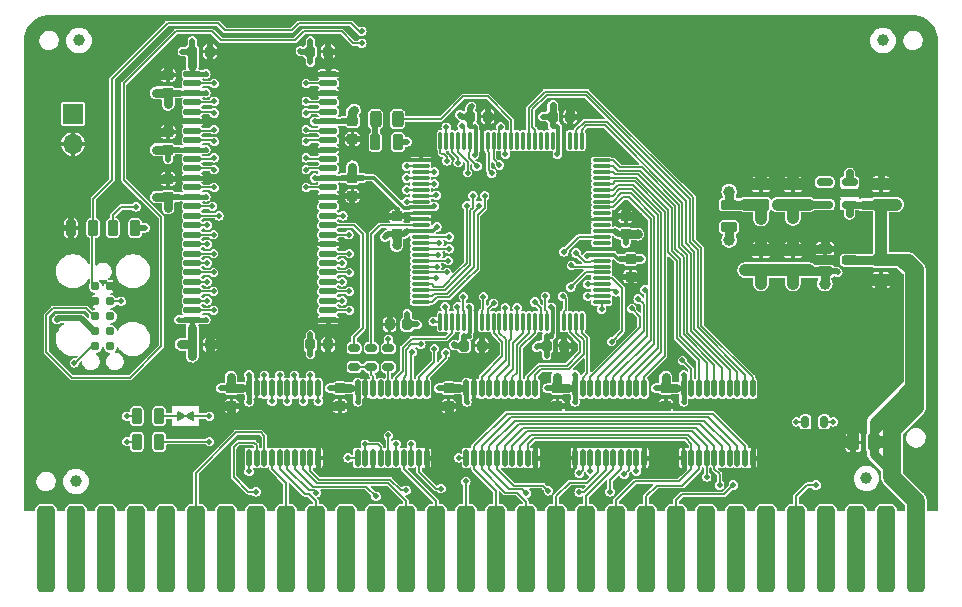
<source format=gtl>
G04 #@! TF.GenerationSoftware,KiCad,Pcbnew,7.0.10*
G04 #@! TF.CreationDate,2024-02-07T20:48:24-05:00*
G04 #@! TF.ProjectId,RAM2E,52414d32-452e-46b6-9963-61645f706362,2.1*
G04 #@! TF.SameCoordinates,Original*
G04 #@! TF.FileFunction,Copper,L1,Top*
G04 #@! TF.FilePolarity,Positive*
%FSLAX46Y46*%
G04 Gerber Fmt 4.6, Leading zero omitted, Abs format (unit mm)*
G04 Created by KiCad (PCBNEW 7.0.10) date 2024-02-07 20:48:24*
%MOMM*%
%LPD*%
G01*
G04 APERTURE LIST*
G04 Aperture macros list*
%AMRoundRect*
0 Rectangle with rounded corners*
0 $1 Rounding radius*
0 $2 $3 $4 $5 $6 $7 $8 $9 X,Y pos of 4 corners*
0 Add a 4 corners polygon primitive as box body*
4,1,4,$2,$3,$4,$5,$6,$7,$8,$9,$2,$3,0*
0 Add four circle primitives for the rounded corners*
1,1,$1+$1,$2,$3*
1,1,$1+$1,$4,$5*
1,1,$1+$1,$6,$7*
1,1,$1+$1,$8,$9*
0 Add four rect primitives between the rounded corners*
20,1,$1+$1,$2,$3,$4,$5,0*
20,1,$1+$1,$4,$5,$6,$7,0*
20,1,$1+$1,$6,$7,$8,$9,0*
20,1,$1+$1,$8,$9,$2,$3,0*%
G04 Aperture macros list end*
G04 #@! TA.AperFunction,SMDPad,CuDef*
%ADD10C,1.000000*%
G04 #@! TD*
G04 #@! TA.AperFunction,SMDPad,CuDef*
%ADD11RoundRect,0.112500X0.112500X-0.612500X0.112500X0.612500X-0.112500X0.612500X-0.112500X-0.612500X0*%
G04 #@! TD*
G04 #@! TA.AperFunction,SMDPad,CuDef*
%ADD12RoundRect,0.212500X-0.262500X0.212500X-0.262500X-0.212500X0.262500X-0.212500X0.262500X0.212500X0*%
G04 #@! TD*
G04 #@! TA.AperFunction,SMDPad,CuDef*
%ADD13RoundRect,0.381000X0.381000X3.289000X-0.381000X3.289000X-0.381000X-3.289000X0.381000X-3.289000X0*%
G04 #@! TD*
G04 #@! TA.AperFunction,SMDPad,CuDef*
%ADD14RoundRect,0.212500X0.262500X-0.212500X0.262500X0.212500X-0.262500X0.212500X-0.262500X-0.212500X0*%
G04 #@! TD*
G04 #@! TA.AperFunction,SMDPad,CuDef*
%ADD15RoundRect,0.212500X-0.212500X-0.262500X0.212500X-0.262500X0.212500X0.262500X-0.212500X0.262500X0*%
G04 #@! TD*
G04 #@! TA.AperFunction,SMDPad,CuDef*
%ADD16RoundRect,0.114500X-0.640500X-0.114500X0.640500X-0.114500X0.640500X0.114500X-0.640500X0.114500X0*%
G04 #@! TD*
G04 #@! TA.AperFunction,SMDPad,CuDef*
%ADD17RoundRect,0.212500X0.212500X0.262500X-0.212500X0.262500X-0.212500X-0.262500X0.212500X-0.262500X0*%
G04 #@! TD*
G04 #@! TA.AperFunction,ComponentPad*
%ADD18C,2.000000*%
G04 #@! TD*
G04 #@! TA.AperFunction,SMDPad,CuDef*
%ADD19RoundRect,0.075000X-0.662500X-0.075000X0.662500X-0.075000X0.662500X0.075000X-0.662500X0.075000X0*%
G04 #@! TD*
G04 #@! TA.AperFunction,SMDPad,CuDef*
%ADD20RoundRect,0.075000X-0.075000X-0.662500X0.075000X-0.662500X0.075000X0.662500X-0.075000X0.662500X0*%
G04 #@! TD*
G04 #@! TA.AperFunction,SMDPad,CuDef*
%ADD21RoundRect,0.262500X0.262500X0.437500X-0.262500X0.437500X-0.262500X-0.437500X0.262500X-0.437500X0*%
G04 #@! TD*
G04 #@! TA.AperFunction,SMDPad,CuDef*
%ADD22RoundRect,0.262500X-0.437500X0.262500X-0.437500X-0.262500X0.437500X-0.262500X0.437500X0.262500X0*%
G04 #@! TD*
G04 #@! TA.AperFunction,ConnectorPad*
%ADD23C,0.787400*%
G04 #@! TD*
G04 #@! TA.AperFunction,SMDPad,CuDef*
%ADD24RoundRect,0.212500X-0.212500X-0.487500X0.212500X-0.487500X0.212500X0.487500X-0.212500X0.487500X0*%
G04 #@! TD*
G04 #@! TA.AperFunction,SMDPad,CuDef*
%ADD25RoundRect,0.212500X0.212500X0.487500X-0.212500X0.487500X-0.212500X-0.487500X0.212500X-0.487500X0*%
G04 #@! TD*
G04 #@! TA.AperFunction,SMDPad,CuDef*
%ADD26RoundRect,0.262500X0.437500X-0.262500X0.437500X0.262500X-0.437500X0.262500X-0.437500X-0.262500X0*%
G04 #@! TD*
G04 #@! TA.AperFunction,SMDPad,CuDef*
%ADD27RoundRect,0.200000X-0.475000X-0.200000X0.475000X-0.200000X0.475000X0.200000X-0.475000X0.200000X0*%
G04 #@! TD*
G04 #@! TA.AperFunction,SMDPad,CuDef*
%ADD28RoundRect,0.162500X0.512500X0.162500X-0.512500X0.162500X-0.512500X-0.162500X0.512500X-0.162500X0*%
G04 #@! TD*
G04 #@! TA.AperFunction,SMDPad,CuDef*
%ADD29RoundRect,0.212500X0.487500X-0.212500X0.487500X0.212500X-0.487500X0.212500X-0.487500X-0.212500X0*%
G04 #@! TD*
G04 #@! TA.AperFunction,SMDPad,CuDef*
%ADD30RoundRect,0.175000X-0.300000X0.175000X-0.300000X-0.175000X0.300000X-0.175000X0.300000X0.175000X0*%
G04 #@! TD*
G04 #@! TA.AperFunction,ComponentPad*
%ADD31R,1.700000X1.700000*%
G04 #@! TD*
G04 #@! TA.AperFunction,ComponentPad*
%ADD32O,1.700000X1.700000*%
G04 #@! TD*
G04 #@! TA.AperFunction,SMDPad,CuDef*
%ADD33RoundRect,0.175000X-0.175000X-0.300000X0.175000X-0.300000X0.175000X0.300000X-0.175000X0.300000X0*%
G04 #@! TD*
G04 #@! TA.AperFunction,SMDPad,CuDef*
%ADD34RoundRect,0.243750X0.243750X0.456250X-0.243750X0.456250X-0.243750X-0.456250X0.243750X-0.456250X0*%
G04 #@! TD*
G04 #@! TA.AperFunction,ViaPad*
%ADD35C,0.500000*%
G04 #@! TD*
G04 #@! TA.AperFunction,ViaPad*
%ADD36C,0.600000*%
G04 #@! TD*
G04 #@! TA.AperFunction,ViaPad*
%ADD37C,1.000000*%
G04 #@! TD*
G04 #@! TA.AperFunction,ViaPad*
%ADD38C,0.800000*%
G04 #@! TD*
G04 #@! TA.AperFunction,Conductor*
%ADD39C,0.762000*%
G04 #@! TD*
G04 #@! TA.AperFunction,Conductor*
%ADD40C,0.450000*%
G04 #@! TD*
G04 #@! TA.AperFunction,Conductor*
%ADD41C,0.800000*%
G04 #@! TD*
G04 #@! TA.AperFunction,Conductor*
%ADD42C,1.000000*%
G04 #@! TD*
G04 #@! TA.AperFunction,Conductor*
%ADD43C,0.600000*%
G04 #@! TD*
G04 #@! TA.AperFunction,Conductor*
%ADD44C,0.650000*%
G04 #@! TD*
G04 #@! TA.AperFunction,Conductor*
%ADD45C,0.508000*%
G04 #@! TD*
G04 #@! TA.AperFunction,Conductor*
%ADD46C,1.524000*%
G04 #@! TD*
G04 #@! TA.AperFunction,Conductor*
%ADD47C,0.300000*%
G04 #@! TD*
G04 #@! TA.AperFunction,Conductor*
%ADD48C,0.500000*%
G04 #@! TD*
G04 #@! TA.AperFunction,Conductor*
%ADD49C,0.400000*%
G04 #@! TD*
G04 #@! TA.AperFunction,Conductor*
%ADD50C,0.254000*%
G04 #@! TD*
G04 #@! TA.AperFunction,Conductor*
%ADD51C,0.150000*%
G04 #@! TD*
G04 #@! TA.AperFunction,Conductor*
%ADD52C,0.250000*%
G04 #@! TD*
G04 #@! TA.AperFunction,Conductor*
%ADD53C,0.350000*%
G04 #@! TD*
G04 #@! TA.AperFunction,Conductor*
%ADD54C,0.152400*%
G04 #@! TD*
G04 APERTURE END LIST*
D10*
X203200000Y-129540000D03*
X271526000Y-92202000D03*
D11*
X236250000Y-127550000D03*
X236900000Y-127550000D03*
X237550000Y-127550000D03*
X238200000Y-127550000D03*
X238850000Y-127550000D03*
X239500000Y-127550000D03*
X240150000Y-127550000D03*
X240800000Y-127550000D03*
X241450000Y-127550000D03*
X242100000Y-127550000D03*
X242100000Y-121650000D03*
X241450000Y-121650000D03*
X240800000Y-121650000D03*
X240150000Y-121650000D03*
X239500000Y-121650000D03*
X238850000Y-121650000D03*
X238200000Y-121650000D03*
X237550000Y-121650000D03*
X236900000Y-121650000D03*
X236250000Y-121650000D03*
D12*
X234750000Y-121650000D03*
X234750000Y-123150000D03*
X253150000Y-121650000D03*
X253150000Y-123150000D03*
D11*
X254650000Y-127550000D03*
X255300000Y-127550000D03*
X255950000Y-127550000D03*
X256600000Y-127550000D03*
X257250000Y-127550000D03*
X257900000Y-127550000D03*
X258550000Y-127550000D03*
X259200000Y-127550000D03*
X259850000Y-127550000D03*
X260500000Y-127550000D03*
X260500000Y-121650000D03*
X259850000Y-121650000D03*
X259200000Y-121650000D03*
X258550000Y-121650000D03*
X257900000Y-121650000D03*
X257250000Y-121650000D03*
X256600000Y-121650000D03*
X255950000Y-121650000D03*
X255300000Y-121650000D03*
X254650000Y-121650000D03*
D12*
X243950000Y-121650000D03*
X243950000Y-123150000D03*
D11*
X217850000Y-127550000D03*
X218500000Y-127550000D03*
X219150000Y-127550000D03*
X219800000Y-127550000D03*
X220450000Y-127550000D03*
X221100000Y-127550000D03*
X221750000Y-127550000D03*
X222400000Y-127550000D03*
X223050000Y-127550000D03*
X223700000Y-127550000D03*
X223700000Y-121650000D03*
X223050000Y-121650000D03*
X222400000Y-121650000D03*
X221750000Y-121650000D03*
X221100000Y-121650000D03*
X220450000Y-121650000D03*
X219800000Y-121650000D03*
X219150000Y-121650000D03*
X218500000Y-121650000D03*
X217850000Y-121650000D03*
X245450000Y-127550000D03*
X246100000Y-127550000D03*
X246750000Y-127550000D03*
X247400000Y-127550000D03*
X248050000Y-127550000D03*
X248700000Y-127550000D03*
X249350000Y-127550000D03*
X250000000Y-127550000D03*
X250650000Y-127550000D03*
X251300000Y-127550000D03*
X251300000Y-121650000D03*
X250650000Y-121650000D03*
X250000000Y-121650000D03*
X249350000Y-121650000D03*
X248700000Y-121650000D03*
X248050000Y-121650000D03*
X247400000Y-121650000D03*
X246750000Y-121650000D03*
X246100000Y-121650000D03*
X245450000Y-121650000D03*
D13*
X200660000Y-135282000D03*
X203200000Y-135282000D03*
X205740000Y-135282000D03*
X208280000Y-135282000D03*
X210820000Y-135282000D03*
X213360000Y-135282000D03*
X215900000Y-135282000D03*
X218440000Y-135282000D03*
X220980000Y-135282000D03*
X223520000Y-135282000D03*
X226060000Y-135282000D03*
X228600000Y-135282000D03*
X231140000Y-135282000D03*
X233680000Y-135282000D03*
X236220000Y-135282000D03*
X238760000Y-135282000D03*
X241300000Y-135282000D03*
X243840000Y-135282000D03*
X246380000Y-135282000D03*
X248920000Y-135282000D03*
X251460000Y-135282000D03*
X254000000Y-135282000D03*
X256540000Y-135282000D03*
X259080000Y-135282000D03*
X261620000Y-135282000D03*
X264160000Y-135282000D03*
X266700000Y-135282000D03*
X269240000Y-135282000D03*
X271780000Y-135282000D03*
X274320000Y-135282000D03*
D11*
X227050000Y-127550000D03*
X227700000Y-127550000D03*
X228350000Y-127550000D03*
X229000000Y-127550000D03*
X229650000Y-127550000D03*
X230300000Y-127550000D03*
X230950000Y-127550000D03*
X231600000Y-127550000D03*
X232250000Y-127550000D03*
X232900000Y-127550000D03*
X232900000Y-121650000D03*
X232250000Y-121650000D03*
X231600000Y-121650000D03*
X230950000Y-121650000D03*
X230300000Y-121650000D03*
X229650000Y-121650000D03*
X229000000Y-121650000D03*
X228350000Y-121650000D03*
X227700000Y-121650000D03*
X227050000Y-121650000D03*
D12*
X225550000Y-121650000D03*
X225550000Y-123150000D03*
X226600000Y-103850000D03*
X226600000Y-105350000D03*
D14*
X211000000Y-101450000D03*
X211000000Y-99950000D03*
X211000000Y-96650000D03*
X211000000Y-95150000D03*
D15*
X236550000Y-98650000D03*
X238050000Y-98650000D03*
X243550000Y-98650000D03*
X245050000Y-98650000D03*
X243050000Y-118050000D03*
X244550000Y-118050000D03*
X236050000Y-118050000D03*
X237550000Y-118050000D03*
D14*
X249750000Y-108600000D03*
X249750000Y-107100000D03*
X230350000Y-108600000D03*
X230350000Y-107100000D03*
X211000000Y-105450000D03*
X211000000Y-103950000D03*
D12*
X226600000Y-99050000D03*
X226600000Y-100550000D03*
D16*
X213050000Y-95050000D03*
X213050000Y-95850000D03*
X213050000Y-96650000D03*
X213050000Y-97450000D03*
X213050000Y-98250000D03*
X213050000Y-99050000D03*
X213050000Y-99850000D03*
X213050000Y-100650000D03*
X213050000Y-101450000D03*
X213050000Y-102250000D03*
X213050000Y-103050000D03*
X213050000Y-103850000D03*
X213050000Y-104650000D03*
X213050000Y-105450000D03*
X213050000Y-106250000D03*
X213050000Y-107050000D03*
X213050000Y-107850000D03*
X213050000Y-108650000D03*
X213050000Y-109450000D03*
X213050000Y-110250000D03*
X213050000Y-111050000D03*
X213050000Y-111850000D03*
X213050000Y-112650000D03*
X213050000Y-113450000D03*
X213050000Y-114250000D03*
X213050000Y-115050000D03*
X213050000Y-115850000D03*
X224550000Y-115850000D03*
X224550000Y-115050000D03*
X224550000Y-114250000D03*
X224550000Y-113450000D03*
X224550000Y-112650000D03*
X224550000Y-111850000D03*
X224550000Y-111050000D03*
X224550000Y-110250000D03*
X224550000Y-109450000D03*
X224550000Y-108650000D03*
X224550000Y-107850000D03*
X224550000Y-107050000D03*
X224550000Y-106250000D03*
X224550000Y-105450000D03*
X224550000Y-104650000D03*
X224550000Y-103850000D03*
X224550000Y-103050000D03*
X224550000Y-102250000D03*
X224550000Y-101450000D03*
X224550000Y-100650000D03*
X224550000Y-99850000D03*
X224550000Y-99050000D03*
X224550000Y-98250000D03*
X224550000Y-97450000D03*
X224550000Y-96650000D03*
X224550000Y-95850000D03*
X224550000Y-95050000D03*
D17*
X231250000Y-116250000D03*
X229750000Y-116250000D03*
D10*
X203454000Y-92202000D03*
D18*
X274320000Y-128397000D03*
D19*
X232387500Y-102350000D03*
X232387500Y-102850000D03*
X232387500Y-103350000D03*
X232387500Y-103850000D03*
X232387500Y-104350000D03*
X232387500Y-104850000D03*
X232387500Y-105350000D03*
X232387500Y-105850000D03*
X232387500Y-106350000D03*
X232387500Y-106850000D03*
X232387500Y-107350000D03*
X232387500Y-107850000D03*
X232387500Y-108350000D03*
X232387500Y-108850000D03*
X232387500Y-109350000D03*
X232387500Y-109850000D03*
X232387500Y-110350000D03*
X232387500Y-110850000D03*
X232387500Y-111350000D03*
X232387500Y-111850000D03*
X232387500Y-112350000D03*
X232387500Y-112850000D03*
X232387500Y-113350000D03*
X232387500Y-113850000D03*
X232387500Y-114350000D03*
D20*
X234050000Y-116012500D03*
X234550000Y-116012500D03*
X235050000Y-116012500D03*
X235550000Y-116012500D03*
X236050000Y-116012500D03*
X236550000Y-116012500D03*
X237050000Y-116012500D03*
X237550000Y-116012500D03*
X238050000Y-116012500D03*
X238550000Y-116012500D03*
X239050000Y-116012500D03*
X239550000Y-116012500D03*
X240050000Y-116012500D03*
X240550000Y-116012500D03*
X241050000Y-116012500D03*
X241550000Y-116012500D03*
X242050000Y-116012500D03*
X242550000Y-116012500D03*
X243050000Y-116012500D03*
X243550000Y-116012500D03*
X244050000Y-116012500D03*
X244550000Y-116012500D03*
X245050000Y-116012500D03*
X245550000Y-116012500D03*
X246050000Y-116012500D03*
D19*
X247712500Y-114350000D03*
X247712500Y-113850000D03*
X247712500Y-113350000D03*
X247712500Y-112850000D03*
X247712500Y-112350000D03*
X247712500Y-111850000D03*
X247712500Y-111350000D03*
X247712500Y-110850000D03*
X247712500Y-110350000D03*
X247712500Y-109850000D03*
X247712500Y-109350000D03*
X247712500Y-108850000D03*
X247712500Y-108350000D03*
X247712500Y-107850000D03*
X247712500Y-107350000D03*
X247712500Y-106850000D03*
X247712500Y-106350000D03*
X247712500Y-105850000D03*
X247712500Y-105350000D03*
X247712500Y-104850000D03*
X247712500Y-104350000D03*
X247712500Y-103850000D03*
X247712500Y-103350000D03*
X247712500Y-102850000D03*
X247712500Y-102350000D03*
D20*
X246050000Y-100687500D03*
X245550000Y-100687500D03*
X245050000Y-100687500D03*
X244550000Y-100687500D03*
X244050000Y-100687500D03*
X243550000Y-100687500D03*
X243050000Y-100687500D03*
X242550000Y-100687500D03*
X242050000Y-100687500D03*
X241550000Y-100687500D03*
X241050000Y-100687500D03*
X240550000Y-100687500D03*
X240050000Y-100687500D03*
X239550000Y-100687500D03*
X239050000Y-100687500D03*
X238550000Y-100687500D03*
X238050000Y-100687500D03*
X237550000Y-100687500D03*
X237050000Y-100687500D03*
X236550000Y-100687500D03*
X236050000Y-100687500D03*
X235550000Y-100687500D03*
X235050000Y-100687500D03*
X234550000Y-100687500D03*
X234050000Y-100687500D03*
D21*
X270725000Y-126238000D03*
X269025000Y-126238000D03*
D10*
X270129000Y-129286000D03*
D22*
X271350000Y-110800000D03*
X271350000Y-112500000D03*
D12*
X250150000Y-110700000D03*
X250150000Y-112200000D03*
D15*
X223050000Y-93150000D03*
X224550000Y-93150000D03*
D23*
X204851000Y-113030000D03*
X204851000Y-114300000D03*
X204851000Y-115570000D03*
X204851000Y-116840000D03*
X204851000Y-118110000D03*
X206121000Y-118110000D03*
X206121000Y-116840000D03*
X206121000Y-115570000D03*
X206121000Y-114300000D03*
X206121000Y-113030000D03*
D24*
X208346000Y-126174500D03*
X210246000Y-126174500D03*
D25*
X204658000Y-108077000D03*
X202758000Y-108077000D03*
X208214000Y-108077000D03*
X206314000Y-108077000D03*
D24*
X208346000Y-124015500D03*
X210246000Y-124015500D03*
D26*
X263900000Y-111650000D03*
X263900000Y-109950000D03*
D27*
X266600000Y-109850000D03*
X266600000Y-111750000D03*
X268700000Y-110800000D03*
D26*
X261200000Y-111650000D03*
X261200000Y-109950000D03*
D15*
X213050000Y-93150000D03*
X214550000Y-93150000D03*
D12*
X216350000Y-121650000D03*
X216350000Y-123150000D03*
D15*
X213050000Y-117950000D03*
X214550000Y-117950000D03*
D28*
X268700000Y-106100000D03*
X268700000Y-105150000D03*
X268700000Y-104200000D03*
X266600000Y-104200000D03*
X266600000Y-106100000D03*
D26*
X263900000Y-106100000D03*
X263900000Y-104400000D03*
X261200000Y-106100000D03*
X261200000Y-104400000D03*
X271350000Y-106100000D03*
X271350000Y-104400000D03*
D29*
X258500000Y-108000000D03*
X258500000Y-106100000D03*
D30*
X229650000Y-118250000D03*
X229650000Y-119850000D03*
D31*
X202946000Y-98425000D03*
D32*
X202946000Y-100965000D03*
D33*
X264950000Y-124500000D03*
X266550000Y-124500000D03*
D15*
X223050000Y-117950000D03*
X224550000Y-117950000D03*
D30*
X228200000Y-118250000D03*
X228200000Y-119850000D03*
X226750000Y-118250000D03*
X226750000Y-119850000D03*
D24*
X228550000Y-100800000D03*
X230450000Y-100800000D03*
D34*
X230437500Y-98850000D03*
X228562500Y-98850000D03*
D35*
X245450000Y-122800000D03*
X243925000Y-120700000D03*
X244825000Y-121650000D03*
X245450000Y-120500000D03*
X254650000Y-122800000D03*
X253125000Y-120700000D03*
X254025000Y-121650000D03*
X254650000Y-120500000D03*
D36*
X269800000Y-106100000D03*
D37*
X272650000Y-106100000D03*
X271350000Y-107250000D03*
D36*
X268700000Y-106900000D03*
D37*
X274193000Y-123190000D03*
D35*
X243100000Y-121650000D03*
X252300000Y-121650000D03*
D36*
X268700000Y-103450000D03*
D35*
X222250000Y-131191000D03*
X224790000Y-131191000D03*
X227330000Y-131191000D03*
X229870000Y-131191000D03*
X232410000Y-131191000D03*
X234950000Y-131191000D03*
X217170000Y-131191000D03*
X214630000Y-131191000D03*
X212090000Y-131191000D03*
X209550000Y-131191000D03*
X275844000Y-131191000D03*
X270510000Y-131191000D03*
X265430000Y-131191000D03*
X262890000Y-131191000D03*
X260350000Y-131191000D03*
X257810000Y-131191000D03*
X255270000Y-131191000D03*
X252730000Y-131191000D03*
X250190000Y-131191000D03*
X247650000Y-131191000D03*
X245110000Y-131191000D03*
X242570000Y-131191000D03*
X240030000Y-131191000D03*
X237490000Y-131191000D03*
X275844000Y-118364000D03*
X275844000Y-98044000D03*
X275844000Y-93091000D03*
X199136000Y-93091000D03*
X267970000Y-90424000D03*
X262890000Y-90424000D03*
X257810000Y-90424000D03*
X252730000Y-90424000D03*
X242570000Y-90424000D03*
X247650000Y-90424000D03*
X237998000Y-90424000D03*
X226949000Y-90424000D03*
X232410000Y-90424000D03*
X221551500Y-90424000D03*
X210502500Y-90423999D03*
X215582500Y-90424000D03*
X206756000Y-90424000D03*
X202057000Y-90424000D03*
X199771000Y-90932000D03*
X199136000Y-128270000D03*
X199136000Y-122555000D03*
X199136000Y-117475000D03*
X199136000Y-112395000D03*
X199136000Y-107315000D03*
X275209000Y-90932000D03*
X235625000Y-123150000D03*
X233750000Y-123150000D03*
X244825000Y-123150000D03*
X242950000Y-123150000D03*
X254025000Y-123150000D03*
X252150000Y-123150000D03*
X215350000Y-123150000D03*
X216325000Y-124100000D03*
X217225000Y-123150000D03*
X226425000Y-123150000D03*
X224550000Y-123150000D03*
X232750000Y-118950000D03*
X245050000Y-97650000D03*
X250750000Y-107100000D03*
X211900000Y-103850000D03*
X223400000Y-115850000D03*
X246500000Y-109750000D03*
X214200000Y-99050000D03*
X249750000Y-106150000D03*
X237200000Y-114750000D03*
X225700000Y-115850000D03*
X214200000Y-103850000D03*
X211000000Y-99000000D03*
X211000000Y-103100000D03*
X244650000Y-99500000D03*
X210000000Y-103950000D03*
X248850000Y-107350000D03*
X244650000Y-101850000D03*
X237650000Y-101900000D03*
X233550000Y-106950000D03*
X226400000Y-106200000D03*
X244150000Y-114800000D03*
X245400000Y-118200000D03*
X223400000Y-95050000D03*
X225700000Y-95050000D03*
X225700000Y-105450000D03*
X223400000Y-101450000D03*
X223400000Y-105450000D03*
X223400000Y-96650000D03*
X225700000Y-96650000D03*
X238400000Y-117900000D03*
X255450000Y-119500000D03*
X253550000Y-117600000D03*
X229000000Y-92550000D03*
X241500000Y-118900000D03*
X230250000Y-124800000D03*
X250350000Y-102450000D03*
X247400000Y-98600000D03*
X247800000Y-99900000D03*
X250450000Y-116300000D03*
X211650000Y-113200000D03*
X265303000Y-123450000D03*
X204470000Y-131191000D03*
X199136000Y-131191000D03*
X201930000Y-131191000D03*
X207010000Y-131191000D03*
X267970000Y-131191000D03*
X237150000Y-117200000D03*
X237650000Y-99500000D03*
X229350000Y-107100000D03*
X228250000Y-91900000D03*
X244850000Y-105250000D03*
X234600000Y-103100000D03*
X275844000Y-123444000D03*
X229870000Y-93599000D03*
X201676000Y-125095000D03*
X204216000Y-122555000D03*
X205486000Y-120142000D03*
X205486000Y-110490000D03*
X209296000Y-122555000D03*
X206756000Y-125095000D03*
X273050000Y-95504000D03*
X211836000Y-125285500D03*
X211836000Y-120015000D03*
X272923000Y-90424000D03*
X218650000Y-125900000D03*
X238900000Y-98550000D03*
X242650000Y-99350000D03*
X247000000Y-119750000D03*
X233600000Y-102350000D03*
X217150000Y-126750000D03*
X253550000Y-111050000D03*
X220000000Y-105450000D03*
X217600000Y-105450000D03*
X218800000Y-103850000D03*
X218800000Y-101450000D03*
X218800000Y-99050000D03*
X218800000Y-96650000D03*
X218800000Y-95050000D03*
X218800000Y-102650000D03*
X218800000Y-97850000D03*
X218800000Y-100250000D03*
X220000000Y-115850000D03*
X217600000Y-115850000D03*
X246000000Y-119650000D03*
X242800000Y-120550000D03*
X209931000Y-107696000D03*
X205486000Y-106680000D03*
X199136000Y-102235000D03*
X199136000Y-97155000D03*
X201676000Y-94615000D03*
X201676000Y-104775000D03*
X206756000Y-99695000D03*
X206756000Y-104775000D03*
X219710000Y-92964000D03*
D37*
X269300000Y-112800000D03*
D35*
X270510000Y-98044000D03*
X265430000Y-98044000D03*
X260350000Y-98044000D03*
X255270000Y-98044000D03*
X250190000Y-98044000D03*
X267970000Y-100584000D03*
X262890000Y-100584000D03*
X257810000Y-100584000D03*
X273050000Y-100584000D03*
X252730000Y-100584000D03*
X255270000Y-103124000D03*
X275844000Y-113284000D03*
X275844000Y-103124000D03*
D37*
X267950000Y-113950000D03*
X265250000Y-113950000D03*
X262550000Y-113950000D03*
X259850000Y-113950000D03*
D35*
X275844000Y-108204000D03*
X263144000Y-125730000D03*
X273050000Y-131699000D03*
D37*
X258500000Y-112800000D03*
D35*
X214550000Y-94050000D03*
X215400000Y-93150000D03*
X214550000Y-92250000D03*
X230350000Y-110750000D03*
X228850000Y-102550000D03*
X214550000Y-116950000D03*
X214550000Y-118950000D03*
X241300000Y-120150000D03*
X235800000Y-109750000D03*
X240950000Y-103700000D03*
X241600000Y-104450000D03*
X240000000Y-102700000D03*
X241000000Y-106500000D03*
X241450000Y-97250000D03*
X242150000Y-96550000D03*
X226300000Y-91300000D03*
X246100000Y-106600000D03*
X245050000Y-108850000D03*
X209423000Y-92964000D03*
X206756000Y-94234000D03*
X262763000Y-120650000D03*
X267843000Y-115570000D03*
X270383000Y-118110000D03*
X267843000Y-120650000D03*
X272923000Y-115570000D03*
X262763000Y-115570000D03*
X265303000Y-118110000D03*
X257683000Y-115570000D03*
X260223000Y-118110000D03*
X272923000Y-120650000D03*
X270383000Y-123450000D03*
X260223000Y-123450000D03*
D36*
X269800000Y-105000000D03*
X271350000Y-103450000D03*
X267600000Y-105150000D03*
D37*
X272650000Y-104400000D03*
X263900000Y-108800000D03*
D35*
X227500000Y-100750000D03*
X234750000Y-124150000D03*
X267700000Y-109850000D03*
X261150000Y-127550000D03*
X219710000Y-131191000D03*
X228350000Y-128700000D03*
X254250000Y-128850000D03*
X251200000Y-112200000D03*
D37*
X259850000Y-104400000D03*
D35*
X224550000Y-94350000D03*
X260500000Y-126400000D03*
X254650000Y-126400000D03*
X260500000Y-128700000D03*
X252730000Y-95504000D03*
X237000000Y-122800000D03*
X223700000Y-128650000D03*
X227475000Y-105150000D03*
X237350000Y-118950000D03*
X233550000Y-127550000D03*
X250250000Y-113000000D03*
X251950000Y-127550000D03*
X202819000Y-106934000D03*
X242750000Y-127550000D03*
X210000000Y-99950000D03*
X242100000Y-128700000D03*
X226600000Y-101400000D03*
X250190000Y-92964000D03*
X231250000Y-107250000D03*
X247650000Y-95504000D03*
X244550000Y-119000000D03*
X232410000Y-95504000D03*
X224550000Y-116550000D03*
D37*
X269050000Y-124850000D03*
D35*
X202819000Y-109220000D03*
X218500000Y-122800000D03*
X232900000Y-128700000D03*
D37*
X265200000Y-104400000D03*
D35*
X249300000Y-112200000D03*
X224550000Y-118800000D03*
X206930000Y-113050000D03*
X201930000Y-108077000D03*
X242150000Y-126400000D03*
X237900000Y-97800000D03*
X245900000Y-98650000D03*
X215500000Y-117950000D03*
D37*
X261200000Y-108800000D03*
D35*
X251300000Y-126400000D03*
X225400000Y-93150000D03*
D37*
X259850000Y-109950000D03*
D35*
X229750000Y-115350000D03*
X232400000Y-101550000D03*
X269050000Y-127350000D03*
D37*
X271350000Y-113650000D03*
D35*
X244150000Y-117200000D03*
X248850000Y-109800000D03*
X204030000Y-114300000D03*
D37*
X266600000Y-108800000D03*
D35*
X211000000Y-94200000D03*
D37*
X263900000Y-103250000D03*
D35*
X223700000Y-126400000D03*
D37*
X267850000Y-126200000D03*
X262600000Y-104400000D03*
X272700000Y-112500000D03*
X265250000Y-109950000D03*
D35*
X210000000Y-95150000D03*
D37*
X261200000Y-103250000D03*
X262550000Y-109950000D03*
D35*
X224550000Y-92250000D03*
X245450000Y-126400000D03*
X227700000Y-122800000D03*
X230300000Y-126400000D03*
X231600000Y-126400000D03*
X257700000Y-129850000D03*
X256600000Y-129150000D03*
X243200000Y-130350000D03*
X241300000Y-130550000D03*
X214503000Y-124015500D03*
X214503000Y-126174500D03*
X265850000Y-129850000D03*
X229650000Y-125650000D03*
X218440000Y-130429000D03*
X234100000Y-130150000D03*
X231140000Y-130302000D03*
X228600000Y-130810000D03*
X223520000Y-130500000D03*
X267300000Y-124500000D03*
X249600000Y-128950000D03*
X245800000Y-130450000D03*
X248412000Y-130429000D03*
X246750000Y-128700000D03*
X250650000Y-128700000D03*
X258850000Y-129850000D03*
X245800000Y-128850000D03*
X236200000Y-129550000D03*
X236300000Y-122800000D03*
X235625000Y-121650000D03*
X217850000Y-120500000D03*
X215450000Y-121650000D03*
X217225000Y-121650000D03*
X216325000Y-120700000D03*
X217850000Y-122800000D03*
X226425000Y-121650000D03*
X227050000Y-122800000D03*
X214200000Y-101450000D03*
X214200000Y-96650000D03*
X211900000Y-101450000D03*
X211900000Y-105450000D03*
X211900000Y-115850000D03*
X214200000Y-115850000D03*
X246500000Y-110450000D03*
X211900000Y-96650000D03*
X210000000Y-105450000D03*
X243950000Y-99500000D03*
X214200000Y-95050000D03*
X211000000Y-102300000D03*
X211000000Y-106400000D03*
X226600000Y-102900000D03*
X243450000Y-114800000D03*
X243950000Y-101850000D03*
X233550000Y-106250000D03*
X236950000Y-101900000D03*
X242200000Y-118200000D03*
X223400000Y-99050000D03*
X223400000Y-103850000D03*
X225700000Y-99050000D03*
X225700000Y-103850000D03*
X236500000Y-114800000D03*
X213050000Y-92250000D03*
X212200000Y-93150000D03*
X213050000Y-116550000D03*
X213050000Y-118950000D03*
X212100000Y-117950000D03*
X231250000Y-100800000D03*
X249300000Y-110700000D03*
X235200000Y-117950000D03*
X226250000Y-127550000D03*
X209042000Y-108077000D03*
X236700000Y-97800000D03*
X236950000Y-99500000D03*
D37*
X265250000Y-111650000D03*
D35*
X235600000Y-127550000D03*
X210000000Y-101450000D03*
X210000000Y-96650000D03*
X223050000Y-94050000D03*
X224700000Y-121650000D03*
X267700000Y-111850000D03*
X217850000Y-128700000D03*
X235700000Y-98500000D03*
X213050000Y-94350000D03*
X223050000Y-117100000D03*
X251050000Y-110700000D03*
X232100000Y-116250000D03*
X231250000Y-115350000D03*
X243550000Y-97700000D03*
X223050000Y-118800000D03*
X236450000Y-117200000D03*
X243050000Y-118900000D03*
D37*
X258500000Y-109100000D03*
X266600000Y-112800000D03*
X263900000Y-112800000D03*
D35*
X211000000Y-97600000D03*
X242700000Y-98650000D03*
X222200000Y-93100000D03*
D37*
X261200000Y-112800000D03*
D35*
X226750000Y-98100000D03*
D37*
X259850000Y-111650000D03*
X262550000Y-111650000D03*
D35*
X243450000Y-117200000D03*
X223050000Y-92250000D03*
X214200000Y-105450000D03*
X201580000Y-115850000D03*
X233900000Y-121650000D03*
X227500000Y-103850000D03*
X236800000Y-105350000D03*
X207010000Y-114300000D03*
X236300000Y-106200000D03*
X203073000Y-119507000D03*
X208280000Y-106299000D03*
X237800000Y-105350000D03*
X227400000Y-92450000D03*
X237300000Y-106200000D03*
X227400000Y-91440000D03*
X222700000Y-102150000D03*
X214900000Y-102150000D03*
X238400000Y-103450000D03*
X222700000Y-100750000D03*
X214900000Y-100750000D03*
X239050000Y-102750000D03*
X222700000Y-99750000D03*
X214900000Y-99750000D03*
X239550000Y-101850000D03*
X222700000Y-98350000D03*
X234550000Y-99550000D03*
X214900000Y-98350000D03*
X222700000Y-104650000D03*
X214900000Y-104650000D03*
X236350000Y-103400000D03*
X222700000Y-103150000D03*
X214900000Y-103150000D03*
X237150000Y-102850000D03*
X222700000Y-95850000D03*
X235900000Y-99450000D03*
X214900000Y-95850000D03*
X222700000Y-97350000D03*
X214900000Y-97350000D03*
X239150000Y-99500000D03*
X225800000Y-107050000D03*
X234600000Y-102400000D03*
X231200000Y-102850000D03*
X215300000Y-107050000D03*
X233550000Y-103350000D03*
X214300000Y-107850000D03*
X231200000Y-103850000D03*
X226300000Y-108650000D03*
X233550000Y-104350000D03*
X214850000Y-108650000D03*
X231200000Y-104850000D03*
X214850000Y-110250000D03*
X233700000Y-105300000D03*
X226350000Y-110250000D03*
X231200000Y-105850000D03*
X214300000Y-109450000D03*
X214300000Y-111050000D03*
X234800000Y-108850000D03*
X225750000Y-111050000D03*
X233950000Y-109350000D03*
X214850000Y-111850000D03*
X234800000Y-109850000D03*
X226350000Y-111850000D03*
X233850000Y-110350000D03*
X214300000Y-112650000D03*
X234700000Y-110850000D03*
X225750000Y-112650000D03*
X233750000Y-111350000D03*
X214850000Y-113450000D03*
X234600000Y-111850000D03*
X226350000Y-113450000D03*
X233650000Y-112350000D03*
X226350000Y-115050000D03*
X233450000Y-116000000D03*
X214850000Y-115050000D03*
X234450000Y-114750000D03*
X225750000Y-114250000D03*
X235500000Y-114750000D03*
X214300000Y-114250000D03*
X236000000Y-113900000D03*
X232400000Y-117950000D03*
X237700000Y-113900000D03*
X238550000Y-114450000D03*
X231650000Y-118600000D03*
X239550000Y-114850000D03*
X233550000Y-118300000D03*
X240550000Y-114850000D03*
X234500000Y-118650000D03*
X235550000Y-102550000D03*
X214750000Y-106250000D03*
X246550000Y-113850000D03*
X219800000Y-122750000D03*
X247700000Y-114950000D03*
X219150000Y-120550000D03*
X221700000Y-120550000D03*
X245100000Y-113100000D03*
X246550000Y-112850000D03*
X221100000Y-122750000D03*
X222450000Y-122750000D03*
X242050000Y-114350000D03*
X223700000Y-122750000D03*
X244400000Y-113850000D03*
X223050000Y-120550000D03*
X242950000Y-113850000D03*
X248950000Y-113500000D03*
X220450000Y-120550000D03*
X250250000Y-114900000D03*
X245150000Y-111250000D03*
X245550000Y-110200000D03*
X251350000Y-113300000D03*
X244500000Y-110100000D03*
X250800000Y-114100000D03*
X248550000Y-117700000D03*
X254550000Y-119300000D03*
X207518000Y-126174500D03*
X207518000Y-124015500D03*
D38*
X250750000Y-108600000D03*
D35*
X231250000Y-108350000D03*
D38*
X230350000Y-109550000D03*
D35*
X248850000Y-108350000D03*
X233750000Y-108000000D03*
X229350000Y-108850000D03*
D37*
X263900000Y-107250000D03*
X259850000Y-106100000D03*
X258500000Y-105000000D03*
X265250000Y-106100000D03*
X261200000Y-107300000D03*
D35*
X249750000Y-109400000D03*
D37*
X262600000Y-106100000D03*
D35*
X229650000Y-117500000D03*
X227700000Y-126400000D03*
X264200000Y-124500000D03*
D39*
X243925000Y-121650000D02*
X244825000Y-121650000D01*
D40*
X245450000Y-121650000D02*
X245450000Y-122800000D01*
X245450000Y-121650000D02*
X245450000Y-120500000D01*
D39*
X243925000Y-121650000D02*
X243925000Y-120700000D01*
D40*
X245450000Y-121650000D02*
X244825000Y-121650000D01*
D39*
X253125000Y-121650000D02*
X254025000Y-121650000D01*
D40*
X254650000Y-121650000D02*
X254025000Y-121650000D01*
D39*
X253125000Y-121650000D02*
X253125000Y-120700000D01*
D40*
X254650000Y-121650000D02*
X254650000Y-120500000D01*
X254650000Y-121650000D02*
X254650000Y-122800000D01*
D41*
X269800000Y-106100000D02*
X271350000Y-106100000D01*
D42*
X271350000Y-110800000D02*
X271350000Y-107250000D01*
X271350000Y-107250000D02*
X271350000Y-106100000D01*
D43*
X268700000Y-106100000D02*
X269800000Y-106100000D01*
D42*
X271350000Y-106100000D02*
X272650000Y-106100000D01*
D44*
X268700000Y-106100000D02*
X268700000Y-106900000D01*
D42*
X274500000Y-111600000D02*
X274500000Y-123300000D01*
X274500000Y-123300000D02*
X272288000Y-125512000D01*
D45*
X243925000Y-121650000D02*
X243100000Y-121650000D01*
D41*
X270725000Y-124475000D02*
X274500000Y-120700000D01*
D42*
X272288000Y-128778000D02*
X272288000Y-129159000D01*
D41*
X270725000Y-125261000D02*
X270725000Y-124475000D01*
D44*
X268700000Y-104200000D02*
X268700000Y-103450000D01*
D46*
X274320000Y-131191000D02*
X274320000Y-135282000D01*
D42*
X270725000Y-126238000D02*
X272288000Y-126238000D01*
D46*
X272288000Y-125095000D02*
X272288000Y-126238000D01*
D41*
X274500000Y-120700000D02*
X274500000Y-111600000D01*
X268700000Y-110800000D02*
X271350000Y-110800000D01*
D46*
X274193000Y-123190000D02*
X272288000Y-125095000D01*
D41*
X270725000Y-125261000D02*
X274193000Y-121793000D01*
D45*
X253125000Y-121650000D02*
X252300000Y-121650000D01*
D41*
X270725000Y-127215000D02*
X272288000Y-128778000D01*
X270725000Y-126238000D02*
X270725000Y-125261000D01*
D42*
X273700000Y-110800000D02*
X274500000Y-111600000D01*
X273800000Y-111600000D02*
X274500000Y-111600000D01*
X273000000Y-110800000D02*
X273800000Y-111600000D01*
D46*
X272288000Y-126238000D02*
X272288000Y-129159000D01*
D41*
X270725000Y-126238000D02*
X270725000Y-127215000D01*
D46*
X272288000Y-129159000D02*
X274320000Y-131191000D01*
X274129500Y-123253500D02*
X272288000Y-125095000D01*
X274193000Y-123190000D02*
X274129500Y-123253500D01*
D42*
X272288000Y-125512000D02*
X272288000Y-129159000D01*
D46*
X274193000Y-123190000D02*
X274193000Y-111693000D01*
D42*
X271350000Y-110800000D02*
X273700000Y-110800000D01*
X271350000Y-110800000D02*
X273000000Y-110800000D01*
D39*
X234725000Y-123150000D02*
X233750000Y-123150000D01*
D45*
X234725000Y-123150000D02*
X235625000Y-123150000D01*
D39*
X243925000Y-123150000D02*
X242950000Y-123150000D01*
D45*
X243925000Y-123150000D02*
X244825000Y-123150000D01*
D39*
X253125000Y-123150000D02*
X252150000Y-123150000D01*
D45*
X253125000Y-123150000D02*
X254025000Y-123150000D01*
X216325000Y-123150000D02*
X217225000Y-123150000D01*
D39*
X216325000Y-123150000D02*
X215350000Y-123150000D01*
X216325000Y-123150000D02*
X216325000Y-124100000D01*
D45*
X225525000Y-123150000D02*
X226425000Y-123150000D01*
D39*
X225525000Y-123150000D02*
X224550000Y-123150000D01*
D45*
X248850000Y-107350000D02*
X249100000Y-107100000D01*
D39*
X249750000Y-107100000D02*
X250750000Y-107100000D01*
D40*
X224550000Y-115850000D02*
X223400000Y-115850000D01*
X213050000Y-99050000D02*
X214200000Y-99050000D01*
D39*
X249750000Y-107100000D02*
X249750000Y-106150000D01*
D40*
X213050000Y-103850000D02*
X214200000Y-103850000D01*
D45*
X249100000Y-107100000D02*
X249750000Y-107100000D01*
D40*
X213050000Y-103850000D02*
X211900000Y-103850000D01*
X224550000Y-115850000D02*
X225700000Y-115850000D01*
D39*
X211000000Y-99950000D02*
X211000000Y-99000000D01*
D45*
X211000000Y-103950000D02*
X211800000Y-103950000D01*
X226600000Y-105350000D02*
X225800000Y-105350000D01*
D39*
X211000000Y-103950000D02*
X210000000Y-103950000D01*
X245050000Y-98650000D02*
X245050000Y-97650000D01*
D45*
X211800000Y-103950000D02*
X211900000Y-103850000D01*
X211050000Y-99050000D02*
X211000000Y-99000000D01*
X225800000Y-105350000D02*
X225700000Y-105450000D01*
D43*
X230350000Y-107100000D02*
X229350000Y-107100000D01*
D45*
X211000000Y-103950000D02*
X211000000Y-103100000D01*
X213050000Y-99050000D02*
X211050000Y-99050000D01*
X245250000Y-118050000D02*
X245400000Y-118200000D01*
X244550000Y-118050000D02*
X245250000Y-118050000D01*
D40*
X224550000Y-96650000D02*
X225700000Y-96650000D01*
X224550000Y-105450000D02*
X225700000Y-105450000D01*
X224550000Y-96650000D02*
X223400000Y-96650000D01*
X224550000Y-95050000D02*
X223400000Y-95050000D01*
X224550000Y-105450000D02*
X223400000Y-105450000D01*
X224550000Y-95050000D02*
X225700000Y-95050000D01*
X224550000Y-101450000D02*
X223400000Y-101450000D01*
D47*
X237150000Y-117100000D02*
X237150000Y-117200000D01*
D48*
X238050000Y-98650000D02*
X238050000Y-99450000D01*
D49*
X238000000Y-99500000D02*
X237650000Y-99500000D01*
X238050000Y-99450000D02*
X238000000Y-99500000D01*
D47*
X237050000Y-116025000D02*
X237050000Y-117000000D01*
X237050000Y-117000000D02*
X237150000Y-117100000D01*
X237550000Y-100675000D02*
X237550000Y-99700000D01*
D48*
X237550000Y-118050000D02*
X237550000Y-117250000D01*
D47*
X237650000Y-99600000D02*
X237650000Y-99500000D01*
X237550000Y-99700000D02*
X237650000Y-99600000D01*
X237550000Y-117150000D02*
X237550000Y-117250000D01*
X237150000Y-117200000D02*
X237200000Y-117150000D01*
D50*
X237650000Y-99500000D02*
X237700000Y-99500000D01*
D47*
X237200000Y-117150000D02*
X237550000Y-117150000D01*
D48*
X214550000Y-93150000D02*
X214550000Y-94050000D01*
X214550000Y-93150000D02*
X215400000Y-93150000D01*
X214550000Y-93150000D02*
X214550000Y-92250000D01*
D39*
X214550000Y-117950000D02*
X214550000Y-116950000D01*
X214550000Y-117950000D02*
X214550000Y-118950000D01*
D44*
X269650000Y-105150000D02*
X268700000Y-105150000D01*
X269800000Y-105000000D02*
X269650000Y-105150000D01*
X268700000Y-105150000D02*
X267600000Y-105150000D01*
D42*
X271350000Y-104400000D02*
X270500000Y-104400000D01*
D43*
X271350000Y-104400000D02*
X271350000Y-103450000D01*
D42*
X271350000Y-104400000D02*
X272650000Y-104400000D01*
D45*
X238050000Y-98650000D02*
X238800000Y-98650000D01*
D40*
X242100000Y-127550000D02*
X242100000Y-126450000D01*
D47*
X244650000Y-99600000D02*
X244650000Y-99500000D01*
D48*
X226600000Y-100550000D02*
X226600000Y-101400000D01*
D42*
X261200000Y-104400000D02*
X261200000Y-103250000D01*
D47*
X244050000Y-116025000D02*
X244050000Y-117000000D01*
D41*
X250150000Y-112200000D02*
X251200000Y-112200000D01*
D47*
X232375000Y-107350000D02*
X231350000Y-107350000D01*
D48*
X206121000Y-113030000D02*
X206910000Y-113030000D01*
D47*
X244150000Y-117200000D02*
X244200000Y-117150000D01*
X244050000Y-114900000D02*
X244150000Y-114800000D01*
D40*
X224550000Y-115850000D02*
X224550000Y-116550000D01*
D47*
X244550000Y-100675000D02*
X244550000Y-99700000D01*
D42*
X267888000Y-126238000D02*
X267850000Y-126200000D01*
D40*
X251300000Y-127550000D02*
X251950000Y-127550000D01*
D47*
X247725000Y-109850000D02*
X246600000Y-109850000D01*
D42*
X263900000Y-104400000D02*
X263900000Y-103250000D01*
D48*
X202758000Y-106995000D02*
X202819000Y-106934000D01*
D42*
X261200000Y-109950000D02*
X261200000Y-108800000D01*
D40*
X224550000Y-95050000D02*
X224550000Y-94350000D01*
D41*
X211000000Y-95150000D02*
X211000000Y-94200000D01*
D43*
X224550000Y-117950000D02*
X224550000Y-116550000D01*
D41*
X266600000Y-109850000D02*
X265350000Y-109850000D01*
D47*
X237550000Y-100675000D02*
X237550000Y-101800000D01*
X244550000Y-101750000D02*
X244650000Y-101850000D01*
D48*
X204851000Y-114300000D02*
X204030000Y-114300000D01*
D51*
X228350000Y-127550000D02*
X228350000Y-128700000D01*
D45*
X238800000Y-98650000D02*
X238900000Y-98550000D01*
D48*
X250150000Y-112200000D02*
X249300000Y-112200000D01*
X227500000Y-100750000D02*
X227300000Y-100550000D01*
D51*
X254650000Y-127550000D02*
X254650000Y-126400000D01*
D42*
X271350000Y-112500000D02*
X271350000Y-113650000D01*
X269025000Y-126238000D02*
X269025000Y-124875000D01*
D49*
X245000000Y-99500000D02*
X244650000Y-99500000D01*
D47*
X244550000Y-117150000D02*
X244550000Y-117250000D01*
D48*
X227275000Y-105350000D02*
X227475000Y-105150000D01*
X238050000Y-97950000D02*
X237900000Y-97800000D01*
D41*
X234750000Y-123150000D02*
X234750000Y-124150000D01*
D47*
X244550000Y-99700000D02*
X244650000Y-99600000D01*
D48*
X224550000Y-93150000D02*
X225400000Y-93150000D01*
D42*
X263900000Y-104400000D02*
X265200000Y-104400000D01*
X261200000Y-104400000D02*
X262600000Y-104400000D01*
D48*
X250150000Y-112900000D02*
X250150000Y-112200000D01*
D47*
X244050000Y-116025000D02*
X244050000Y-114900000D01*
D51*
X227700000Y-121650000D02*
X227700000Y-122800000D01*
D42*
X269600000Y-112500000D02*
X269300000Y-112800000D01*
D48*
X237550000Y-118750000D02*
X237350000Y-118950000D01*
D45*
X226600000Y-106000000D02*
X226600000Y-105350000D01*
D48*
X202758000Y-109159000D02*
X202819000Y-109220000D01*
X266600000Y-109850000D02*
X267700000Y-109850000D01*
D45*
X231100000Y-107100000D02*
X230350000Y-107100000D01*
D42*
X269025000Y-124875000D02*
X269050000Y-124850000D01*
D48*
X224550000Y-117950000D02*
X224550000Y-118800000D01*
D40*
X254650000Y-127550000D02*
X254650000Y-128500000D01*
D47*
X244150000Y-117100000D02*
X244150000Y-117200000D01*
D45*
X226400000Y-106200000D02*
X226600000Y-106000000D01*
D42*
X263900000Y-109950000D02*
X265250000Y-109950000D01*
D41*
X211000000Y-95150000D02*
X210000000Y-95150000D01*
D51*
X236900000Y-122700000D02*
X237000000Y-122800000D01*
D40*
X254650000Y-128500000D02*
X254300000Y-128850000D01*
D42*
X271350000Y-112500000D02*
X272700000Y-112500000D01*
X263900000Y-109950000D02*
X262550000Y-109950000D01*
D45*
X245900000Y-98650000D02*
X245050000Y-98650000D01*
D40*
X232900000Y-127550000D02*
X232900000Y-128700000D01*
D45*
X231250000Y-107250000D02*
X231100000Y-107100000D01*
D41*
X211000000Y-99950000D02*
X210000000Y-99950000D01*
D48*
X226600000Y-105350000D02*
X227275000Y-105350000D01*
D52*
X248850000Y-109800000D02*
X248800000Y-109850000D01*
D48*
X244550000Y-118050000D02*
X244550000Y-117250000D01*
D40*
X260500000Y-127550000D02*
X261150000Y-127550000D01*
D47*
X237550000Y-101800000D02*
X237650000Y-101900000D01*
D48*
X269025000Y-126238000D02*
X269025000Y-127325000D01*
D40*
X232900000Y-127550000D02*
X233550000Y-127550000D01*
X223700000Y-127550000D02*
X223700000Y-126400000D01*
D42*
X263900000Y-104400000D02*
X262600000Y-104400000D01*
D41*
X265350000Y-109850000D02*
X265250000Y-109950000D01*
D48*
X245050000Y-98650000D02*
X245050000Y-99450000D01*
D50*
X244650000Y-99500000D02*
X244700000Y-99500000D01*
D40*
X242100000Y-127550000D02*
X242100000Y-128700000D01*
D45*
X238250000Y-118050000D02*
X237550000Y-118050000D01*
D51*
X245450000Y-127550000D02*
X245450000Y-126400000D01*
D48*
X250250000Y-113000000D02*
X250150000Y-112900000D01*
D42*
X261200000Y-109950000D02*
X259850000Y-109950000D01*
D40*
X223700000Y-127550000D02*
X223700000Y-128650000D01*
D42*
X271350000Y-112500000D02*
X269600000Y-112500000D01*
D47*
X231350000Y-107350000D02*
X231250000Y-107250000D01*
D41*
X214550000Y-117950000D02*
X215500000Y-117950000D01*
D47*
X232375000Y-101575000D02*
X232400000Y-101550000D01*
D48*
X237550000Y-118050000D02*
X237550000Y-118750000D01*
D42*
X261200000Y-109950000D02*
X262550000Y-109950000D01*
D40*
X251300000Y-127550000D02*
X251300000Y-126400000D01*
D47*
X237050000Y-116025000D02*
X237050000Y-114900000D01*
X232375000Y-102350000D02*
X233600000Y-102350000D01*
D42*
X269025000Y-126238000D02*
X267888000Y-126238000D01*
D52*
X248800000Y-109850000D02*
X247712500Y-109850000D01*
D41*
X224550000Y-94350000D02*
X224550000Y-93150000D01*
D53*
X230350000Y-107100000D02*
X230350000Y-106500000D01*
D48*
X202758000Y-108077000D02*
X202758000Y-109159000D01*
D40*
X260500000Y-127550000D02*
X260500000Y-126400000D01*
D49*
X230350000Y-107100000D02*
X230350000Y-106507120D01*
D53*
X230350000Y-106500000D02*
X230150000Y-106300000D01*
D48*
X238050000Y-98650000D02*
X238050000Y-97950000D01*
D47*
X232375000Y-106850000D02*
X233450000Y-106850000D01*
D48*
X224550000Y-93150000D02*
X224550000Y-92250000D01*
X202758000Y-108077000D02*
X202758000Y-106995000D01*
D39*
X244550000Y-118050000D02*
X244550000Y-119000000D01*
D42*
X261200000Y-104400000D02*
X259850000Y-104400000D01*
D48*
X229750000Y-116250000D02*
X229750000Y-115350000D01*
X206910000Y-113030000D02*
X206930000Y-113050000D01*
D47*
X244050000Y-117000000D02*
X244150000Y-117100000D01*
X244200000Y-117150000D02*
X244550000Y-117150000D01*
D49*
X245050000Y-99450000D02*
X245000000Y-99500000D01*
D51*
X236900000Y-121650000D02*
X236900000Y-122700000D01*
D47*
X232375000Y-102350000D02*
X232375000Y-101575000D01*
X233450000Y-106850000D02*
X233550000Y-106950000D01*
D48*
X202758000Y-108077000D02*
X201930000Y-108077000D01*
D40*
X260500000Y-127550000D02*
X260500000Y-128700000D01*
X242100000Y-127550000D02*
X242750000Y-127550000D01*
D47*
X237050000Y-114900000D02*
X237200000Y-114750000D01*
D48*
X227300000Y-100550000D02*
X226600000Y-100550000D01*
D40*
X242100000Y-126450000D02*
X242150000Y-126400000D01*
D41*
X266600000Y-109850000D02*
X266600000Y-108800000D01*
D48*
X269025000Y-127325000D02*
X269050000Y-127350000D01*
D40*
X254300000Y-128850000D02*
X254250000Y-128850000D01*
D47*
X247725000Y-107350000D02*
X248850000Y-107350000D01*
D45*
X238400000Y-117900000D02*
X238250000Y-118050000D01*
D47*
X244550000Y-100675000D02*
X244550000Y-101750000D01*
X246600000Y-109850000D02*
X246500000Y-109750000D01*
D42*
X263900000Y-109950000D02*
X263900000Y-108800000D01*
D51*
X218500000Y-121650000D02*
X218500000Y-122800000D01*
X218850000Y-125400000D02*
X216750000Y-125400000D01*
X216750000Y-125400000D02*
X213360000Y-128790000D01*
X213360000Y-128790000D02*
X213360000Y-130810000D01*
X219150000Y-127550000D02*
X219150000Y-125700000D01*
X219150000Y-125700000D02*
X218850000Y-125400000D01*
D54*
X213360000Y-130810000D02*
X213360000Y-135382000D01*
D51*
X238760000Y-130360000D02*
X236900000Y-128500000D01*
X239650000Y-123800000D02*
X236900000Y-126550000D01*
X259850000Y-127550000D02*
X259850000Y-126550000D01*
X236900000Y-126550000D02*
X236900000Y-127550000D01*
X238760000Y-135282000D02*
X238760000Y-130360000D01*
X259850000Y-126550000D02*
X257100000Y-123800000D01*
X257100000Y-123800000D02*
X239650000Y-123800000D01*
X236900000Y-128500000D02*
X236900000Y-127550000D01*
X259200000Y-126550000D02*
X259200000Y-127550000D01*
X256750000Y-124100000D02*
X259200000Y-126550000D01*
X240000000Y-124100000D02*
X237550000Y-126550000D01*
X237550000Y-126550000D02*
X237550000Y-127550000D01*
X240000000Y-124100000D02*
X247550000Y-124100000D01*
X241300000Y-135282000D02*
X241300000Y-131250000D01*
X239550000Y-130500000D02*
X237550000Y-128500000D01*
X240550000Y-130500000D02*
X239550000Y-130500000D01*
X237550000Y-128500000D02*
X237550000Y-127550000D01*
X241300000Y-131250000D02*
X240550000Y-130500000D01*
X256750000Y-124100000D02*
X247550000Y-124100000D01*
X250507500Y-129550000D02*
X254250000Y-129550000D01*
X255300000Y-128500000D02*
X255300000Y-127550000D01*
X248920000Y-135282000D02*
X248920000Y-131137500D01*
X254250000Y-129550000D02*
X255300000Y-128500000D01*
X241450000Y-126400000D02*
X241950000Y-125900000D01*
X241950000Y-125900000D02*
X254850000Y-125900000D01*
X241450000Y-127550000D02*
X241450000Y-126400000D01*
X255300000Y-126350000D02*
X255300000Y-127550000D01*
X248920000Y-131137500D02*
X250507500Y-129550000D01*
X254850000Y-125900000D02*
X255300000Y-126350000D01*
X255950000Y-127550000D02*
X255950000Y-126550000D01*
X255950000Y-126550000D02*
X255000000Y-125600000D01*
X240800000Y-126550000D02*
X241750000Y-125600000D01*
X240800000Y-127550000D02*
X240800000Y-126550000D01*
X251460000Y-130810000D02*
X252370000Y-129900000D01*
X255950000Y-128500000D02*
X255950000Y-127550000D01*
X254550000Y-129900000D02*
X255950000Y-128500000D01*
D54*
X251460000Y-130810000D02*
X251460000Y-135382000D01*
D51*
X245800000Y-125600000D02*
X241750000Y-125600000D01*
X252370000Y-129900000D02*
X254550000Y-129900000D01*
X245800000Y-125600000D02*
X255000000Y-125600000D01*
X230300000Y-126400000D02*
X230300000Y-127550000D01*
X231600000Y-126400000D02*
X231600000Y-127550000D01*
X255700000Y-125000000D02*
X257250000Y-126550000D01*
X257250000Y-126550000D02*
X257250000Y-127550000D01*
X239500000Y-126550000D02*
X239500000Y-127550000D01*
X241050000Y-125000000D02*
X239500000Y-126550000D01*
X246500000Y-125000000D02*
X241050000Y-125000000D01*
X246500000Y-125000000D02*
X255700000Y-125000000D01*
X257700000Y-129850000D02*
X257700000Y-128950000D01*
X257250000Y-128500000D02*
X257250000Y-127550000D01*
X257700000Y-128950000D02*
X257250000Y-128500000D01*
X256600000Y-127550000D02*
X256600000Y-126550000D01*
X256600000Y-126550000D02*
X255350000Y-125300000D01*
X240150000Y-126550000D02*
X241400000Y-125300000D01*
X240150000Y-127550000D02*
X240150000Y-126550000D01*
X255350000Y-125300000D02*
X246150000Y-125300000D01*
X256600000Y-129150000D02*
X256600000Y-127550000D01*
X241400000Y-125300000D02*
X246150000Y-125300000D01*
X257900000Y-126550000D02*
X256050000Y-124700000D01*
X257900000Y-127550000D02*
X257900000Y-126550000D01*
X238850000Y-127550000D02*
X238850000Y-126550000D01*
X238850000Y-126550000D02*
X240700000Y-124700000D01*
X240700000Y-124700000D02*
X246850000Y-124700000D01*
X240250000Y-129900000D02*
X238850000Y-128500000D01*
X256050000Y-124700000D02*
X246850000Y-124700000D01*
X242750000Y-129900000D02*
X240250000Y-129900000D01*
X243200000Y-130350000D02*
X242750000Y-129900000D01*
X238850000Y-128500000D02*
X238850000Y-127550000D01*
X258550000Y-126550000D02*
X256400000Y-124400000D01*
X258550000Y-127550000D02*
X258550000Y-126550000D01*
X238200000Y-127550000D02*
X238200000Y-126550000D01*
X238200000Y-126550000D02*
X240350000Y-124400000D01*
X247200000Y-124400000D02*
X256400000Y-124400000D01*
X241300000Y-130550000D02*
X240950000Y-130200000D01*
X238200000Y-128500000D02*
X238200000Y-127550000D01*
X239900000Y-130200000D02*
X238200000Y-128500000D01*
X240950000Y-130200000D02*
X239900000Y-130200000D01*
X247200000Y-124400000D02*
X240350000Y-124400000D01*
X212471000Y-124015500D02*
X210246000Y-124015500D01*
X212534500Y-124015500D02*
X213106000Y-123698000D01*
X213042500Y-124142500D02*
X212788500Y-124142500D01*
X213042500Y-123888500D02*
X212788500Y-123888500D01*
X212153500Y-124142500D02*
X211899500Y-124142500D01*
X214503000Y-124015500D02*
X212471000Y-124015500D01*
X212153500Y-123888500D02*
X211899500Y-123888500D01*
X213106000Y-124333000D02*
X212534500Y-124015500D01*
X210246000Y-126174500D02*
X214503000Y-126174500D01*
X212407500Y-124015500D02*
X211836000Y-124333000D01*
X211836000Y-123698000D02*
X212407500Y-124015500D01*
X211836000Y-124333000D02*
X211836000Y-123698000D01*
X213106000Y-123698000D02*
X213106000Y-124333000D01*
X265850000Y-129850000D02*
X265120000Y-129850000D01*
X265120000Y-129850000D02*
X264160000Y-130810000D01*
X264160000Y-130810000D02*
X264160000Y-135282000D01*
X229650000Y-125650000D02*
X229650000Y-127550000D01*
X218500000Y-126462500D02*
X218500000Y-127550000D01*
X216950000Y-126250000D02*
X218287500Y-126250000D01*
X218287500Y-126250000D02*
X218500000Y-126462500D01*
X217805000Y-130429000D02*
X216550000Y-129174000D01*
X216550000Y-126650000D02*
X216950000Y-126250000D01*
X216550000Y-129174000D02*
X216550000Y-126650000D01*
X218440000Y-130429000D02*
X217805000Y-130429000D01*
X234100000Y-130150000D02*
X233650000Y-130150000D01*
X233650000Y-130150000D02*
X232250000Y-128750000D01*
X232250000Y-128750000D02*
X232250000Y-127550000D01*
X230950000Y-128500000D02*
X230950000Y-127550000D01*
X233680000Y-131230000D02*
X230950000Y-128500000D01*
X233680000Y-135282000D02*
X233680000Y-131230000D01*
X229649000Y-129700000D02*
X223600000Y-129700000D01*
X223600000Y-129700000D02*
X222400000Y-128500000D01*
X222400000Y-128500000D02*
X222400000Y-127550000D01*
X231140000Y-135282000D02*
X231140000Y-131191000D01*
X231140000Y-131191000D02*
X229649000Y-129700000D01*
X223750000Y-129400000D02*
X229800000Y-129400000D01*
X229800000Y-129400000D02*
X230702000Y-130302000D01*
X230702000Y-130302000D02*
X231140000Y-130302000D01*
X223050000Y-128700000D02*
X223750000Y-129400000D01*
X223050000Y-127550000D02*
X223050000Y-128700000D01*
X221750000Y-128500000D02*
X223250000Y-130000000D01*
X221750000Y-127550000D02*
X221750000Y-128500000D01*
X227790000Y-130000000D02*
X228600000Y-130810000D01*
X223250000Y-130000000D02*
X227790000Y-130000000D01*
X222550000Y-130600000D02*
X220450000Y-128500000D01*
X222900000Y-130600000D02*
X222550000Y-130600000D01*
X220450000Y-128500000D02*
X220450000Y-127550000D01*
X223520000Y-131220000D02*
X222900000Y-130600000D01*
X223520000Y-135282000D02*
X223520000Y-131220000D01*
X222900000Y-130300000D02*
X221100000Y-128500000D01*
X223320000Y-130300000D02*
X222900000Y-130300000D01*
X223520000Y-130500000D02*
X223320000Y-130300000D01*
X221100000Y-128500000D02*
X221100000Y-127550000D01*
X219800000Y-128500000D02*
X219800000Y-127550000D01*
X220980000Y-135282000D02*
X220980000Y-129680000D01*
X220980000Y-129680000D02*
X219800000Y-128500000D01*
X266550000Y-124500000D02*
X267300000Y-124500000D01*
X249600000Y-128950000D02*
X250000000Y-128550000D01*
X250000000Y-128550000D02*
X250000000Y-127550000D01*
X248050000Y-128600000D02*
X248050000Y-127550000D01*
X245800000Y-130450000D02*
X246200000Y-130450000D01*
X246200000Y-130450000D02*
X248050000Y-128600000D01*
X248412000Y-129438000D02*
X249350000Y-128500000D01*
X249350000Y-128500000D02*
X249350000Y-127550000D01*
X248412000Y-130429000D02*
X248412000Y-129438000D01*
X246750000Y-127550000D02*
X246750000Y-128700000D01*
X250650000Y-128700000D02*
X250650000Y-127550000D01*
X254500000Y-130650000D02*
X254000000Y-131150000D01*
X258050000Y-130650000D02*
X254500000Y-130650000D01*
X254000000Y-131150000D02*
X254000000Y-135282000D01*
X258850000Y-129850000D02*
X258050000Y-130650000D01*
X246380000Y-135282000D02*
X246380000Y-130820000D01*
X248700000Y-127550000D02*
X248700000Y-128500000D01*
X246380000Y-130820000D02*
X248700000Y-128500000D01*
X246475000Y-129650000D02*
X245000000Y-129650000D01*
D54*
X243840000Y-130810000D02*
X243840000Y-135382000D01*
D51*
X247400000Y-128725000D02*
X246475000Y-129650000D01*
X245000000Y-129650000D02*
X243840000Y-130810000D01*
X247400000Y-127550000D02*
X247400000Y-128725000D01*
X236220000Y-129570000D02*
X236200000Y-129550000D01*
X246100000Y-128550000D02*
X246100000Y-127550000D01*
X236220000Y-135282000D02*
X236220000Y-129570000D01*
X245800000Y-128850000D02*
X246100000Y-128550000D01*
D39*
X234725000Y-121650000D02*
X235625000Y-121650000D01*
D40*
X236250000Y-121650000D02*
X235625000Y-121650000D01*
X217850000Y-121650000D02*
X217225000Y-121650000D01*
D39*
X216325000Y-121650000D02*
X216325000Y-120700000D01*
D40*
X217850000Y-121650000D02*
X217850000Y-120500000D01*
X217850000Y-121650000D02*
X217850000Y-122800000D01*
D39*
X216325000Y-121650000D02*
X217225000Y-121650000D01*
D45*
X216325000Y-121650000D02*
X215450000Y-121650000D01*
D39*
X225525000Y-121650000D02*
X226425000Y-121650000D01*
D40*
X227050000Y-121650000D02*
X226425000Y-121650000D01*
X227050000Y-121650000D02*
X227050000Y-122800000D01*
X213050000Y-115850000D02*
X214200000Y-115850000D01*
X213050000Y-96650000D02*
X214200000Y-96650000D01*
X213050000Y-101450000D02*
X214200000Y-101450000D01*
X213050000Y-101450000D02*
X211900000Y-101450000D01*
X213050000Y-96650000D02*
X211900000Y-96650000D01*
X213050000Y-105450000D02*
X211900000Y-105450000D01*
X213050000Y-115850000D02*
X211900000Y-115850000D01*
D39*
X226600000Y-103850000D02*
X226600000Y-102900000D01*
X211000000Y-105450000D02*
X210000000Y-105450000D01*
X211000000Y-105450000D02*
X211000000Y-106400000D01*
D45*
X225700000Y-103850000D02*
X226600000Y-103850000D01*
X211000000Y-101450000D02*
X211000000Y-102300000D01*
X211000000Y-105450000D02*
X211900000Y-105450000D01*
X211000000Y-101450000D02*
X211900000Y-101450000D01*
D40*
X213050000Y-95050000D02*
X214200000Y-95050000D01*
D45*
X243050000Y-118050000D02*
X242350000Y-118050000D01*
X226600000Y-99050000D02*
X225700000Y-99050000D01*
X242350000Y-118050000D02*
X242200000Y-118200000D01*
D40*
X224550000Y-103850000D02*
X223400000Y-103850000D01*
X224550000Y-103850000D02*
X225700000Y-103850000D01*
X224550000Y-99050000D02*
X225700000Y-99050000D01*
X224550000Y-99050000D02*
X223400000Y-99050000D01*
D48*
X213050000Y-93150000D02*
X212200000Y-93150000D01*
X213050000Y-93150000D02*
X213050000Y-92250000D01*
D39*
X213050000Y-117950000D02*
X213050000Y-118950000D01*
X213050000Y-117950000D02*
X212100000Y-117950000D01*
D48*
X230450000Y-100800000D02*
X231250000Y-100800000D01*
D47*
X237050000Y-100675000D02*
X237050000Y-99700000D01*
D48*
X236550000Y-98650000D02*
X236550000Y-99450000D01*
D47*
X233450000Y-106350000D02*
X233550000Y-106250000D01*
D41*
X211000000Y-96650000D02*
X211000000Y-97600000D01*
D47*
X236900000Y-99550000D02*
X236550000Y-99550000D01*
D50*
X243450000Y-117200000D02*
X243400000Y-117200000D01*
D47*
X236550000Y-117000000D02*
X236450000Y-117100000D01*
X244050000Y-99700000D02*
X243950000Y-99600000D01*
D42*
X261200000Y-111650000D02*
X261200000Y-112800000D01*
D47*
X246600000Y-110350000D02*
X246500000Y-110450000D01*
X237050000Y-101800000D02*
X236950000Y-101900000D01*
D48*
X236550000Y-97950000D02*
X236700000Y-97800000D01*
D50*
X236450000Y-117200000D02*
X236400000Y-117200000D01*
D47*
X243950000Y-99500000D02*
X243900000Y-99550000D01*
X231450000Y-106350000D02*
X231400000Y-106400000D01*
X236550000Y-116025000D02*
X236550000Y-117000000D01*
D51*
X226250000Y-127550000D02*
X227050000Y-127550000D01*
D47*
X232387500Y-106350000D02*
X231450000Y-106350000D01*
X244050000Y-101750000D02*
X243950000Y-101850000D01*
X243900000Y-99550000D02*
X243550000Y-99550000D01*
D40*
X213050000Y-105450000D02*
X214200000Y-105450000D01*
D47*
X231400000Y-106400000D02*
X230950000Y-106400000D01*
X243550000Y-114900000D02*
X243450000Y-114800000D01*
X249300000Y-110700000D02*
X249100000Y-110700000D01*
X247725000Y-110350000D02*
X246600000Y-110350000D01*
D51*
X236250000Y-127550000D02*
X235600000Y-127550000D01*
D47*
X243950000Y-99600000D02*
X243950000Y-99500000D01*
X232375000Y-106350000D02*
X233450000Y-106350000D01*
X249100000Y-110700000D02*
X248750000Y-110350000D01*
D49*
X243050000Y-117250000D02*
X243100000Y-117200000D01*
D51*
X217850000Y-127550000D02*
X217850000Y-128700000D01*
D48*
X250150000Y-110700000D02*
X249300000Y-110700000D01*
D41*
X265350000Y-111750000D02*
X265250000Y-111650000D01*
D49*
X243100000Y-117200000D02*
X243450000Y-117200000D01*
D47*
X243550000Y-116025000D02*
X243550000Y-114900000D01*
D48*
X243550000Y-98650000D02*
X243550000Y-99450000D01*
D45*
X235200000Y-117950000D02*
X235300000Y-118050000D01*
D49*
X236100000Y-117200000D02*
X236450000Y-117200000D01*
D47*
X236950000Y-99600000D02*
X236950000Y-99500000D01*
X230950000Y-106400000D02*
X228400000Y-103850000D01*
D45*
X235850000Y-98650000D02*
X236550000Y-98650000D01*
D48*
X223050000Y-93150000D02*
X223050000Y-92250000D01*
D47*
X244050000Y-100675000D02*
X244050000Y-101750000D01*
D45*
X235700000Y-98500000D02*
X235850000Y-98650000D01*
D48*
X236050000Y-118050000D02*
X236050000Y-117250000D01*
X243050000Y-118050000D02*
X243050000Y-117250000D01*
D47*
X237050000Y-99700000D02*
X236950000Y-99600000D01*
D49*
X236050000Y-117250000D02*
X236100000Y-117200000D01*
D41*
X266600000Y-111750000D02*
X265350000Y-111750000D01*
D47*
X236550000Y-99550000D02*
X236550000Y-99450000D01*
D48*
X201680000Y-115750000D02*
X201580000Y-115850000D01*
D42*
X261200000Y-111650000D02*
X262550000Y-111650000D01*
D41*
X226750000Y-98100000D02*
X226600000Y-98250000D01*
D42*
X263900000Y-111650000D02*
X262550000Y-111650000D01*
D45*
X234725000Y-121650000D02*
X233900000Y-121650000D01*
D47*
X228400000Y-103850000D02*
X227500000Y-103850000D01*
D48*
X204740000Y-116840000D02*
X203650000Y-115750000D01*
X231250000Y-116250000D02*
X232100000Y-116250000D01*
D47*
X244050000Y-100675000D02*
X244050000Y-99700000D01*
X243450000Y-117100000D02*
X243450000Y-117200000D01*
D41*
X266600000Y-111750000D02*
X266600000Y-112800000D01*
D47*
X236550000Y-114850000D02*
X236500000Y-114800000D01*
D40*
X236250000Y-122750000D02*
X236300000Y-122800000D01*
D48*
X236550000Y-98650000D02*
X236550000Y-97950000D01*
D47*
X243550000Y-117000000D02*
X243450000Y-117100000D01*
D48*
X203650000Y-115750000D02*
X201680000Y-115750000D01*
X231250000Y-116250000D02*
X231250000Y-115350000D01*
D45*
X235300000Y-118050000D02*
X236050000Y-118050000D01*
X227500000Y-103850000D02*
X226600000Y-103850000D01*
D48*
X222250000Y-93150000D02*
X222200000Y-93100000D01*
D41*
X213050000Y-94350000D02*
X213050000Y-93150000D01*
D47*
X236550000Y-116025000D02*
X236550000Y-114850000D01*
X243550000Y-116025000D02*
X243550000Y-117000000D01*
D42*
X263900000Y-111650000D02*
X265250000Y-111650000D01*
D40*
X236250000Y-121650000D02*
X236250000Y-122750000D01*
D48*
X209042000Y-108077000D02*
X208214000Y-108077000D01*
D41*
X211000000Y-96650000D02*
X210000000Y-96650000D01*
D40*
X213050000Y-95050000D02*
X213050000Y-94350000D01*
D42*
X263900000Y-111650000D02*
X263900000Y-112800000D01*
D48*
X267600000Y-111750000D02*
X266600000Y-111750000D01*
X223050000Y-117950000D02*
X223050000Y-118800000D01*
D47*
X236950000Y-99500000D02*
X236900000Y-99550000D01*
D43*
X211900000Y-96650000D02*
X211000000Y-96650000D01*
D45*
X224700000Y-121650000D02*
X225550000Y-121650000D01*
D41*
X258500000Y-108000000D02*
X258500000Y-109100000D01*
X211000000Y-101450000D02*
X210000000Y-101450000D01*
D47*
X237050000Y-100675000D02*
X237050000Y-101800000D01*
D48*
X243050000Y-118900000D02*
X243050000Y-118050000D01*
X267700000Y-111850000D02*
X267600000Y-111750000D01*
X223050000Y-93150000D02*
X222250000Y-93150000D01*
X223050000Y-117950000D02*
X223050000Y-117100000D01*
D41*
X213050000Y-117950000D02*
X213050000Y-116550000D01*
X226600000Y-98250000D02*
X226600000Y-99050000D01*
D40*
X213050000Y-115850000D02*
X213050000Y-116550000D01*
D47*
X248750000Y-110350000D02*
X247712500Y-110350000D01*
D48*
X250150000Y-110700000D02*
X251050000Y-110700000D01*
D42*
X261200000Y-111650000D02*
X259850000Y-111650000D01*
D47*
X243550000Y-99550000D02*
X243550000Y-99450000D01*
D43*
X243550000Y-98650000D02*
X243550000Y-97700000D01*
D45*
X242700000Y-98650000D02*
X243550000Y-98650000D01*
D48*
X223050000Y-93150000D02*
X223050000Y-94050000D01*
D47*
X236450000Y-117100000D02*
X236450000Y-117200000D01*
D48*
X204851000Y-116840000D02*
X204740000Y-116840000D01*
D51*
X234450000Y-113350000D02*
X235750000Y-112050000D01*
X236600000Y-106600000D02*
X236800000Y-106400000D01*
X235750000Y-112050000D02*
X236600000Y-111200000D01*
X236800000Y-106400000D02*
X236800000Y-105350000D01*
X232387500Y-113350000D02*
X234450000Y-113350000D01*
X236600000Y-111200000D02*
X236600000Y-106600000D01*
X232387500Y-113350000D02*
X234450000Y-113350000D01*
X206121000Y-114300000D02*
X207010000Y-114300000D01*
D48*
X228550000Y-98862500D02*
X228562500Y-98850000D01*
X228550000Y-100800000D02*
X228550000Y-98862500D01*
D51*
X233350000Y-112850000D02*
X233550000Y-113050000D01*
X233550000Y-113050000D02*
X234100000Y-113050000D01*
X232387500Y-112850000D02*
X233350000Y-112850000D01*
X234100000Y-113050000D02*
X234300000Y-113050000D01*
X235500000Y-111850000D02*
X236300000Y-111050000D01*
X234300000Y-113050000D02*
X235500000Y-111850000D01*
X236300000Y-111050000D02*
X236300000Y-106200000D01*
X232387500Y-112850000D02*
X233350000Y-112850000D01*
X207010000Y-106299000D02*
X206314000Y-106995000D01*
X203073000Y-119507000D02*
X203143000Y-119507000D01*
X206314000Y-106995000D02*
X206314000Y-108077000D01*
X203143000Y-119507000D02*
X204540000Y-118110000D01*
X233350000Y-112850000D02*
X233550000Y-113050000D01*
X233550000Y-113050000D02*
X234250000Y-113050000D01*
X208280000Y-106299000D02*
X207010000Y-106299000D01*
X204540000Y-118110000D02*
X204851000Y-118110000D01*
X234800000Y-113950000D02*
X236250000Y-112500000D01*
X233750000Y-113950000D02*
X234800000Y-113950000D01*
X233350000Y-114350000D02*
X233750000Y-113950000D01*
X232387500Y-114350000D02*
X233350000Y-114350000D01*
X236250000Y-112500000D02*
X237200000Y-111550000D01*
X237200000Y-107000000D02*
X237800000Y-106400000D01*
X237800000Y-106400000D02*
X237800000Y-105350000D01*
X237200000Y-111550000D02*
X237200000Y-107000000D01*
X222500000Y-91450000D02*
X225689000Y-91450000D01*
X202850000Y-120750000D02*
X207800000Y-120750000D01*
X200700000Y-118600000D02*
X202850000Y-120750000D01*
X211650000Y-91450000D02*
X214703500Y-91450000D01*
X204851000Y-115570000D02*
X204750000Y-115570000D01*
X204750000Y-115570000D02*
X204080000Y-114900000D01*
X201275000Y-114900000D02*
X200700000Y-115475000D01*
X210439000Y-118111000D02*
X210439000Y-107188000D01*
X204080000Y-114900000D02*
X201275000Y-114900000D01*
X232387500Y-114350000D02*
X233350000Y-114350000D01*
X233350000Y-114350000D02*
X233750000Y-113950000D01*
X200700000Y-115475000D02*
X200700000Y-118600000D01*
X210439000Y-107188000D02*
X207250000Y-103999000D01*
X214703500Y-91450000D02*
X215453500Y-92200000D01*
X207800000Y-120750000D02*
X210439000Y-118111000D01*
X221750000Y-92200000D02*
X222500000Y-91450000D01*
X215453500Y-92200000D02*
X221750000Y-92200000D01*
X225689000Y-91450000D02*
X226689000Y-92450000D01*
X207250000Y-95850000D02*
X211650000Y-91450000D01*
X207250000Y-103999000D02*
X207250000Y-95850000D01*
X233750000Y-113950000D02*
X234725000Y-113950000D01*
X226689000Y-92450000D02*
X227400000Y-92450000D01*
X234650000Y-113650000D02*
X236000000Y-112300000D01*
X233550000Y-113650000D02*
X234650000Y-113650000D01*
X233350000Y-113850000D02*
X233550000Y-113650000D01*
X232387500Y-113850000D02*
X233350000Y-113850000D01*
X236000000Y-112300000D02*
X236900000Y-111400000D01*
X237300000Y-106350000D02*
X237300000Y-106200000D01*
X236900000Y-111400000D02*
X236900000Y-106750000D01*
X236900000Y-106750000D02*
X237300000Y-106350000D01*
X233550000Y-113650000D02*
X234600000Y-113650000D01*
X204658000Y-108077000D02*
X204597000Y-108138000D01*
X215210000Y-90750000D02*
X215810000Y-91350000D01*
X232387500Y-113850000D02*
X233350000Y-113850000D01*
X226513000Y-90750000D02*
X227330000Y-91567000D01*
X204597000Y-113030000D02*
X204851000Y-113030000D01*
X221450000Y-91350000D02*
X222050000Y-90750000D01*
X204658000Y-105603000D02*
X206250000Y-104011000D01*
X233350000Y-113850000D02*
X233550000Y-113650000D01*
X215810000Y-91350000D02*
X221450000Y-91350000D01*
X206250000Y-95450000D02*
X210950000Y-90750000D01*
X210950000Y-90750000D02*
X215210000Y-90750000D01*
X222050000Y-90750000D02*
X226513000Y-90750000D01*
X204597000Y-108138000D02*
X204597000Y-113030000D01*
X204658000Y-108077000D02*
X204658000Y-105603000D01*
X206250000Y-104011000D02*
X206250000Y-95450000D01*
X224550000Y-102250000D02*
X222850000Y-102250000D01*
X222800000Y-102250000D02*
X222700000Y-102150000D01*
X214900000Y-102150000D02*
X214800000Y-102250000D01*
X214800000Y-102250000D02*
X213050000Y-102250000D01*
X238150000Y-103200000D02*
X238400000Y-103450000D01*
X238150000Y-101700000D02*
X238150000Y-103200000D01*
X238050000Y-101600000D02*
X238150000Y-101700000D01*
X238050000Y-100675000D02*
X238050000Y-101600000D01*
X224550000Y-100650000D02*
X222850000Y-100650000D01*
X222800000Y-100650000D02*
X222700000Y-100750000D01*
X214800000Y-100650000D02*
X213050000Y-100650000D01*
X214900000Y-100750000D02*
X214800000Y-100650000D01*
X239050000Y-102750000D02*
X238550000Y-102250000D01*
X238550000Y-102250000D02*
X238550000Y-100687500D01*
X239550000Y-100687500D02*
X239550000Y-101850000D01*
X222800000Y-99850000D02*
X222700000Y-99750000D01*
X224550000Y-99850000D02*
X222850000Y-99850000D01*
X214800000Y-99850000D02*
X213050000Y-99850000D01*
X214900000Y-99750000D02*
X214800000Y-99850000D01*
X224550000Y-98250000D02*
X222850000Y-98250000D01*
X222800000Y-98250000D02*
X222700000Y-98350000D01*
X214900000Y-98350000D02*
X214800000Y-98250000D01*
X214800000Y-98250000D02*
X213050000Y-98250000D01*
X234550000Y-100675000D02*
X234550000Y-99550000D01*
X222750000Y-104650000D02*
X224550000Y-104650000D01*
X213050000Y-104650000D02*
X214900000Y-104650000D01*
X235550000Y-101674278D02*
X236350000Y-102474278D01*
X235550000Y-100675000D02*
X235550000Y-101674278D01*
X236350000Y-102474278D02*
X236350000Y-103400000D01*
X222800000Y-103050000D02*
X222700000Y-103150000D01*
X224550000Y-103050000D02*
X222850000Y-103050000D01*
X214900000Y-103150000D02*
X214800000Y-103050000D01*
X214800000Y-103050000D02*
X213050000Y-103050000D01*
X236450000Y-101700000D02*
X236450000Y-102150000D01*
X236450000Y-102150000D02*
X237150000Y-102850000D01*
X236550000Y-101600000D02*
X236450000Y-101700000D01*
X236550000Y-100675000D02*
X236550000Y-101600000D01*
X224550000Y-95850000D02*
X222750000Y-95850000D01*
X213050000Y-95850000D02*
X214900000Y-95850000D01*
X236050000Y-100675000D02*
X236050000Y-99600000D01*
X236050000Y-99600000D02*
X235900000Y-99450000D01*
X222800000Y-97450000D02*
X222700000Y-97350000D01*
X224550000Y-97450000D02*
X222800000Y-97450000D01*
X214900000Y-97350000D02*
X214800000Y-97450000D01*
X239150000Y-99500000D02*
X239050000Y-99600000D01*
X239050000Y-99600000D02*
X239050000Y-100687500D01*
X214800000Y-97450000D02*
X213050000Y-97450000D01*
X224550000Y-107050000D02*
X225800000Y-107050000D01*
X234600000Y-102100000D02*
X234350000Y-101850000D01*
X234600000Y-102400000D02*
X234600000Y-102100000D01*
X234050000Y-101700000D02*
X234050000Y-100675000D01*
X234350000Y-101850000D02*
X234200000Y-101850000D01*
X234200000Y-101850000D02*
X234050000Y-101700000D01*
X232387500Y-102850000D02*
X231200000Y-102850000D01*
X213050000Y-107050000D02*
X215300000Y-107050000D01*
X232387500Y-103350000D02*
X233550000Y-103350000D01*
X213050000Y-107850000D02*
X214300000Y-107850000D01*
X232387500Y-103850000D02*
X231200000Y-103850000D01*
X226300000Y-108650000D02*
X224550000Y-108650000D01*
X232387500Y-104350000D02*
X233550000Y-104350000D01*
X213050000Y-108650000D02*
X214850000Y-108650000D01*
X232387500Y-104850000D02*
X231200000Y-104850000D01*
X213050000Y-110250000D02*
X214850000Y-110250000D01*
X233650000Y-105350000D02*
X233700000Y-105300000D01*
X232387500Y-105350000D02*
X233650000Y-105350000D01*
X224550000Y-110250000D02*
X226350000Y-110250000D01*
X232387500Y-105850000D02*
X231200000Y-105850000D01*
X213050000Y-109450000D02*
X214300000Y-109450000D01*
X213050000Y-111050000D02*
X214300000Y-111050000D01*
X232375000Y-108850000D02*
X234800000Y-108850000D01*
X224550000Y-111050000D02*
X225750000Y-111050000D01*
X232375000Y-109350000D02*
X233950000Y-109350000D01*
X213050000Y-111850000D02*
X214850000Y-111850000D01*
X232375000Y-109850000D02*
X234800000Y-109850000D01*
X224550000Y-111850000D02*
X226350000Y-111850000D01*
X232375000Y-110350000D02*
X233850000Y-110350000D01*
X213050000Y-112650000D02*
X214300000Y-112650000D01*
X234700000Y-110850000D02*
X232375000Y-110850000D01*
X224550000Y-112650000D02*
X225750000Y-112650000D01*
X232375000Y-111350000D02*
X233750000Y-111350000D01*
X213050000Y-113450000D02*
X214850000Y-113450000D01*
X232375000Y-111850000D02*
X234600000Y-111850000D01*
X224550000Y-113450000D02*
X226350000Y-113450000D01*
X233650000Y-112350000D02*
X232375000Y-112350000D01*
X224550000Y-115050000D02*
X226350000Y-115050000D01*
X234050000Y-116012500D02*
X233462500Y-116012500D01*
X233462500Y-116012500D02*
X233450000Y-116000000D01*
X213050000Y-115050000D02*
X214850000Y-115050000D01*
X234550000Y-114850000D02*
X234450000Y-114750000D01*
X234550000Y-116012500D02*
X234550000Y-114850000D01*
X230300000Y-121650000D02*
X230300000Y-120750000D01*
X230300000Y-120750000D02*
X230850000Y-120200000D01*
X234550000Y-117450000D02*
X235050000Y-116950000D01*
X231650000Y-117450000D02*
X234550000Y-117450000D01*
X235050000Y-116950000D02*
X235050000Y-116012500D01*
X230850000Y-118250000D02*
X231650000Y-117450000D01*
X230850000Y-120200000D02*
X230850000Y-118250000D01*
X224550000Y-114250000D02*
X225750000Y-114250000D01*
X235550000Y-114800000D02*
X235500000Y-114750000D01*
X235550000Y-116012500D02*
X235550000Y-114800000D01*
X213050000Y-114250000D02*
X214300000Y-114250000D01*
X236050000Y-115050000D02*
X236000000Y-115000000D01*
X236000000Y-115000000D02*
X236000000Y-113900000D01*
X236050000Y-116012500D02*
X236050000Y-115050000D01*
X237550000Y-116012500D02*
X237550000Y-115100000D01*
X237700000Y-114950000D02*
X237700000Y-113900000D01*
X230950000Y-120750000D02*
X231150000Y-120550000D01*
X231600000Y-117950000D02*
X232400000Y-117950000D01*
X230950000Y-121650000D02*
X230950000Y-120750000D01*
X237550000Y-115100000D02*
X237700000Y-114950000D01*
X231150000Y-118400000D02*
X231600000Y-117950000D01*
X231150000Y-120550000D02*
X231150000Y-118400000D01*
X231600000Y-118650000D02*
X231600000Y-120750000D01*
X238050000Y-114950000D02*
X238550000Y-114450000D01*
X231650000Y-118600000D02*
X231600000Y-118650000D01*
X231600000Y-120750000D02*
X231600000Y-121650000D01*
X238050000Y-116012500D02*
X238050000Y-114950000D01*
X233550000Y-119400000D02*
X232250000Y-120700000D01*
X233550000Y-118300000D02*
X233550000Y-119400000D01*
X239550000Y-116012500D02*
X239550000Y-114850000D01*
X232250000Y-120700000D02*
X232250000Y-121650000D01*
X234500000Y-118650000D02*
X234500000Y-119100000D01*
X234500000Y-119100000D02*
X232900000Y-120700000D01*
X240550000Y-116012500D02*
X240550000Y-114850000D01*
X232900000Y-120700000D02*
X232900000Y-121650000D01*
X229650000Y-119850000D02*
X229650000Y-121650000D01*
X228350000Y-120650000D02*
X228200000Y-120500000D01*
X228200000Y-119850000D02*
X226750000Y-119850000D01*
X228350000Y-121650000D02*
X228350000Y-120650000D01*
X228200000Y-120500000D02*
X228200000Y-119850000D01*
X235050000Y-100675000D02*
X235050000Y-101650000D01*
X213050000Y-106250000D02*
X214750000Y-106250000D01*
X235050000Y-101650000D02*
X235550000Y-102150000D01*
X235550000Y-102150000D02*
X235550000Y-102550000D01*
X219800000Y-121650000D02*
X219800000Y-122750000D01*
X247712500Y-113850000D02*
X246550000Y-113850000D01*
X247712500Y-114937500D02*
X247700000Y-114950000D01*
X219150000Y-121650000D02*
X219150000Y-120550000D01*
X247712500Y-114350000D02*
X247712500Y-114937500D01*
X245100000Y-113100000D02*
X246350000Y-111850000D01*
X221750000Y-120600000D02*
X221700000Y-120550000D01*
X246350000Y-111850000D02*
X247725000Y-111850000D01*
X221750000Y-121650000D02*
X221750000Y-120600000D01*
X221100000Y-121650000D02*
X221100000Y-122750000D01*
X247712500Y-112850000D02*
X246550000Y-112850000D01*
X242550000Y-116012500D02*
X242550000Y-114850000D01*
X242550000Y-114850000D02*
X242050000Y-114350000D01*
X222400000Y-122700000D02*
X222450000Y-122750000D01*
X222400000Y-121650000D02*
X222400000Y-122700000D01*
X244650000Y-114100000D02*
X244650000Y-115000000D01*
X223700000Y-121650000D02*
X223700000Y-122750000D01*
X244550000Y-115100000D02*
X244550000Y-116012500D01*
X244400000Y-113850000D02*
X244650000Y-114100000D01*
X244650000Y-115000000D02*
X244550000Y-115100000D01*
X243050000Y-116012500D02*
X243050000Y-115100000D01*
X242950000Y-115000000D02*
X242950000Y-113850000D01*
X223050000Y-121650000D02*
X223050000Y-120550000D01*
X243050000Y-115100000D02*
X242950000Y-115000000D01*
X220450000Y-121650000D02*
X220450000Y-120550000D01*
X247712500Y-113350000D02*
X248800000Y-113350000D01*
X248800000Y-113350000D02*
X248950000Y-113500000D01*
X238850000Y-121650000D02*
X238850000Y-120700000D01*
X239900000Y-119650000D02*
X239900000Y-117650000D01*
X238850000Y-120700000D02*
X239900000Y-119650000D01*
X239900000Y-117650000D02*
X240050000Y-117500000D01*
X240050000Y-117500000D02*
X240050000Y-116012500D01*
X240200000Y-117800000D02*
X241050000Y-116950000D01*
X241050000Y-116950000D02*
X241050000Y-116012500D01*
X239500000Y-120700000D02*
X240200000Y-120000000D01*
X240200000Y-120000000D02*
X240200000Y-117800000D01*
X239500000Y-121650000D02*
X239500000Y-120700000D01*
X242050000Y-116950000D02*
X240800000Y-118200000D01*
X240800000Y-118200000D02*
X240800000Y-121650000D01*
X242050000Y-116012500D02*
X242050000Y-116950000D01*
X240500000Y-120350000D02*
X240150000Y-120700000D01*
X241550000Y-116012500D02*
X241550000Y-116950000D01*
X240500000Y-118000000D02*
X240500000Y-120350000D01*
X241550000Y-116950000D02*
X240500000Y-118000000D01*
X240150000Y-120700000D02*
X240150000Y-121650000D01*
X245050000Y-116900000D02*
X245900000Y-117750000D01*
X245900000Y-117750000D02*
X245900000Y-118600000D01*
X245900000Y-118600000D02*
X244750000Y-119750000D01*
X242400000Y-119750000D02*
X241450000Y-120700000D01*
X241450000Y-120700000D02*
X241450000Y-121650000D01*
X244750000Y-119750000D02*
X242400000Y-119750000D01*
X245050000Y-116012500D02*
X245050000Y-116900000D01*
X242100000Y-120550000D02*
X242600000Y-120050000D01*
X245550000Y-116950000D02*
X245550000Y-116012500D01*
X242100000Y-121650000D02*
X242100000Y-120550000D01*
X242600000Y-120050000D02*
X244900000Y-120050000D01*
X246200000Y-117600000D02*
X245550000Y-116950000D01*
X246200000Y-118750000D02*
X246200000Y-117600000D01*
X244900000Y-120050000D02*
X246200000Y-118750000D01*
X238200000Y-120700000D02*
X238200000Y-121650000D01*
X239600000Y-117500000D02*
X239600000Y-119300000D01*
X239050000Y-116012500D02*
X239050000Y-116950000D01*
X239050000Y-116950000D02*
X239600000Y-117500000D01*
X239600000Y-119300000D02*
X238200000Y-120700000D01*
X237550000Y-120700000D02*
X239300000Y-118950000D01*
X239300000Y-118950000D02*
X239300000Y-117700000D01*
X238550000Y-116950000D02*
X238550000Y-116012500D01*
X237550000Y-121650000D02*
X237550000Y-120700000D01*
X239300000Y-117700000D02*
X238550000Y-116950000D01*
X246050000Y-116950000D02*
X246500000Y-117400000D01*
X246500000Y-117400000D02*
X246500000Y-120350000D01*
X246100000Y-120750000D02*
X246100000Y-121650000D01*
X246050000Y-116012500D02*
X246050000Y-116950000D01*
X246500000Y-120350000D02*
X246100000Y-120750000D01*
X245250000Y-111350000D02*
X245150000Y-111250000D01*
X247725000Y-111350000D02*
X245250000Y-111350000D01*
X250950000Y-115600000D02*
X250250000Y-114900000D01*
X246750000Y-121650000D02*
X246750000Y-120700000D01*
X246750000Y-120700000D02*
X250950000Y-116500000D01*
X250950000Y-116500000D02*
X250950000Y-115600000D01*
X251550000Y-113500000D02*
X251350000Y-113300000D01*
X246700000Y-110950000D02*
X246300000Y-110950000D01*
X246800000Y-110850000D02*
X246700000Y-110950000D01*
X246300000Y-110950000D02*
X245550000Y-110200000D01*
X251550000Y-117200000D02*
X251550000Y-113500000D01*
X247725000Y-110850000D02*
X246800000Y-110850000D01*
X248050000Y-121650000D02*
X248050000Y-120700000D01*
X248050000Y-120700000D02*
X251550000Y-117200000D01*
X249350000Y-120700000D02*
X252150000Y-117900000D01*
X252150000Y-107150000D02*
X250150000Y-105150000D01*
X248650000Y-105850000D02*
X247712500Y-105850000D01*
X252150000Y-117900000D02*
X252150000Y-107150000D01*
X250150000Y-105150000D02*
X249350000Y-105150000D01*
X249350000Y-105150000D02*
X248650000Y-105850000D01*
X249350000Y-121650000D02*
X249350000Y-120700000D01*
X251300000Y-120700000D02*
X251300000Y-121650000D01*
X250500000Y-104150000D02*
X253050000Y-106700000D01*
X248650000Y-104350000D02*
X248850000Y-104150000D01*
X253050000Y-106700000D02*
X253050000Y-118950000D01*
X247712500Y-104350000D02*
X248650000Y-104350000D01*
X248850000Y-104150000D02*
X250500000Y-104150000D01*
X253050000Y-118950000D02*
X251300000Y-120700000D01*
X245750000Y-108850000D02*
X244500000Y-110100000D01*
X251250000Y-114550000D02*
X250800000Y-114100000D01*
X247400000Y-120700000D02*
X251250000Y-116850000D01*
X247400000Y-121650000D02*
X247400000Y-120700000D01*
X247725000Y-108850000D02*
X245750000Y-108850000D01*
X251250000Y-116850000D02*
X251250000Y-114550000D01*
X252450000Y-118250000D02*
X250000000Y-120700000D01*
X252450000Y-107000000D02*
X252450000Y-118250000D01*
X248650000Y-105350000D02*
X249200000Y-104800000D01*
X247712500Y-105350000D02*
X248650000Y-105350000D01*
X250250000Y-104800000D02*
X252450000Y-107000000D01*
X250000000Y-120700000D02*
X250000000Y-121650000D01*
X249200000Y-104800000D02*
X250250000Y-104800000D01*
X248650000Y-106350000D02*
X249500000Y-105500000D01*
X249500000Y-105500000D02*
X250050000Y-105500000D01*
X250050000Y-105500000D02*
X251850000Y-107300000D01*
X251850000Y-107300000D02*
X251850000Y-117550000D01*
X247712500Y-106350000D02*
X248650000Y-106350000D01*
X251850000Y-117550000D02*
X248700000Y-120700000D01*
X248700000Y-120700000D02*
X248700000Y-121650000D01*
X248650000Y-104850000D02*
X247712500Y-104850000D01*
X250650000Y-120700000D02*
X252750000Y-118600000D01*
X252750000Y-118600000D02*
X252750000Y-106850000D01*
X252750000Y-106850000D02*
X250350000Y-104450000D01*
X250350000Y-104450000D02*
X249050000Y-104450000D01*
X250650000Y-121650000D02*
X250650000Y-120700000D01*
X249050000Y-104450000D02*
X248650000Y-104850000D01*
X255300000Y-120050000D02*
X255300000Y-121650000D01*
X248550000Y-117700000D02*
X249450000Y-116800000D01*
X249450000Y-113200000D02*
X248600000Y-112350000D01*
X254550000Y-119300000D02*
X255300000Y-120050000D01*
X249450000Y-116800000D02*
X249450000Y-113200000D01*
X248600000Y-112350000D02*
X247712500Y-112350000D01*
X254850000Y-109400000D02*
X255550000Y-110100000D01*
X248150000Y-99100000D02*
X254850000Y-105800000D01*
X245550000Y-100687500D02*
X245550000Y-99815000D01*
X246265000Y-99100000D02*
X248150000Y-99100000D01*
X255550000Y-116650000D02*
X259200000Y-120300000D01*
X254850000Y-105800000D02*
X254850000Y-109400000D01*
X245550000Y-99815000D02*
X246265000Y-99100000D01*
X255550000Y-110100000D02*
X255550000Y-116650000D01*
X259200000Y-120300000D02*
X259200000Y-121650000D01*
X255250000Y-116800000D02*
X255250000Y-110250000D01*
X248000000Y-99400000D02*
X246400000Y-99400000D01*
X254550000Y-109550000D02*
X254550000Y-105950000D01*
X255250000Y-110250000D02*
X254550000Y-109550000D01*
X246400000Y-99400000D02*
X246050000Y-99750000D01*
X246050000Y-99750000D02*
X246050000Y-100687500D01*
X258550000Y-121650000D02*
X258550000Y-120100000D01*
X258550000Y-120100000D02*
X255250000Y-116800000D01*
X254550000Y-105950000D02*
X248000000Y-99400000D01*
X254650000Y-110550000D02*
X254650000Y-117100000D01*
X247712500Y-102850000D02*
X248650000Y-102850000D01*
X253950000Y-109850000D02*
X254650000Y-110550000D01*
X250950000Y-103250000D02*
X253950000Y-106250000D01*
X249050000Y-103250000D02*
X250950000Y-103250000D01*
X248650000Y-102850000D02*
X249050000Y-103250000D01*
X257250000Y-119700000D02*
X257250000Y-121650000D01*
X253950000Y-106250000D02*
X253950000Y-109850000D01*
X254650000Y-117100000D02*
X257250000Y-119700000D01*
X247712500Y-102350000D02*
X248650000Y-102350000D01*
X254250000Y-109700000D02*
X254950000Y-110400000D01*
X254950000Y-110400000D02*
X254950000Y-116950000D01*
X257900000Y-119900000D02*
X257900000Y-121650000D01*
X248650000Y-102350000D02*
X249250000Y-102950000D01*
X254950000Y-116950000D02*
X257900000Y-119900000D01*
X249250000Y-102950000D02*
X251100000Y-102950000D01*
X251100000Y-102950000D02*
X254250000Y-106100000D01*
X254250000Y-106100000D02*
X254250000Y-109700000D01*
X253650000Y-110000000D02*
X253650000Y-106400000D01*
X248650000Y-103350000D02*
X247712500Y-103350000D01*
X253650000Y-106400000D02*
X250800000Y-103550000D01*
X256600000Y-119500000D02*
X254350000Y-117250000D01*
X254350000Y-117250000D02*
X254350000Y-110700000D01*
X254350000Y-110700000D02*
X253650000Y-110000000D01*
X256600000Y-121650000D02*
X256600000Y-119500000D01*
X250800000Y-103550000D02*
X248850000Y-103550000D01*
X248850000Y-103550000D02*
X248650000Y-103350000D01*
X253350000Y-110150000D02*
X254050000Y-110850000D01*
X253350000Y-106543750D02*
X253350000Y-110150000D01*
X250656250Y-103850000D02*
X253350000Y-106543750D01*
X247712500Y-103850000D02*
X250656250Y-103850000D01*
X254050000Y-117400000D02*
X255950000Y-119300000D01*
X254050000Y-110850000D02*
X254050000Y-117400000D01*
X255950000Y-119300000D02*
X255950000Y-121650000D01*
X241850000Y-99550000D02*
X241850000Y-98050000D01*
X242050000Y-100687500D02*
X242050000Y-99750000D01*
X242050000Y-99750000D02*
X241850000Y-99550000D01*
X259850000Y-120500000D02*
X259850000Y-121650000D01*
X255850000Y-116500000D02*
X259850000Y-120500000D01*
X246350000Y-96850000D02*
X255150000Y-105650000D01*
X255850000Y-109950000D02*
X255850000Y-116500000D01*
X255150000Y-109250000D02*
X255850000Y-109950000D01*
X255150000Y-105650000D02*
X255150000Y-109250000D01*
X243050000Y-96850000D02*
X246350000Y-96850000D01*
X243050000Y-96850000D02*
X241850000Y-98050000D01*
X241550000Y-100687500D02*
X241550000Y-97900000D01*
X246500000Y-96550000D02*
X255450000Y-105500000D01*
X255450000Y-105500000D02*
X255450000Y-109100000D01*
X241550000Y-97900000D02*
X242900000Y-96550000D01*
X242900000Y-96550000D02*
X246500000Y-96550000D01*
X255450000Y-109100000D02*
X256150000Y-109800000D01*
X256150000Y-109800000D02*
X256150000Y-116350000D01*
X256150000Y-116350000D02*
X260500000Y-120700000D01*
X260500000Y-120700000D02*
X260500000Y-121650000D01*
X226750000Y-107850000D02*
X224550000Y-107850000D01*
X227500000Y-116550000D02*
X227500000Y-108600000D01*
X226750000Y-118250000D02*
X226750000Y-117300000D01*
X227500000Y-108600000D02*
X226750000Y-107850000D01*
X226750000Y-117300000D02*
X227500000Y-116550000D01*
X228200000Y-118250000D02*
X228200000Y-108600000D01*
X228200000Y-108600000D02*
X228950000Y-107850000D01*
X228950000Y-107850000D02*
X232387500Y-107850000D01*
X208346000Y-126174500D02*
X207518000Y-126174500D01*
X208346000Y-124015500D02*
X207518000Y-124015500D01*
D45*
X231000000Y-108600000D02*
X231250000Y-108350000D01*
D39*
X249750000Y-108600000D02*
X250750000Y-108600000D01*
D45*
X230350000Y-108600000D02*
X231000000Y-108600000D01*
X249100000Y-108600000D02*
X249750000Y-108600000D01*
X248850000Y-108350000D02*
X249100000Y-108600000D01*
D39*
X230350000Y-108600000D02*
X230350000Y-109550000D01*
D42*
X261200000Y-106100000D02*
X261200000Y-107300000D01*
X261200000Y-106100000D02*
X259850000Y-106100000D01*
X263900000Y-106100000D02*
X262600000Y-106100000D01*
D47*
X232375000Y-108350000D02*
X231250000Y-108350000D01*
D42*
X263900000Y-106100000D02*
X263900000Y-107250000D01*
D41*
X258500000Y-106100000D02*
X259850000Y-106100000D01*
D48*
X249750000Y-108600000D02*
X249750000Y-109400000D01*
D47*
X247725000Y-108350000D02*
X248850000Y-108350000D01*
D41*
X258500000Y-106100000D02*
X258500000Y-105100000D01*
D42*
X263900000Y-106100000D02*
X265250000Y-106100000D01*
D47*
X232375000Y-108350000D02*
X233400000Y-108350000D01*
X233400000Y-108350000D02*
X233750000Y-108000000D01*
D45*
X229600000Y-108600000D02*
X230350000Y-108600000D01*
D44*
X266600000Y-106100000D02*
X265250000Y-106100000D01*
D45*
X229350000Y-108850000D02*
X229600000Y-108600000D01*
D51*
X229650000Y-118250000D02*
X229650000Y-117500000D01*
X228750000Y-126400000D02*
X227700000Y-126400000D01*
X264950000Y-124500000D02*
X264200000Y-124500000D01*
X229000000Y-127550000D02*
X229000000Y-126650000D01*
X227700000Y-126400000D02*
X227700000Y-127550000D01*
X229000000Y-126650000D02*
X228750000Y-126400000D01*
X238050000Y-96950000D02*
X236000000Y-96950000D01*
X234100000Y-98850000D02*
X230437500Y-98850000D01*
X240050000Y-98950000D02*
X238050000Y-96950000D01*
X236000000Y-96950000D02*
X234100000Y-98850000D01*
X240050000Y-100687500D02*
X240050000Y-98950000D01*
G04 #@! TA.AperFunction,Conductor*
G36*
X246242945Y-119112440D02*
G01*
X246271979Y-119153904D01*
X246274500Y-119173057D01*
X246274500Y-120225942D01*
X246257187Y-120273508D01*
X246252826Y-120278268D01*
X245981818Y-120549276D01*
X245935942Y-120570668D01*
X245887047Y-120557567D01*
X245858013Y-120516103D01*
X245856645Y-120505713D01*
X245856403Y-120505752D01*
X245853316Y-120486259D01*
X245835646Y-120374696D01*
X245778050Y-120261658D01*
X245688342Y-120171950D01*
X245575304Y-120114354D01*
X245575302Y-120114353D01*
X245575301Y-120114353D01*
X245450000Y-120094508D01*
X245347475Y-120110746D01*
X245297786Y-120101087D01*
X245265931Y-120061749D01*
X245266814Y-120011138D01*
X245283571Y-119985333D01*
X246148174Y-119120731D01*
X246194051Y-119099339D01*
X246242945Y-119112440D01*
G37*
G04 #@! TD.AperFunction*
G04 #@! TA.AperFunction,Conductor*
G36*
X274068411Y-90069058D02*
G01*
X274339589Y-90086832D01*
X274349185Y-90088095D01*
X274613329Y-90140637D01*
X274622675Y-90143141D01*
X274877713Y-90229715D01*
X274886649Y-90233417D01*
X275128209Y-90352540D01*
X275136574Y-90357370D01*
X275360520Y-90507006D01*
X275368190Y-90512891D01*
X275462661Y-90595740D01*
X275570682Y-90690473D01*
X275577526Y-90697317D01*
X275755104Y-90899804D01*
X275760995Y-90907481D01*
X275906002Y-91124500D01*
X275910624Y-91131416D01*
X275915461Y-91139795D01*
X275967044Y-91244394D01*
X276034581Y-91381347D01*
X276038285Y-91390289D01*
X276124857Y-91645322D01*
X276127362Y-91654672D01*
X276179903Y-91918813D01*
X276181167Y-91928410D01*
X276198942Y-92199589D01*
X276199100Y-92204429D01*
X276199100Y-132006000D01*
X276181787Y-132053566D01*
X276137950Y-132078876D01*
X276125100Y-132080000D01*
X275306500Y-132080000D01*
X275258934Y-132062687D01*
X275233624Y-132018850D01*
X275232500Y-132006000D01*
X275232500Y-131268640D01*
X275233411Y-131257062D01*
X275236269Y-131239019D01*
X275232601Y-131169037D01*
X275232500Y-131165164D01*
X275232500Y-131143186D01*
X275232500Y-131143181D01*
X275230198Y-131121279D01*
X275229897Y-131117466D01*
X275226229Y-131047467D01*
X275221499Y-131029819D01*
X275219385Y-131018405D01*
X275217477Y-131000240D01*
X275217476Y-131000236D01*
X275209327Y-130975158D01*
X275195810Y-130933559D01*
X275194718Y-130929870D01*
X275176584Y-130862188D01*
X275168287Y-130845905D01*
X275163849Y-130835189D01*
X275158202Y-130817809D01*
X275137711Y-130782318D01*
X275123167Y-130757126D01*
X275121319Y-130753722D01*
X275089504Y-130691283D01*
X275089502Y-130691279D01*
X275077998Y-130677073D01*
X275071425Y-130667508D01*
X275065370Y-130657021D01*
X275062294Y-130651692D01*
X275062293Y-130651691D01*
X275062292Y-130651689D01*
X275062290Y-130651686D01*
X275015397Y-130599607D01*
X275012896Y-130596679D01*
X274999048Y-130579578D01*
X274983492Y-130564022D01*
X274980825Y-130561211D01*
X274933944Y-130509143D01*
X274933943Y-130509142D01*
X274919169Y-130498409D01*
X274910337Y-130490867D01*
X273222174Y-128802704D01*
X273200782Y-128756828D01*
X273200500Y-128750378D01*
X273200500Y-125811994D01*
X273489844Y-125811994D01*
X273499577Y-125991498D01*
X273547673Y-126164723D01*
X273629843Y-126319713D01*
X273631881Y-126323556D01*
X273748265Y-126460574D01*
X273891382Y-126569369D01*
X274054541Y-126644854D01*
X274230113Y-126683500D01*
X274230118Y-126683500D01*
X274364807Y-126683500D01*
X274364816Y-126683500D01*
X274498721Y-126668937D01*
X274669085Y-126611535D01*
X274684828Y-126602063D01*
X274751304Y-126562065D01*
X274823126Y-126518851D01*
X274953642Y-126395220D01*
X275054529Y-126246423D01*
X275121070Y-126079416D01*
X275150155Y-125902010D01*
X275145928Y-125824057D01*
X275140422Y-125722501D01*
X275140422Y-125722499D01*
X275092327Y-125549277D01*
X275008119Y-125390444D01*
X274891735Y-125253426D01*
X274748618Y-125144631D01*
X274585459Y-125069146D01*
X274585455Y-125069145D01*
X274547961Y-125060892D01*
X274409887Y-125030500D01*
X274275184Y-125030500D01*
X274275178Y-125030500D01*
X274275170Y-125030501D01*
X274164344Y-125042554D01*
X274141279Y-125045063D01*
X274141277Y-125045063D01*
X274141275Y-125045064D01*
X273970914Y-125102465D01*
X273970912Y-125102465D01*
X273816877Y-125195146D01*
X273816875Y-125195147D01*
X273686359Y-125318778D01*
X273585471Y-125467575D01*
X273518930Y-125634583D01*
X273518929Y-125634585D01*
X273489845Y-125811990D01*
X273489844Y-125811994D01*
X273200500Y-125811994D01*
X273200500Y-125550097D01*
X273217813Y-125502531D01*
X273222163Y-125497782D01*
X274903419Y-123816525D01*
X274916088Y-123806377D01*
X274917940Y-123805202D01*
X274966421Y-123753573D01*
X274967975Y-123751969D01*
X274988911Y-123731035D01*
X274993061Y-123725683D01*
X274997576Y-123720397D01*
X275030448Y-123685393D01*
X275042571Y-123663338D01*
X275048939Y-123653645D01*
X275064362Y-123633764D01*
X275083434Y-123589686D01*
X275086487Y-123583456D01*
X275109627Y-123541368D01*
X275115884Y-123516994D01*
X275119643Y-123506012D01*
X275129635Y-123482927D01*
X275137144Y-123435515D01*
X275138558Y-123428686D01*
X275146619Y-123397292D01*
X275150500Y-123382177D01*
X275150500Y-123357014D01*
X275151411Y-123345438D01*
X275155346Y-123320595D01*
X275150827Y-123272798D01*
X275150500Y-123265835D01*
X275150500Y-111679986D01*
X275152283Y-111663842D01*
X275152759Y-111661709D01*
X275152759Y-111661708D01*
X275152760Y-111661704D01*
X275152691Y-111659519D01*
X275153967Y-111643311D01*
X275154376Y-111641170D01*
X275150646Y-111581882D01*
X275150500Y-111577236D01*
X275150500Y-111559070D01*
X275149653Y-111552373D01*
X275149105Y-111545413D01*
X275147597Y-111497434D01*
X275147597Y-111497432D01*
X275146986Y-111495330D01*
X275144193Y-111479319D01*
X275144154Y-111478710D01*
X275144056Y-111477140D01*
X275139823Y-111464115D01*
X275136786Y-111450528D01*
X275135071Y-111436942D01*
X275135070Y-111436940D01*
X275135070Y-111436938D01*
X275120756Y-111400788D01*
X275117396Y-111392302D01*
X275115139Y-111385709D01*
X275111207Y-111372174D01*
X275101744Y-111339602D01*
X275100629Y-111337716D01*
X275093944Y-111322910D01*
X275093269Y-111320832D01*
X275093268Y-111320831D01*
X275093268Y-111320829D01*
X275085926Y-111309261D01*
X275079606Y-111296854D01*
X275074570Y-111284134D01*
X275074566Y-111284126D01*
X275046349Y-111245288D01*
X275042522Y-111239462D01*
X275018081Y-111198135D01*
X275016529Y-111196583D01*
X275006376Y-111183910D01*
X275005202Y-111182060D01*
X275003438Y-111180403D01*
X274995219Y-111172684D01*
X274986011Y-111162240D01*
X274977962Y-111151161D01*
X274940973Y-111120562D01*
X274935816Y-111115870D01*
X274216529Y-110396583D01*
X274206376Y-110383910D01*
X274205202Y-110382060D01*
X274198004Y-110375301D01*
X274153608Y-110333610D01*
X274151938Y-110331992D01*
X274131033Y-110311087D01*
X274125687Y-110306940D01*
X274120389Y-110302415D01*
X274085394Y-110269553D01*
X274085384Y-110269546D01*
X274063342Y-110257428D01*
X274053635Y-110251052D01*
X274051634Y-110249500D01*
X274046196Y-110245281D01*
X274033764Y-110235637D01*
X274033761Y-110235636D01*
X273989706Y-110216571D01*
X273983447Y-110213505D01*
X273941370Y-110190373D01*
X273941367Y-110190372D01*
X273916989Y-110184112D01*
X273906008Y-110180352D01*
X273882930Y-110170365D01*
X273882925Y-110170364D01*
X273835507Y-110162854D01*
X273828681Y-110161440D01*
X273782181Y-110149501D01*
X273782180Y-110149500D01*
X273782177Y-110149500D01*
X273782174Y-110149500D01*
X273757021Y-110149500D01*
X273745445Y-110148589D01*
X273737183Y-110147280D01*
X273720595Y-110144653D01*
X273720594Y-110144653D01*
X273672792Y-110149172D01*
X273665828Y-110149500D01*
X273057021Y-110149500D01*
X273045445Y-110148589D01*
X273037183Y-110147280D01*
X273020595Y-110144653D01*
X273020594Y-110144653D01*
X272972792Y-110149172D01*
X272965828Y-110149500D01*
X272074500Y-110149500D01*
X272026934Y-110132187D01*
X272001624Y-110088350D01*
X272000500Y-110075500D01*
X272000500Y-107293823D01*
X272001040Y-107284903D01*
X272005278Y-107250000D01*
X272005278Y-107249996D01*
X272001040Y-107215096D01*
X272000500Y-107206176D01*
X272000500Y-106824500D01*
X272017813Y-106776934D01*
X272061650Y-106751624D01*
X272074500Y-106750500D01*
X272728983Y-106750500D01*
X272728985Y-106750500D01*
X272731209Y-106749951D01*
X272764831Y-106741665D01*
X272773258Y-106740098D01*
X272813058Y-106735071D01*
X272843812Y-106722893D01*
X272853328Y-106719851D01*
X272882365Y-106712696D01*
X272918185Y-106693894D01*
X272925292Y-106690633D01*
X272965871Y-106674568D01*
X272989792Y-106657187D01*
X272998881Y-106651541D01*
X273022240Y-106639283D01*
X273055140Y-106610136D01*
X273060705Y-106605667D01*
X273098837Y-106577963D01*
X273115439Y-106557893D01*
X273123366Y-106549692D01*
X273140483Y-106534530D01*
X273167452Y-106495457D01*
X273171322Y-106490343D01*
X273172977Y-106488343D01*
X273203600Y-106451326D01*
X273213185Y-106430952D01*
X273219234Y-106420437D01*
X273230220Y-106404523D01*
X273248293Y-106356863D01*
X273250526Y-106351600D01*
X273273579Y-106302613D01*
X273277136Y-106283961D01*
X273280635Y-106271587D01*
X273286237Y-106256818D01*
X273292809Y-106202691D01*
X273293566Y-106197835D01*
X273304376Y-106141170D01*
X273303405Y-106125744D01*
X273303799Y-106112174D01*
X273305278Y-106099999D01*
X273305278Y-106099998D01*
X273303253Y-106083326D01*
X273298286Y-106042423D01*
X273297896Y-106038191D01*
X273294056Y-105977140D01*
X273290370Y-105965796D01*
X273287290Y-105951859D01*
X273286237Y-105943182D01*
X273264427Y-105885675D01*
X273263257Y-105882350D01*
X273243268Y-105820829D01*
X273239159Y-105814354D01*
X273238773Y-105813745D01*
X273232065Y-105800340D01*
X273230221Y-105795479D01*
X273230220Y-105795477D01*
X273193288Y-105741971D01*
X273191734Y-105739626D01*
X273155202Y-105682060D01*
X273155197Y-105682055D01*
X273151668Y-105678740D01*
X273141429Y-105666839D01*
X273140486Y-105665473D01*
X273140485Y-105665472D01*
X273123376Y-105650315D01*
X273089199Y-105620036D01*
X273087616Y-105618592D01*
X273035391Y-105569550D01*
X273035390Y-105569549D01*
X273034243Y-105568919D01*
X273026018Y-105563123D01*
X273025924Y-105563260D01*
X273022236Y-105560714D01*
X272958521Y-105527273D01*
X272957262Y-105526597D01*
X272891370Y-105490373D01*
X272890495Y-105490027D01*
X272884711Y-105488194D01*
X272882369Y-105487306D01*
X272882365Y-105487304D01*
X272882360Y-105487302D01*
X272882358Y-105487302D01*
X272809004Y-105469221D01*
X272808312Y-105469047D01*
X272732178Y-105449500D01*
X272732177Y-105449500D01*
X271953482Y-105449500D01*
X271919889Y-105441435D01*
X271916715Y-105439818D01*
X271916710Y-105439817D01*
X271820004Y-105424500D01*
X270879997Y-105424500D01*
X270783284Y-105439818D01*
X270666718Y-105499211D01*
X270638104Y-105527826D01*
X270592228Y-105549218D01*
X270585778Y-105549500D01*
X269762337Y-105549500D01*
X269650081Y-105564929D01*
X269570716Y-105599402D01*
X269520190Y-105602472D01*
X269479512Y-105572347D01*
X269467714Y-105523122D01*
X269474168Y-105500254D01*
X269522931Y-105395679D01*
X269529000Y-105349588D01*
X269529000Y-105300000D01*
X267871000Y-105300000D01*
X267871000Y-105349588D01*
X267877068Y-105395681D01*
X267924236Y-105496836D01*
X268002549Y-105575149D01*
X268023941Y-105621025D01*
X268010840Y-105669920D01*
X268002549Y-105679801D01*
X267927150Y-105755200D01*
X267880500Y-105855241D01*
X267874500Y-105900822D01*
X267874500Y-106299177D01*
X267880500Y-106344758D01*
X267880501Y-106344760D01*
X267927150Y-106444799D01*
X268005201Y-106522850D01*
X268105240Y-106569499D01*
X268150821Y-106575500D01*
X268150822Y-106575499D01*
X268150830Y-106575501D01*
X268153240Y-106575659D01*
X268153185Y-106576487D01*
X268198039Y-106592789D01*
X268223370Y-106636614D01*
X268224500Y-106649499D01*
X268224500Y-106934015D01*
X268239068Y-107035339D01*
X268239068Y-107035340D01*
X268239069Y-107035342D01*
X268295870Y-107159718D01*
X268385411Y-107263055D01*
X268500439Y-107336978D01*
X268631631Y-107375500D01*
X268631633Y-107375500D01*
X268768368Y-107375500D01*
X268836304Y-107355552D01*
X268899561Y-107336978D01*
X269014589Y-107263055D01*
X269104130Y-107159718D01*
X269160931Y-107035342D01*
X269175500Y-106934011D01*
X269175500Y-106649499D01*
X269192813Y-106601933D01*
X269236650Y-106576623D01*
X269246763Y-106575738D01*
X269246758Y-106575658D01*
X269249172Y-106575499D01*
X269249178Y-106575499D01*
X269294760Y-106569499D01*
X269317513Y-106558889D01*
X269320636Y-106557433D01*
X269351910Y-106550500D01*
X269460580Y-106550500D01*
X269499029Y-106561273D01*
X269522423Y-106575499D01*
X269578618Y-106609672D01*
X269673030Y-106636125D01*
X269724334Y-106650500D01*
X269724335Y-106650500D01*
X270585778Y-106650500D01*
X270633344Y-106667813D01*
X270638104Y-106672174D01*
X270666719Y-106700789D01*
X270666725Y-106700792D01*
X270668992Y-106702439D01*
X270670283Y-106704353D01*
X270670837Y-106704907D01*
X270670729Y-106705014D01*
X270697301Y-106744402D01*
X270699500Y-106762310D01*
X270699500Y-107206176D01*
X270698960Y-107215096D01*
X270694722Y-107249996D01*
X270694722Y-107250000D01*
X270698960Y-107284903D01*
X270699500Y-107293823D01*
X270699500Y-110137689D01*
X270682187Y-110185255D01*
X270668997Y-110197555D01*
X270666722Y-110199207D01*
X270638104Y-110227826D01*
X270592228Y-110249218D01*
X270585778Y-110249500D01*
X268191735Y-110249500D01*
X268123606Y-110259427D01*
X268123605Y-110259427D01*
X268018517Y-110310801D01*
X267935801Y-110393517D01*
X267884427Y-110498605D01*
X267884427Y-110498606D01*
X267874500Y-110566735D01*
X267874500Y-111033264D01*
X267884427Y-111101393D01*
X267884427Y-111101394D01*
X267935801Y-111206482D01*
X267935802Y-111206483D01*
X268018517Y-111289198D01*
X268123607Y-111340573D01*
X268191740Y-111350500D01*
X268624335Y-111350500D01*
X270585778Y-111350500D01*
X270633344Y-111367813D01*
X270638104Y-111372174D01*
X270666719Y-111400789D01*
X270783285Y-111460182D01*
X270879997Y-111475500D01*
X271820002Y-111475499D01*
X271916715Y-111460182D01*
X271917987Y-111459533D01*
X271919886Y-111458567D01*
X271953483Y-111450500D01*
X272699902Y-111450500D01*
X272747468Y-111467813D01*
X272752228Y-111472174D01*
X273258826Y-111978772D01*
X273280218Y-112024648D01*
X273280500Y-112031098D01*
X273280500Y-121110322D01*
X273263187Y-121157888D01*
X273258826Y-121162648D01*
X270343274Y-124078199D01*
X270341458Y-124079954D01*
X270293955Y-124124320D01*
X270293953Y-124124321D01*
X270271276Y-124161612D01*
X270267015Y-124167873D01*
X270240643Y-124202651D01*
X270240635Y-124202665D01*
X270232484Y-124223334D01*
X270226873Y-124234632D01*
X270215327Y-124253618D01*
X270203551Y-124295646D01*
X270201137Y-124302824D01*
X270185125Y-124343429D01*
X270185123Y-124343439D01*
X270182849Y-124365543D01*
X270180496Y-124377928D01*
X270174500Y-124399335D01*
X270174500Y-124442981D01*
X270174112Y-124450549D01*
X270169648Y-124493969D01*
X270169648Y-124493972D01*
X270173424Y-124515872D01*
X270174500Y-124528445D01*
X270174500Y-125228981D01*
X270174112Y-125236549D01*
X270169648Y-125279969D01*
X270169648Y-125279972D01*
X270173424Y-125301872D01*
X270174500Y-125314445D01*
X270174500Y-125473778D01*
X270157187Y-125521344D01*
X270152826Y-125526104D01*
X270124211Y-125554718D01*
X270064817Y-125671285D01*
X270049500Y-125767995D01*
X270049500Y-126708002D01*
X270064818Y-126804715D01*
X270124211Y-126921281D01*
X270152826Y-126949896D01*
X270174218Y-126995772D01*
X270174500Y-127002222D01*
X270174500Y-127204334D01*
X270174457Y-127206860D01*
X270172237Y-127271824D01*
X270182570Y-127314225D01*
X270183984Y-127321666D01*
X270189930Y-127364920D01*
X270189931Y-127364922D01*
X270198783Y-127385302D01*
X270202805Y-127397261D01*
X270207692Y-127417313D01*
X270208067Y-127418852D01*
X270229461Y-127456903D01*
X270232827Y-127463680D01*
X270250217Y-127503715D01*
X270250219Y-127503719D01*
X270264243Y-127520957D01*
X270271343Y-127531389D01*
X270282233Y-127550758D01*
X270313101Y-127581626D01*
X270318177Y-127587251D01*
X270345722Y-127621108D01*
X270363875Y-127633922D01*
X270373526Y-127642051D01*
X271353826Y-128622351D01*
X271375218Y-128668227D01*
X271375500Y-128674677D01*
X271375500Y-129081358D01*
X271374589Y-129092934D01*
X271371731Y-129110977D01*
X271371731Y-129110980D01*
X271375399Y-129180961D01*
X271375500Y-129184834D01*
X271375500Y-129206820D01*
X271377797Y-129228694D01*
X271378100Y-129232546D01*
X271381770Y-129302532D01*
X271381771Y-129302538D01*
X271386497Y-129320176D01*
X271388612Y-129331585D01*
X271390523Y-129349764D01*
X271405462Y-129395739D01*
X271408633Y-129405499D01*
X271412178Y-129416407D01*
X271413278Y-129420122D01*
X271431414Y-129487806D01*
X271431418Y-129487818D01*
X271439707Y-129504086D01*
X271444149Y-129514808D01*
X271449799Y-129532193D01*
X271484836Y-129592879D01*
X271486676Y-129596268D01*
X271518498Y-129658721D01*
X271529998Y-129672923D01*
X271536569Y-129682483D01*
X271545706Y-129698308D01*
X271545708Y-129698310D01*
X271545711Y-129698315D01*
X271592594Y-129750384D01*
X271595109Y-129753328D01*
X271608953Y-129770423D01*
X271624506Y-129785976D01*
X271627173Y-129788787D01*
X271674050Y-129840851D01*
X271674053Y-129840853D01*
X271674055Y-129840855D01*
X271688831Y-129851590D01*
X271697662Y-129859132D01*
X273385826Y-131547296D01*
X273407218Y-131593172D01*
X273407500Y-131599622D01*
X273407500Y-132006000D01*
X273390187Y-132053566D01*
X273346350Y-132078876D01*
X273333500Y-132080000D01*
X272766499Y-132080000D01*
X272718933Y-132062687D01*
X272693623Y-132018850D01*
X272692499Y-132006000D01*
X272692499Y-131951387D01*
X272692498Y-131951385D01*
X272682244Y-131865983D01*
X272682243Y-131865979D01*
X272682243Y-131865977D01*
X272628643Y-131730057D01*
X272540361Y-131613639D01*
X272423943Y-131525357D01*
X272423942Y-131525356D01*
X272288023Y-131471757D01*
X272202612Y-131461500D01*
X271357387Y-131461500D01*
X271357385Y-131461501D01*
X271271983Y-131471755D01*
X271271979Y-131471756D01*
X271136057Y-131525356D01*
X271019639Y-131613638D01*
X271019638Y-131613639D01*
X270931356Y-131730057D01*
X270877757Y-131865976D01*
X270867500Y-131951387D01*
X270867500Y-132006000D01*
X270850187Y-132053566D01*
X270806350Y-132078876D01*
X270793500Y-132080000D01*
X270226499Y-132080000D01*
X270178933Y-132062687D01*
X270153623Y-132018850D01*
X270152499Y-132006000D01*
X270152499Y-131951387D01*
X270152498Y-131951385D01*
X270142244Y-131865983D01*
X270142243Y-131865979D01*
X270142243Y-131865977D01*
X270088643Y-131730057D01*
X270000361Y-131613639D01*
X269883943Y-131525357D01*
X269883942Y-131525356D01*
X269748023Y-131471757D01*
X269662612Y-131461500D01*
X268817387Y-131461500D01*
X268817385Y-131461501D01*
X268731983Y-131471755D01*
X268731979Y-131471756D01*
X268596057Y-131525356D01*
X268479639Y-131613638D01*
X268479638Y-131613639D01*
X268391356Y-131730057D01*
X268337757Y-131865976D01*
X268327500Y-131951387D01*
X268327500Y-132006000D01*
X268310187Y-132053566D01*
X268266350Y-132078876D01*
X268253500Y-132080000D01*
X267686499Y-132080000D01*
X267638933Y-132062687D01*
X267613623Y-132018850D01*
X267612499Y-132006000D01*
X267612499Y-131951387D01*
X267612498Y-131951385D01*
X267602244Y-131865983D01*
X267602243Y-131865979D01*
X267602243Y-131865977D01*
X267548643Y-131730057D01*
X267460361Y-131613639D01*
X267343943Y-131525357D01*
X267343942Y-131525356D01*
X267208023Y-131471757D01*
X267122612Y-131461500D01*
X266277387Y-131461500D01*
X266277385Y-131461501D01*
X266191983Y-131471755D01*
X266191979Y-131471756D01*
X266056057Y-131525356D01*
X265939639Y-131613638D01*
X265939638Y-131613639D01*
X265851356Y-131730057D01*
X265797757Y-131865976D01*
X265787500Y-131951387D01*
X265787500Y-132006000D01*
X265770187Y-132053566D01*
X265726350Y-132078876D01*
X265713500Y-132080000D01*
X265146499Y-132080000D01*
X265098933Y-132062687D01*
X265073623Y-132018850D01*
X265072499Y-132006000D01*
X265072499Y-131951387D01*
X265072498Y-131951385D01*
X265062244Y-131865983D01*
X265062243Y-131865979D01*
X265062243Y-131865977D01*
X265008643Y-131730057D01*
X264920361Y-131613639D01*
X264803943Y-131525357D01*
X264803942Y-131525356D01*
X264668023Y-131471757D01*
X264582612Y-131461500D01*
X264582611Y-131461500D01*
X264459500Y-131461500D01*
X264411934Y-131444187D01*
X264386624Y-131400350D01*
X264385500Y-131387500D01*
X264385500Y-130934057D01*
X264402813Y-130886491D01*
X264407174Y-130881731D01*
X265191731Y-130097174D01*
X265237607Y-130075782D01*
X265244057Y-130075500D01*
X265478457Y-130075500D01*
X265526023Y-130092813D01*
X265530771Y-130097163D01*
X265611658Y-130178050D01*
X265724696Y-130235646D01*
X265850000Y-130255492D01*
X265975304Y-130235646D01*
X266088342Y-130178050D01*
X266178050Y-130088342D01*
X266235646Y-129975304D01*
X266255492Y-129850000D01*
X266235646Y-129724696D01*
X266178050Y-129611658D01*
X266088342Y-129521950D01*
X265975304Y-129464354D01*
X265975302Y-129464353D01*
X265975301Y-129464353D01*
X265850000Y-129444508D01*
X265724698Y-129464353D01*
X265611656Y-129521951D01*
X265583608Y-129550000D01*
X265530781Y-129602826D01*
X265484907Y-129624218D01*
X265478457Y-129624500D01*
X265127861Y-129624500D01*
X265123988Y-129624399D01*
X265083934Y-129622299D01*
X265061184Y-129631032D01*
X265050056Y-129634328D01*
X265026232Y-129639392D01*
X265026229Y-129639394D01*
X265019351Y-129644391D01*
X265002385Y-129653603D01*
X264994439Y-129656653D01*
X264977209Y-129673883D01*
X264968384Y-129681420D01*
X264948677Y-129695739D01*
X264944424Y-129703105D01*
X264932667Y-129718425D01*
X264006099Y-130644994D01*
X264003291Y-130647659D01*
X263973490Y-130674493D01*
X263963581Y-130696748D01*
X263958043Y-130706948D01*
X263944774Y-130727381D01*
X263943443Y-130735783D01*
X263937959Y-130754296D01*
X263934501Y-130762063D01*
X263934500Y-130762069D01*
X263934500Y-130786425D01*
X263933589Y-130798001D01*
X263929777Y-130822063D01*
X263929778Y-130822065D01*
X263931963Y-130830221D01*
X263931978Y-130830274D01*
X263934500Y-130849428D01*
X263934500Y-131387500D01*
X263917187Y-131435066D01*
X263873350Y-131460376D01*
X263860501Y-131461500D01*
X263737387Y-131461500D01*
X263737385Y-131461501D01*
X263651983Y-131471755D01*
X263651979Y-131471756D01*
X263516057Y-131525356D01*
X263399639Y-131613638D01*
X263399638Y-131613639D01*
X263311356Y-131730057D01*
X263257757Y-131865976D01*
X263247500Y-131951387D01*
X263247500Y-132006000D01*
X263230187Y-132053566D01*
X263186350Y-132078876D01*
X263173500Y-132080000D01*
X262606499Y-132080000D01*
X262558933Y-132062687D01*
X262533623Y-132018850D01*
X262532499Y-132006000D01*
X262532499Y-131951387D01*
X262532498Y-131951385D01*
X262522244Y-131865983D01*
X262522243Y-131865979D01*
X262522243Y-131865977D01*
X262468643Y-131730057D01*
X262380361Y-131613639D01*
X262263943Y-131525357D01*
X262263942Y-131525356D01*
X262128023Y-131471757D01*
X262042612Y-131461500D01*
X261197387Y-131461500D01*
X261197385Y-131461501D01*
X261111983Y-131471755D01*
X261111979Y-131471756D01*
X260976057Y-131525356D01*
X260859639Y-131613638D01*
X260859638Y-131613639D01*
X260771356Y-131730057D01*
X260717757Y-131865976D01*
X260707500Y-131951387D01*
X260707500Y-132006000D01*
X260690187Y-132053566D01*
X260646350Y-132078876D01*
X260633500Y-132080000D01*
X260066499Y-132080000D01*
X260018933Y-132062687D01*
X259993623Y-132018850D01*
X259992499Y-132006000D01*
X259992499Y-131951387D01*
X259992498Y-131951385D01*
X259982244Y-131865983D01*
X259982243Y-131865979D01*
X259982243Y-131865977D01*
X259928643Y-131730057D01*
X259840361Y-131613639D01*
X259723943Y-131525357D01*
X259723942Y-131525356D01*
X259588023Y-131471757D01*
X259502612Y-131461500D01*
X258657387Y-131461500D01*
X258657385Y-131461501D01*
X258571983Y-131471755D01*
X258571979Y-131471756D01*
X258436057Y-131525356D01*
X258319639Y-131613638D01*
X258319638Y-131613639D01*
X258231356Y-131730057D01*
X258177757Y-131865976D01*
X258167500Y-131951387D01*
X258167500Y-132006000D01*
X258150187Y-132053566D01*
X258106350Y-132078876D01*
X258093500Y-132080000D01*
X257526499Y-132080000D01*
X257478933Y-132062687D01*
X257453623Y-132018850D01*
X257452499Y-132006000D01*
X257452499Y-131951387D01*
X257452498Y-131951385D01*
X257442244Y-131865983D01*
X257442243Y-131865979D01*
X257442243Y-131865977D01*
X257388643Y-131730057D01*
X257300361Y-131613639D01*
X257183943Y-131525357D01*
X257183942Y-131525356D01*
X257048023Y-131471757D01*
X256962612Y-131461500D01*
X256117387Y-131461500D01*
X256117385Y-131461501D01*
X256031983Y-131471755D01*
X256031979Y-131471756D01*
X255896057Y-131525356D01*
X255779639Y-131613638D01*
X255779638Y-131613639D01*
X255691356Y-131730057D01*
X255637757Y-131865976D01*
X255627500Y-131951387D01*
X255627500Y-132006000D01*
X255610187Y-132053566D01*
X255566350Y-132078876D01*
X255553500Y-132080000D01*
X254986499Y-132080000D01*
X254938933Y-132062687D01*
X254913623Y-132018850D01*
X254912499Y-132006000D01*
X254912499Y-131951387D01*
X254912498Y-131951385D01*
X254902244Y-131865983D01*
X254902243Y-131865979D01*
X254902243Y-131865977D01*
X254848643Y-131730057D01*
X254760361Y-131613639D01*
X254643943Y-131525357D01*
X254643942Y-131525356D01*
X254508023Y-131471757D01*
X254422612Y-131461500D01*
X254422611Y-131461500D01*
X254299500Y-131461500D01*
X254251934Y-131444187D01*
X254226624Y-131400350D01*
X254225500Y-131387500D01*
X254225500Y-131274058D01*
X254242813Y-131226492D01*
X254247174Y-131221732D01*
X254571732Y-130897174D01*
X254617608Y-130875782D01*
X254624058Y-130875500D01*
X258042139Y-130875500D01*
X258046012Y-130875601D01*
X258086064Y-130877700D01*
X258108816Y-130868965D01*
X258119927Y-130865674D01*
X258143768Y-130860607D01*
X258150642Y-130855612D01*
X258167621Y-130846392D01*
X258175560Y-130843346D01*
X258192794Y-130826111D01*
X258201616Y-130818576D01*
X258221323Y-130804260D01*
X258225573Y-130796897D01*
X258237329Y-130781575D01*
X258748591Y-130270313D01*
X258794466Y-130248922D01*
X258812489Y-130249550D01*
X258850000Y-130255492D01*
X258975304Y-130235646D01*
X259088342Y-130178050D01*
X259178050Y-130088342D01*
X259235646Y-129975304D01*
X259255492Y-129850000D01*
X259235646Y-129724696D01*
X259178050Y-129611658D01*
X259088342Y-129521950D01*
X258975304Y-129464354D01*
X258975302Y-129464353D01*
X258975301Y-129464353D01*
X258850000Y-129444508D01*
X258724698Y-129464353D01*
X258611656Y-129521951D01*
X258521951Y-129611656D01*
X258464353Y-129724698D01*
X258444508Y-129850000D01*
X258450448Y-129887507D01*
X258440789Y-129937196D01*
X258429685Y-129951408D01*
X257978269Y-130402826D01*
X257932393Y-130424218D01*
X257925943Y-130424500D01*
X254507861Y-130424500D01*
X254503988Y-130424399D01*
X254463936Y-130422300D01*
X254441186Y-130431031D01*
X254430061Y-130434326D01*
X254406233Y-130439391D01*
X254406231Y-130439392D01*
X254399351Y-130444391D01*
X254382386Y-130453603D01*
X254374441Y-130456653D01*
X254374439Y-130456654D01*
X254357210Y-130473883D01*
X254348384Y-130481421D01*
X254328676Y-130495740D01*
X254324423Y-130503106D01*
X254312666Y-130518427D01*
X253846100Y-130984993D01*
X253843292Y-130987658D01*
X253813492Y-131014491D01*
X253813489Y-131014495D01*
X253803580Y-131036749D01*
X253798043Y-131046946D01*
X253784774Y-131067379D01*
X253783443Y-131075783D01*
X253777959Y-131094296D01*
X253774501Y-131102063D01*
X253774500Y-131102069D01*
X253774500Y-131126425D01*
X253773589Y-131138001D01*
X253769777Y-131162063D01*
X253771092Y-131166971D01*
X253771150Y-131167187D01*
X253771978Y-131170274D01*
X253774500Y-131189428D01*
X253774500Y-131387500D01*
X253757187Y-131435066D01*
X253713350Y-131460376D01*
X253700501Y-131461500D01*
X253577387Y-131461500D01*
X253577385Y-131461501D01*
X253491983Y-131471755D01*
X253491979Y-131471756D01*
X253356057Y-131525356D01*
X253239639Y-131613638D01*
X253239638Y-131613639D01*
X253151356Y-131730057D01*
X253097757Y-131865976D01*
X253087500Y-131951387D01*
X253087500Y-132006000D01*
X253070187Y-132053566D01*
X253026350Y-132078876D01*
X253013500Y-132080000D01*
X252446499Y-132080000D01*
X252398933Y-132062687D01*
X252373623Y-132018850D01*
X252372499Y-132006000D01*
X252372499Y-131951387D01*
X252372498Y-131951385D01*
X252362244Y-131865983D01*
X252362243Y-131865979D01*
X252362243Y-131865977D01*
X252308643Y-131730057D01*
X252220361Y-131613639D01*
X252103943Y-131525357D01*
X252103942Y-131525356D01*
X251968023Y-131471757D01*
X251882612Y-131461500D01*
X251882611Y-131461500D01*
X251760700Y-131461500D01*
X251713134Y-131444187D01*
X251687824Y-131400350D01*
X251686700Y-131387500D01*
X251686700Y-130932857D01*
X251704013Y-130885291D01*
X251708374Y-130880531D01*
X252441731Y-130147174D01*
X252487607Y-130125782D01*
X252494057Y-130125500D01*
X254542139Y-130125500D01*
X254546012Y-130125601D01*
X254586064Y-130127700D01*
X254608816Y-130118965D01*
X254619927Y-130115674D01*
X254643768Y-130110607D01*
X254650647Y-130105608D01*
X254667618Y-130096394D01*
X254675560Y-130093346D01*
X254692790Y-130076113D01*
X254701614Y-130068577D01*
X254721323Y-130054260D01*
X254725573Y-130046897D01*
X254737329Y-130031575D01*
X256103924Y-128664979D01*
X256106695Y-128662350D01*
X256136509Y-128635507D01*
X256146418Y-128613247D01*
X256151955Y-128603050D01*
X256165226Y-128582618D01*
X256166557Y-128574211D01*
X256172042Y-128555698D01*
X256175500Y-128547932D01*
X256175500Y-128523573D01*
X256176411Y-128511996D01*
X256180222Y-128487935D01*
X256180222Y-128487934D01*
X256178021Y-128479720D01*
X256175500Y-128460568D01*
X256175500Y-128442856D01*
X256192813Y-128395290D01*
X256208387Y-128381328D01*
X256230737Y-128366394D01*
X256233888Y-128364288D01*
X256283055Y-128352257D01*
X256316111Y-128364288D01*
X256319263Y-128366394D01*
X256341613Y-128381328D01*
X256371544Y-128422150D01*
X256374500Y-128442856D01*
X256374500Y-128778456D01*
X256357187Y-128826022D01*
X256352826Y-128830782D01*
X256271951Y-128911656D01*
X256214353Y-129024698D01*
X256194508Y-129150000D01*
X256214353Y-129275301D01*
X256214353Y-129275302D01*
X256214354Y-129275304D01*
X256271950Y-129388342D01*
X256361658Y-129478050D01*
X256474696Y-129535646D01*
X256600000Y-129555492D01*
X256725304Y-129535646D01*
X256838342Y-129478050D01*
X256928050Y-129388342D01*
X256985646Y-129275304D01*
X257005492Y-129150000D01*
X256985646Y-129024696D01*
X256928050Y-128911658D01*
X256847174Y-128830782D01*
X256825782Y-128784906D01*
X256825500Y-128778456D01*
X256825500Y-128442856D01*
X256842813Y-128395290D01*
X256858387Y-128381328D01*
X256880737Y-128366394D01*
X256883888Y-128364288D01*
X256933055Y-128352257D01*
X256966111Y-128364288D01*
X256969263Y-128366394D01*
X256991613Y-128381328D01*
X257021544Y-128422150D01*
X257024500Y-128442856D01*
X257024500Y-128492138D01*
X257024399Y-128496011D01*
X257022300Y-128536063D01*
X257031031Y-128558814D01*
X257034326Y-128569937D01*
X257039392Y-128593766D01*
X257039394Y-128593770D01*
X257044388Y-128600643D01*
X257053605Y-128617618D01*
X257056654Y-128625560D01*
X257073885Y-128642791D01*
X257081421Y-128651615D01*
X257095740Y-128671323D01*
X257103102Y-128675573D01*
X257118426Y-128687332D01*
X257292825Y-128861731D01*
X257452826Y-129021731D01*
X257474218Y-129067607D01*
X257474500Y-129074057D01*
X257474500Y-129478456D01*
X257457187Y-129526022D01*
X257452826Y-129530782D01*
X257371951Y-129611656D01*
X257314353Y-129724698D01*
X257294508Y-129850000D01*
X257314353Y-129975301D01*
X257314353Y-129975302D01*
X257314354Y-129975304D01*
X257371950Y-130088342D01*
X257461658Y-130178050D01*
X257574696Y-130235646D01*
X257700000Y-130255492D01*
X257825304Y-130235646D01*
X257938342Y-130178050D01*
X258028050Y-130088342D01*
X258085646Y-129975304D01*
X258105492Y-129850000D01*
X258085646Y-129724696D01*
X258028050Y-129611658D01*
X257947174Y-129530782D01*
X257925782Y-129484906D01*
X257925500Y-129478456D01*
X257925500Y-129286003D01*
X269048892Y-129286003D01*
X269067281Y-129484457D01*
X269067283Y-129484470D01*
X269121827Y-129676175D01*
X269121828Y-129676177D01*
X269121829Y-129676180D01*
X269155962Y-129744727D01*
X269210674Y-129854605D01*
X269210676Y-129854607D01*
X269252907Y-129910529D01*
X269325423Y-130006556D01*
X269330793Y-130013666D01*
X269342895Y-130024698D01*
X269478090Y-130147945D01*
X269647554Y-130252873D01*
X269799295Y-130311658D01*
X269832954Y-130324698D01*
X269833414Y-130324876D01*
X269978176Y-130351936D01*
X270029334Y-130361499D01*
X270029335Y-130361499D01*
X270029340Y-130361500D01*
X270029342Y-130361500D01*
X270228658Y-130361500D01*
X270228660Y-130361500D01*
X270424586Y-130324876D01*
X270610446Y-130252873D01*
X270779910Y-130147945D01*
X270927209Y-130013664D01*
X271047326Y-129854604D01*
X271136171Y-129676180D01*
X271190717Y-129484469D01*
X271199465Y-129390068D01*
X271209108Y-129286003D01*
X271209108Y-129285996D01*
X271190718Y-129087542D01*
X271190717Y-129087531D01*
X271136171Y-128895820D01*
X271047326Y-128717396D01*
X271047325Y-128717395D01*
X271047325Y-128717394D01*
X271047323Y-128717392D01*
X271039761Y-128707379D01*
X270927209Y-128558336D01*
X270915796Y-128547932D01*
X270881569Y-128516730D01*
X270779910Y-128424055D01*
X270779879Y-128424036D01*
X270710902Y-128381327D01*
X270610446Y-128319127D01*
X270555587Y-128297874D01*
X270424588Y-128247124D01*
X270228665Y-128210500D01*
X270228660Y-128210500D01*
X270029340Y-128210500D01*
X270029334Y-128210500D01*
X269833411Y-128247124D01*
X269650832Y-128317857D01*
X269647554Y-128319127D01*
X269647549Y-128319129D01*
X269647549Y-128319130D01*
X269478092Y-128424053D01*
X269330793Y-128558333D01*
X269210676Y-128717392D01*
X269210674Y-128717394D01*
X269121829Y-128895820D01*
X269121827Y-128895824D01*
X269067283Y-129087529D01*
X269067281Y-129087542D01*
X269048892Y-129285996D01*
X269048892Y-129286003D01*
X257925500Y-129286003D01*
X257925500Y-128957860D01*
X257925601Y-128953987D01*
X257926421Y-128938342D01*
X257927700Y-128913936D01*
X257918968Y-128891190D01*
X257915671Y-128880057D01*
X257910607Y-128856232D01*
X257910606Y-128856230D01*
X257910605Y-128856228D01*
X257905611Y-128849355D01*
X257896393Y-128832379D01*
X257893346Y-128824440D01*
X257876116Y-128807210D01*
X257868574Y-128798379D01*
X257854260Y-128778677D01*
X257846897Y-128774426D01*
X257831573Y-128762667D01*
X257596133Y-128527227D01*
X257574741Y-128481351D01*
X257587842Y-128432456D01*
X257629306Y-128403422D01*
X257678051Y-128407686D01*
X257678149Y-128407451D01*
X257678897Y-128407760D01*
X257679733Y-128407834D01*
X257681567Y-128408866D01*
X257684881Y-128410239D01*
X257684883Y-128410240D01*
X257761599Y-128425500D01*
X258038400Y-128425499D01*
X258115117Y-128410240D01*
X258183889Y-128364287D01*
X258233056Y-128352257D01*
X258266109Y-128364286D01*
X258334883Y-128410240D01*
X258411599Y-128425500D01*
X258688400Y-128425499D01*
X258765117Y-128410240D01*
X258833889Y-128364287D01*
X258883056Y-128352257D01*
X258916109Y-128364286D01*
X258984883Y-128410240D01*
X259061599Y-128425500D01*
X259338400Y-128425499D01*
X259415117Y-128410240D01*
X259483889Y-128364287D01*
X259533056Y-128352257D01*
X259566109Y-128364286D01*
X259634883Y-128410240D01*
X259711599Y-128425500D01*
X259988400Y-128425499D01*
X260065117Y-128410240D01*
X260130738Y-128366393D01*
X260179904Y-128354362D01*
X260212961Y-128366393D01*
X260283516Y-128413536D01*
X260349999Y-128426760D01*
X260350000Y-128426760D01*
X260350000Y-127700000D01*
X260650000Y-127700000D01*
X260650000Y-128426760D01*
X260716477Y-128413539D01*
X260716484Y-128413536D01*
X260804633Y-128354638D01*
X260804636Y-128354635D01*
X260863536Y-128266483D01*
X260879000Y-128188745D01*
X260879000Y-127700000D01*
X260650000Y-127700000D01*
X260350000Y-127700000D01*
X260350000Y-126673239D01*
X260349999Y-126673239D01*
X260283517Y-126686463D01*
X260212960Y-126733606D01*
X260163791Y-126745636D01*
X260130737Y-126733605D01*
X260108388Y-126718672D01*
X260078456Y-126677851D01*
X260077798Y-126673238D01*
X260650000Y-126673238D01*
X260650000Y-127400000D01*
X260878999Y-127400000D01*
X260878999Y-126911254D01*
X260863536Y-126833516D01*
X260804636Y-126745364D01*
X260804635Y-126745363D01*
X260716483Y-126686463D01*
X260650000Y-126673238D01*
X260077798Y-126673238D01*
X260075500Y-126657143D01*
X260075500Y-126557848D01*
X260075601Y-126553976D01*
X260076438Y-126538001D01*
X260077699Y-126513936D01*
X260068969Y-126491195D01*
X260065671Y-126480059D01*
X260060607Y-126456232D01*
X260055610Y-126449354D01*
X260046391Y-126432375D01*
X260043345Y-126424440D01*
X260026118Y-126407213D01*
X260018576Y-126398382D01*
X260011033Y-126388000D01*
X268346001Y-126388000D01*
X268346001Y-126708281D01*
X268361446Y-126805810D01*
X268361447Y-126805812D01*
X268421344Y-126923364D01*
X268514634Y-127016654D01*
X268632192Y-127076553D01*
X268729718Y-127091999D01*
X268875000Y-127091999D01*
X268875000Y-126388000D01*
X269175000Y-126388000D01*
X269175000Y-127091999D01*
X269320281Y-127091999D01*
X269417810Y-127076553D01*
X269417812Y-127076552D01*
X269535364Y-127016655D01*
X269628654Y-126923365D01*
X269688553Y-126805807D01*
X269704000Y-126708281D01*
X269704000Y-126388000D01*
X269175000Y-126388000D01*
X268875000Y-126388000D01*
X268346001Y-126388000D01*
X260011033Y-126388000D01*
X260004260Y-126378677D01*
X259996896Y-126374425D01*
X259981571Y-126362666D01*
X259706905Y-126088000D01*
X268346000Y-126088000D01*
X268875000Y-126088000D01*
X268875000Y-125384000D01*
X269175000Y-125384000D01*
X269175000Y-126088000D01*
X269703999Y-126088000D01*
X269703999Y-125767718D01*
X269688553Y-125670189D01*
X269688552Y-125670187D01*
X269628655Y-125552635D01*
X269535365Y-125459345D01*
X269417807Y-125399446D01*
X269320282Y-125384000D01*
X269175000Y-125384000D01*
X268875000Y-125384000D01*
X268729718Y-125384000D01*
X268632189Y-125399446D01*
X268632187Y-125399447D01*
X268514635Y-125459344D01*
X268421345Y-125552634D01*
X268361446Y-125670192D01*
X268346000Y-125767718D01*
X268346000Y-126088000D01*
X259706905Y-126088000D01*
X258118905Y-124500000D01*
X263794508Y-124500000D01*
X263814353Y-124625301D01*
X263814353Y-124625302D01*
X263814354Y-124625304D01*
X263871950Y-124738342D01*
X263961658Y-124828050D01*
X264074696Y-124885646D01*
X264200000Y-124905492D01*
X264325304Y-124885646D01*
X264362460Y-124866714D01*
X264412701Y-124860545D01*
X264455154Y-124888114D01*
X264463122Y-124901374D01*
X264504253Y-124989579D01*
X264585421Y-125070747D01*
X264689455Y-125119259D01*
X264736861Y-125125500D01*
X265163138Y-125125499D01*
X265210545Y-125119259D01*
X265314579Y-125070747D01*
X265395747Y-124989579D01*
X265444259Y-124885545D01*
X265450500Y-124838139D01*
X265450500Y-124838137D01*
X266049500Y-124838137D01*
X266055740Y-124885543D01*
X266055741Y-124885545D01*
X266104253Y-124989579D01*
X266185421Y-125070747D01*
X266289455Y-125119259D01*
X266336861Y-125125500D01*
X266763138Y-125125499D01*
X266810545Y-125119259D01*
X266914579Y-125070747D01*
X266995747Y-124989579D01*
X267036878Y-124901372D01*
X267072670Y-124865580D01*
X267123096Y-124861168D01*
X267137532Y-124866709D01*
X267174696Y-124885646D01*
X267174695Y-124885646D01*
X267190278Y-124888114D01*
X267300000Y-124905492D01*
X267425304Y-124885646D01*
X267538342Y-124828050D01*
X267628050Y-124738342D01*
X267685646Y-124625304D01*
X267705492Y-124500000D01*
X267685646Y-124374696D01*
X267628050Y-124261658D01*
X267538342Y-124171950D01*
X267425304Y-124114354D01*
X267425302Y-124114353D01*
X267425301Y-124114353D01*
X267300000Y-124094508D01*
X267174696Y-124114353D01*
X267137538Y-124133286D01*
X267087296Y-124139454D01*
X267044844Y-124111884D01*
X267036877Y-124098625D01*
X266995747Y-124010421D01*
X266914579Y-123929253D01*
X266810545Y-123880741D01*
X266810543Y-123880740D01*
X266775619Y-123876142D01*
X266763139Y-123874500D01*
X266763137Y-123874500D01*
X266336862Y-123874500D01*
X266289456Y-123880740D01*
X266289454Y-123880741D01*
X266185420Y-123929253D01*
X266104253Y-124010420D01*
X266055740Y-124114456D01*
X266049500Y-124161862D01*
X266049500Y-124838137D01*
X265450500Y-124838137D01*
X265450499Y-124161862D01*
X265444259Y-124114455D01*
X265395747Y-124010421D01*
X265314579Y-123929253D01*
X265210545Y-123880741D01*
X265210543Y-123880740D01*
X265175619Y-123876142D01*
X265163139Y-123874500D01*
X265163137Y-123874500D01*
X264736862Y-123874500D01*
X264689456Y-123880740D01*
X264689454Y-123880741D01*
X264585420Y-123929253D01*
X264504253Y-124010420D01*
X264504253Y-124010421D01*
X264463122Y-124098626D01*
X264427328Y-124134419D01*
X264376902Y-124138830D01*
X264362460Y-124133286D01*
X264325304Y-124114354D01*
X264325304Y-124114353D01*
X264200000Y-124094508D01*
X264074698Y-124114353D01*
X263961656Y-124171951D01*
X263871951Y-124261656D01*
X263814353Y-124374698D01*
X263794508Y-124500000D01*
X258118905Y-124500000D01*
X257265006Y-123646101D01*
X257262340Y-123643291D01*
X257235508Y-123613492D01*
X257235504Y-123613489D01*
X257213252Y-123603582D01*
X257203047Y-123598041D01*
X257182619Y-123584774D01*
X257182616Y-123584773D01*
X257176505Y-123583805D01*
X257174213Y-123583442D01*
X257155700Y-123577958D01*
X257147932Y-123574500D01*
X257147931Y-123574500D01*
X257123573Y-123574500D01*
X257111998Y-123573589D01*
X257108474Y-123573031D01*
X257087935Y-123569777D01*
X257087934Y-123569777D01*
X257079720Y-123571979D01*
X257060568Y-123574500D01*
X253835358Y-123574500D01*
X253787792Y-123557187D01*
X253762482Y-123513350D01*
X253767981Y-123474342D01*
X253766924Y-123474016D01*
X253768619Y-123468527D01*
X253778999Y-123397289D01*
X253779000Y-123397278D01*
X253779000Y-123300000D01*
X252521001Y-123300000D01*
X252521001Y-123397276D01*
X252521002Y-123397292D01*
X252531377Y-123468516D01*
X252533075Y-123474009D01*
X252531802Y-123474402D01*
X252536462Y-123518334D01*
X252508196Y-123560326D01*
X252464643Y-123574500D01*
X244635358Y-123574500D01*
X244587792Y-123557187D01*
X244562482Y-123513350D01*
X244567981Y-123474342D01*
X244566924Y-123474016D01*
X244568619Y-123468527D01*
X244578999Y-123397289D01*
X244579000Y-123397278D01*
X244579000Y-123300000D01*
X243321001Y-123300000D01*
X243321001Y-123397276D01*
X243321002Y-123397292D01*
X243331377Y-123468516D01*
X243333075Y-123474009D01*
X243331802Y-123474402D01*
X243336462Y-123518334D01*
X243308196Y-123560326D01*
X243264643Y-123574500D01*
X239657849Y-123574500D01*
X239653977Y-123574399D01*
X239613937Y-123572300D01*
X239591193Y-123581030D01*
X239580066Y-123584325D01*
X239556234Y-123589391D01*
X239556232Y-123589392D01*
X239549347Y-123594394D01*
X239532381Y-123603606D01*
X239524440Y-123606654D01*
X239507211Y-123623883D01*
X239498389Y-123631417D01*
X239495160Y-123633764D01*
X239478675Y-123645741D01*
X239474423Y-123653106D01*
X239462666Y-123668427D01*
X236746100Y-126384993D01*
X236743292Y-126387658D01*
X236713492Y-126414491D01*
X236713489Y-126414495D01*
X236703580Y-126436749D01*
X236698043Y-126446946D01*
X236684774Y-126467379D01*
X236683443Y-126475783D01*
X236677959Y-126494296D01*
X236674501Y-126502063D01*
X236674500Y-126502069D01*
X236674500Y-126526425D01*
X236673589Y-126538001D01*
X236669777Y-126562063D01*
X236671978Y-126570274D01*
X236674500Y-126589428D01*
X236674500Y-126657143D01*
X236657187Y-126704709D01*
X236641613Y-126718671D01*
X236616113Y-126735710D01*
X236566945Y-126747742D01*
X236533888Y-126735711D01*
X236465117Y-126689760D01*
X236433646Y-126683500D01*
X236388401Y-126674500D01*
X236388399Y-126674500D01*
X236111600Y-126674500D01*
X236034882Y-126689760D01*
X235947888Y-126747887D01*
X235947887Y-126747888D01*
X235889760Y-126834882D01*
X235874500Y-126911600D01*
X235874500Y-127119616D01*
X235857187Y-127167182D01*
X235813350Y-127192492D01*
X235766905Y-127185551D01*
X235725304Y-127164354D01*
X235725302Y-127164353D01*
X235725301Y-127164353D01*
X235600000Y-127144508D01*
X235474698Y-127164353D01*
X235361656Y-127221951D01*
X235271951Y-127311656D01*
X235214353Y-127424698D01*
X235194508Y-127550000D01*
X235214353Y-127675301D01*
X235214353Y-127675302D01*
X235214354Y-127675304D01*
X235271950Y-127788342D01*
X235361658Y-127878050D01*
X235474696Y-127935646D01*
X235600000Y-127955492D01*
X235725304Y-127935646D01*
X235766905Y-127914448D01*
X235817146Y-127908280D01*
X235859599Y-127935848D01*
X235874500Y-127980383D01*
X235874500Y-128188399D01*
X235889760Y-128265117D01*
X235947636Y-128351736D01*
X235947888Y-128352112D01*
X236034883Y-128410240D01*
X236111599Y-128425500D01*
X236388400Y-128425499D01*
X236465117Y-128410240D01*
X236533889Y-128364287D01*
X236583056Y-128352257D01*
X236616111Y-128364288D01*
X236619263Y-128366394D01*
X236641613Y-128381328D01*
X236671544Y-128422150D01*
X236674500Y-128442856D01*
X236674500Y-128492138D01*
X236674399Y-128496011D01*
X236672300Y-128536063D01*
X236681031Y-128558814D01*
X236684326Y-128569937D01*
X236689392Y-128593766D01*
X236689394Y-128593770D01*
X236694388Y-128600643D01*
X236703605Y-128617618D01*
X236706654Y-128625560D01*
X236723888Y-128642794D01*
X236731419Y-128651612D01*
X236736012Y-128657933D01*
X236745738Y-128671321D01*
X236745740Y-128671323D01*
X236753102Y-128675573D01*
X236768426Y-128687332D01*
X237643150Y-129562056D01*
X238512826Y-130431731D01*
X238534218Y-130477607D01*
X238534500Y-130484057D01*
X238534500Y-131387500D01*
X238517187Y-131435066D01*
X238473350Y-131460376D01*
X238460501Y-131461500D01*
X238337387Y-131461500D01*
X238337385Y-131461501D01*
X238251983Y-131471755D01*
X238251979Y-131471756D01*
X238116057Y-131525356D01*
X237999639Y-131613638D01*
X237999638Y-131613639D01*
X237911356Y-131730057D01*
X237857757Y-131865976D01*
X237847500Y-131951387D01*
X237847500Y-132006000D01*
X237830187Y-132053566D01*
X237786350Y-132078876D01*
X237773500Y-132080000D01*
X237206499Y-132080000D01*
X237158933Y-132062687D01*
X237133623Y-132018850D01*
X237132499Y-132006000D01*
X237132499Y-131951387D01*
X237132498Y-131951385D01*
X237122244Y-131865983D01*
X237122243Y-131865979D01*
X237122243Y-131865977D01*
X237068643Y-131730057D01*
X236980361Y-131613639D01*
X236863943Y-131525357D01*
X236863942Y-131525356D01*
X236728023Y-131471757D01*
X236642612Y-131461500D01*
X236642611Y-131461500D01*
X236519500Y-131461500D01*
X236471934Y-131444187D01*
X236446624Y-131400350D01*
X236445500Y-131387500D01*
X236445500Y-129901544D01*
X236462813Y-129853978D01*
X236467174Y-129849218D01*
X236494442Y-129821950D01*
X236528050Y-129788342D01*
X236585646Y-129675304D01*
X236605492Y-129550000D01*
X236585646Y-129424696D01*
X236528050Y-129311658D01*
X236438342Y-129221950D01*
X236325304Y-129164354D01*
X236325302Y-129164353D01*
X236325301Y-129164353D01*
X236200000Y-129144508D01*
X236074698Y-129164353D01*
X236074696Y-129164353D01*
X236074696Y-129164354D01*
X236064053Y-129169777D01*
X235961656Y-129221951D01*
X235871951Y-129311656D01*
X235814353Y-129424698D01*
X235794508Y-129550000D01*
X235814353Y-129675301D01*
X235814353Y-129675302D01*
X235814354Y-129675304D01*
X235871950Y-129788342D01*
X235961658Y-129878050D01*
X235961663Y-129878052D01*
X235963994Y-129879746D01*
X235965318Y-129881709D01*
X235965777Y-129882168D01*
X235965687Y-129882257D01*
X235992301Y-129921710D01*
X235994500Y-129939615D01*
X235994500Y-131387500D01*
X235977187Y-131435066D01*
X235933350Y-131460376D01*
X235920501Y-131461500D01*
X235797387Y-131461500D01*
X235797385Y-131461501D01*
X235711983Y-131471755D01*
X235711979Y-131471756D01*
X235576057Y-131525356D01*
X235459639Y-131613638D01*
X235459638Y-131613639D01*
X235371356Y-131730057D01*
X235317757Y-131865976D01*
X235307500Y-131951387D01*
X235307500Y-132006000D01*
X235290187Y-132053566D01*
X235246350Y-132078876D01*
X235233500Y-132080000D01*
X234666499Y-132080000D01*
X234618933Y-132062687D01*
X234593623Y-132018850D01*
X234592499Y-132006000D01*
X234592499Y-131951387D01*
X234592498Y-131951385D01*
X234582244Y-131865983D01*
X234582243Y-131865979D01*
X234582243Y-131865977D01*
X234528643Y-131730057D01*
X234440361Y-131613639D01*
X234323943Y-131525357D01*
X234323942Y-131525356D01*
X234188023Y-131471757D01*
X234102612Y-131461500D01*
X234102611Y-131461500D01*
X233979500Y-131461500D01*
X233931934Y-131444187D01*
X233906624Y-131400350D01*
X233905500Y-131387500D01*
X233905500Y-131237860D01*
X233905601Y-131233987D01*
X233907700Y-131193936D01*
X233898968Y-131171190D01*
X233895671Y-131160057D01*
X233894758Y-131155760D01*
X233890607Y-131136232D01*
X233890606Y-131136230D01*
X233890605Y-131136228D01*
X233885611Y-131129355D01*
X233876393Y-131112379D01*
X233873346Y-131104440D01*
X233856118Y-131087212D01*
X233848577Y-131078382D01*
X233834261Y-131058677D01*
X233826897Y-131054426D01*
X233811573Y-131042667D01*
X231296133Y-128527227D01*
X231274741Y-128481351D01*
X231287842Y-128432456D01*
X231329306Y-128403422D01*
X231378051Y-128407686D01*
X231378149Y-128407451D01*
X231378897Y-128407760D01*
X231379733Y-128407834D01*
X231381567Y-128408866D01*
X231384881Y-128410239D01*
X231384883Y-128410240D01*
X231461599Y-128425500D01*
X231738400Y-128425499D01*
X231815117Y-128410240D01*
X231883889Y-128364287D01*
X231933056Y-128352257D01*
X231966111Y-128364288D01*
X231969263Y-128366394D01*
X231991613Y-128381328D01*
X232021544Y-128422150D01*
X232024500Y-128442856D01*
X232024500Y-128742138D01*
X232024399Y-128746011D01*
X232022300Y-128786063D01*
X232031031Y-128808814D01*
X232034326Y-128819937D01*
X232039392Y-128843766D01*
X232039394Y-128843770D01*
X232044388Y-128850643D01*
X232053605Y-128867618D01*
X232056654Y-128875560D01*
X232066848Y-128885754D01*
X232073881Y-128892786D01*
X232081424Y-128901618D01*
X232095740Y-128921323D01*
X232103102Y-128925573D01*
X232118426Y-128937332D01*
X233484992Y-130303897D01*
X233487658Y-130306707D01*
X233506698Y-130327852D01*
X233514493Y-130336509D01*
X233536756Y-130346420D01*
X233546950Y-130351956D01*
X233567382Y-130365226D01*
X233575779Y-130366555D01*
X233594301Y-130372042D01*
X233602068Y-130375500D01*
X233626427Y-130375500D01*
X233638001Y-130376410D01*
X233648168Y-130378021D01*
X233662064Y-130380222D01*
X233662065Y-130380222D01*
X233670280Y-130378021D01*
X233689432Y-130375500D01*
X233728457Y-130375500D01*
X233776023Y-130392813D01*
X233780771Y-130397163D01*
X233861658Y-130478050D01*
X233974696Y-130535646D01*
X234100000Y-130555492D01*
X234225304Y-130535646D01*
X234338342Y-130478050D01*
X234428050Y-130388342D01*
X234485646Y-130275304D01*
X234505492Y-130150000D01*
X234485646Y-130024696D01*
X234428050Y-129911658D01*
X234338342Y-129821950D01*
X234225304Y-129764354D01*
X234225302Y-129764353D01*
X234225301Y-129764353D01*
X234100000Y-129744508D01*
X233974698Y-129764353D01*
X233974696Y-129764353D01*
X233974696Y-129764354D01*
X233954783Y-129774500D01*
X233861656Y-129821951D01*
X233803583Y-129880025D01*
X233757707Y-129901417D01*
X233708812Y-129888316D01*
X233698931Y-129880025D01*
X232497174Y-128678268D01*
X232475782Y-128632392D01*
X232475500Y-128625942D01*
X232475500Y-128442855D01*
X232492813Y-128395289D01*
X232508383Y-128381330D01*
X232530738Y-128366393D01*
X232579903Y-128354362D01*
X232612960Y-128366393D01*
X232683516Y-128413536D01*
X232749999Y-128426760D01*
X232750000Y-128426760D01*
X232750000Y-127700000D01*
X233050000Y-127700000D01*
X233050000Y-128426760D01*
X233116477Y-128413539D01*
X233116484Y-128413536D01*
X233204633Y-128354638D01*
X233204636Y-128354635D01*
X233263536Y-128266483D01*
X233279000Y-128188745D01*
X233279000Y-127700000D01*
X233050000Y-127700000D01*
X232750000Y-127700000D01*
X232750000Y-126673239D01*
X232749999Y-126673239D01*
X232683517Y-126686463D01*
X232612960Y-126733606D01*
X232563791Y-126745636D01*
X232530737Y-126733605D01*
X232465117Y-126689760D01*
X232433646Y-126683500D01*
X232388401Y-126674500D01*
X232388399Y-126674500D01*
X232111600Y-126674500D01*
X232036481Y-126689442D01*
X231986451Y-126681741D01*
X231978994Y-126673238D01*
X233050000Y-126673238D01*
X233050000Y-127400000D01*
X233278999Y-127400000D01*
X233278999Y-126911254D01*
X233263536Y-126833516D01*
X233204636Y-126745364D01*
X233204635Y-126745363D01*
X233116483Y-126686463D01*
X233050000Y-126673238D01*
X231978994Y-126673238D01*
X231953076Y-126643683D01*
X231951973Y-126593076D01*
X231956111Y-126583269D01*
X231985646Y-126525304D01*
X232005492Y-126400000D01*
X231985646Y-126274696D01*
X231928050Y-126161658D01*
X231838342Y-126071950D01*
X231725304Y-126014354D01*
X231725302Y-126014353D01*
X231725301Y-126014353D01*
X231600000Y-125994508D01*
X231474698Y-126014353D01*
X231361656Y-126071951D01*
X231271951Y-126161656D01*
X231214353Y-126274698D01*
X231194508Y-126400000D01*
X231214353Y-126525301D01*
X231214353Y-126525302D01*
X231214354Y-126525304D01*
X231242064Y-126579687D01*
X231243889Y-126583269D01*
X231250057Y-126633511D01*
X231222488Y-126675963D01*
X231174081Y-126690763D01*
X231163520Y-126689442D01*
X231088401Y-126674500D01*
X231088399Y-126674500D01*
X230811600Y-126674500D01*
X230736481Y-126689442D01*
X230686451Y-126681741D01*
X230653076Y-126643683D01*
X230651973Y-126593076D01*
X230656111Y-126583269D01*
X230685646Y-126525304D01*
X230705492Y-126400000D01*
X230685646Y-126274696D01*
X230628050Y-126161658D01*
X230538342Y-126071950D01*
X230425304Y-126014354D01*
X230425302Y-126014353D01*
X230425301Y-126014353D01*
X230300000Y-125994508D01*
X230174698Y-126014353D01*
X230061656Y-126071951D01*
X230001826Y-126131782D01*
X229955950Y-126153174D01*
X229907055Y-126140073D01*
X229878021Y-126098609D01*
X229875500Y-126079456D01*
X229875500Y-126021543D01*
X229892813Y-125973977D01*
X229897163Y-125969228D01*
X229978050Y-125888342D01*
X230035646Y-125775304D01*
X230055492Y-125650000D01*
X230035646Y-125524696D01*
X229978050Y-125411658D01*
X229888342Y-125321950D01*
X229775304Y-125264354D01*
X229775302Y-125264353D01*
X229775301Y-125264353D01*
X229650000Y-125244508D01*
X229524698Y-125264353D01*
X229411656Y-125321951D01*
X229321951Y-125411656D01*
X229264353Y-125524698D01*
X229244508Y-125650000D01*
X229264353Y-125775301D01*
X229264353Y-125775302D01*
X229264354Y-125775304D01*
X229321950Y-125888342D01*
X229402826Y-125969218D01*
X229424218Y-126015093D01*
X229424500Y-126021543D01*
X229424500Y-126657143D01*
X229407187Y-126704709D01*
X229391613Y-126718671D01*
X229366113Y-126735710D01*
X229316945Y-126747742D01*
X229283888Y-126735711D01*
X229270089Y-126726491D01*
X229258422Y-126718695D01*
X229228491Y-126677875D01*
X229225636Y-126653294D01*
X229227699Y-126613936D01*
X229218969Y-126591195D01*
X229215671Y-126580059D01*
X229213864Y-126571556D01*
X229210607Y-126556232D01*
X229210377Y-126555915D01*
X229205610Y-126549354D01*
X229196391Y-126532375D01*
X229193345Y-126524440D01*
X229176118Y-126507213D01*
X229168576Y-126498382D01*
X229154260Y-126478677D01*
X229146896Y-126474425D01*
X229131571Y-126462666D01*
X228915006Y-126246101D01*
X228912340Y-126243291D01*
X228885508Y-126213492D01*
X228885504Y-126213489D01*
X228863252Y-126203582D01*
X228853047Y-126198041D01*
X228832619Y-126184774D01*
X228832616Y-126184773D01*
X228826505Y-126183805D01*
X228824213Y-126183442D01*
X228805700Y-126177958D01*
X228797932Y-126174500D01*
X228797931Y-126174500D01*
X228773573Y-126174500D01*
X228761998Y-126173589D01*
X228758474Y-126173031D01*
X228737935Y-126169777D01*
X228737934Y-126169777D01*
X228729720Y-126171979D01*
X228710568Y-126174500D01*
X228071543Y-126174500D01*
X228023977Y-126157187D01*
X228019228Y-126152836D01*
X227938342Y-126071950D01*
X227825304Y-126014354D01*
X227825302Y-126014353D01*
X227825301Y-126014353D01*
X227700000Y-125994508D01*
X227574698Y-126014353D01*
X227461656Y-126071951D01*
X227371951Y-126161656D01*
X227314353Y-126274698D01*
X227294508Y-126400000D01*
X227314353Y-126525301D01*
X227314353Y-126525302D01*
X227314354Y-126525304D01*
X227342064Y-126579687D01*
X227343889Y-126583269D01*
X227350057Y-126633511D01*
X227322488Y-126675963D01*
X227274081Y-126690763D01*
X227263520Y-126689442D01*
X227188401Y-126674500D01*
X227188399Y-126674500D01*
X226911600Y-126674500D01*
X226834882Y-126689760D01*
X226747888Y-126747887D01*
X226747887Y-126747888D01*
X226689760Y-126834882D01*
X226674500Y-126911600D01*
X226674500Y-127229456D01*
X226657187Y-127277022D01*
X226613350Y-127302332D01*
X226563500Y-127293542D01*
X226548174Y-127281782D01*
X226488343Y-127221951D01*
X226488342Y-127221950D01*
X226375304Y-127164354D01*
X226375302Y-127164353D01*
X226375301Y-127164353D01*
X226250000Y-127144508D01*
X226124698Y-127164353D01*
X226011656Y-127221951D01*
X225921951Y-127311656D01*
X225864353Y-127424698D01*
X225844508Y-127550000D01*
X225864353Y-127675301D01*
X225864353Y-127675302D01*
X225864354Y-127675304D01*
X225921950Y-127788342D01*
X226011658Y-127878050D01*
X226124696Y-127935646D01*
X226250000Y-127955492D01*
X226375304Y-127935646D01*
X226488342Y-127878050D01*
X226548175Y-127818217D01*
X226594051Y-127796824D01*
X226642945Y-127809924D01*
X226671979Y-127851389D01*
X226674501Y-127870542D01*
X226674501Y-128188400D01*
X226674570Y-128188745D01*
X226689760Y-128265117D01*
X226747636Y-128351736D01*
X226747888Y-128352112D01*
X226834883Y-128410240D01*
X226911599Y-128425500D01*
X227188400Y-128425499D01*
X227265117Y-128410240D01*
X227333889Y-128364287D01*
X227383056Y-128352257D01*
X227416109Y-128364286D01*
X227484883Y-128410240D01*
X227561599Y-128425500D01*
X227838400Y-128425499D01*
X227915117Y-128410240D01*
X227980738Y-128366393D01*
X228029904Y-128354362D01*
X228062961Y-128366393D01*
X228133516Y-128413536D01*
X228199999Y-128426760D01*
X228200000Y-128426760D01*
X228200000Y-127474000D01*
X228217313Y-127426434D01*
X228261150Y-127401124D01*
X228274000Y-127400000D01*
X228426000Y-127400000D01*
X228473566Y-127417313D01*
X228498876Y-127461150D01*
X228500000Y-127474000D01*
X228500000Y-128426760D01*
X228566477Y-128413539D01*
X228566481Y-128413537D01*
X228637038Y-128366393D01*
X228686206Y-128354362D01*
X228719260Y-128366392D01*
X228784883Y-128410240D01*
X228861599Y-128425500D01*
X229138400Y-128425499D01*
X229215117Y-128410240D01*
X229283889Y-128364287D01*
X229333056Y-128352257D01*
X229366109Y-128364286D01*
X229434883Y-128410240D01*
X229511599Y-128425500D01*
X229788400Y-128425499D01*
X229865117Y-128410240D01*
X229933889Y-128364287D01*
X229983056Y-128352257D01*
X230016109Y-128364286D01*
X230084883Y-128410240D01*
X230161599Y-128425500D01*
X230438400Y-128425499D01*
X230515117Y-128410240D01*
X230583889Y-128364287D01*
X230633056Y-128352257D01*
X230666111Y-128364288D01*
X230669263Y-128366394D01*
X230691613Y-128381328D01*
X230721544Y-128422150D01*
X230724500Y-128442856D01*
X230724500Y-128492138D01*
X230724399Y-128496011D01*
X230722300Y-128536063D01*
X230731031Y-128558814D01*
X230734326Y-128569937D01*
X230739392Y-128593766D01*
X230739394Y-128593770D01*
X230744388Y-128600643D01*
X230753605Y-128617618D01*
X230756654Y-128625560D01*
X230773888Y-128642794D01*
X230781419Y-128651612D01*
X230786012Y-128657933D01*
X230795738Y-128671321D01*
X230795740Y-128671323D01*
X230803102Y-128675573D01*
X230818426Y-128687332D01*
X232132920Y-130001826D01*
X233432826Y-131301731D01*
X233454218Y-131347607D01*
X233454500Y-131354057D01*
X233454500Y-131387500D01*
X233437187Y-131435066D01*
X233393350Y-131460376D01*
X233380501Y-131461500D01*
X233257387Y-131461500D01*
X233257385Y-131461501D01*
X233171983Y-131471755D01*
X233171979Y-131471756D01*
X233036057Y-131525356D01*
X232919639Y-131613638D01*
X232919638Y-131613639D01*
X232831356Y-131730057D01*
X232777757Y-131865976D01*
X232767500Y-131951387D01*
X232767500Y-132006000D01*
X232750187Y-132053566D01*
X232706350Y-132078876D01*
X232693500Y-132080000D01*
X232126499Y-132080000D01*
X232078933Y-132062687D01*
X232053623Y-132018850D01*
X232052499Y-132006000D01*
X232052499Y-131951387D01*
X232052498Y-131951385D01*
X232042244Y-131865983D01*
X232042243Y-131865979D01*
X232042243Y-131865977D01*
X231988643Y-131730057D01*
X231900361Y-131613639D01*
X231783943Y-131525357D01*
X231783942Y-131525356D01*
X231648023Y-131471757D01*
X231562612Y-131461500D01*
X231562611Y-131461500D01*
X231439500Y-131461500D01*
X231391934Y-131444187D01*
X231366624Y-131400350D01*
X231365500Y-131387500D01*
X231365500Y-131198840D01*
X231365601Y-131194967D01*
X231366179Y-131183934D01*
X231367699Y-131154936D01*
X231358969Y-131132195D01*
X231355671Y-131121059D01*
X231355393Y-131119750D01*
X231350607Y-131097232D01*
X231350605Y-131097229D01*
X231345610Y-131090354D01*
X231336391Y-131073375D01*
X231333345Y-131065440D01*
X231316118Y-131048213D01*
X231308576Y-131039382D01*
X231304990Y-131034446D01*
X231294260Y-131019677D01*
X231286896Y-131015425D01*
X231271571Y-131003666D01*
X231100598Y-130832693D01*
X231079206Y-130786817D01*
X231092307Y-130737922D01*
X231133771Y-130708888D01*
X231141338Y-130707279D01*
X231265304Y-130687646D01*
X231378342Y-130630050D01*
X231468050Y-130540342D01*
X231525646Y-130427304D01*
X231545492Y-130302000D01*
X231525646Y-130176696D01*
X231468050Y-130063658D01*
X231378342Y-129973950D01*
X231265304Y-129916354D01*
X231265302Y-129916353D01*
X231265301Y-129916353D01*
X231140000Y-129896508D01*
X231014698Y-129916353D01*
X230901654Y-129973952D01*
X230849581Y-130026025D01*
X230803705Y-130047417D01*
X230754811Y-130034316D01*
X230744930Y-130026025D01*
X229965006Y-129246101D01*
X229962340Y-129243291D01*
X229935508Y-129213492D01*
X229935504Y-129213489D01*
X229913252Y-129203582D01*
X229903047Y-129198041D01*
X229882619Y-129184774D01*
X229882616Y-129184773D01*
X229876505Y-129183805D01*
X229874213Y-129183442D01*
X229855700Y-129177958D01*
X229847932Y-129174500D01*
X229847931Y-129174500D01*
X229823573Y-129174500D01*
X229811998Y-129173589D01*
X229808474Y-129173031D01*
X229787935Y-129169777D01*
X229787934Y-129169777D01*
X229779720Y-129171979D01*
X229760568Y-129174500D01*
X223874057Y-129174500D01*
X223826491Y-129157187D01*
X223821731Y-129152826D01*
X223297174Y-128628269D01*
X223275782Y-128582393D01*
X223275500Y-128575943D01*
X223275500Y-128442855D01*
X223292813Y-128395289D01*
X223308383Y-128381330D01*
X223330738Y-128366393D01*
X223379903Y-128354362D01*
X223412960Y-128366393D01*
X223483516Y-128413536D01*
X223549999Y-128426760D01*
X223550000Y-128426760D01*
X223550000Y-127700000D01*
X223850000Y-127700000D01*
X223850000Y-128426760D01*
X223916477Y-128413539D01*
X223916484Y-128413536D01*
X224004633Y-128354638D01*
X224004636Y-128354635D01*
X224063536Y-128266483D01*
X224079000Y-128188745D01*
X224079000Y-127700000D01*
X223850000Y-127700000D01*
X223550000Y-127700000D01*
X223550000Y-126673239D01*
X223549999Y-126673239D01*
X223483517Y-126686463D01*
X223412960Y-126733606D01*
X223363791Y-126745636D01*
X223330737Y-126733605D01*
X223265117Y-126689760D01*
X223233646Y-126683500D01*
X223188401Y-126674500D01*
X223188399Y-126674500D01*
X222911600Y-126674500D01*
X222834882Y-126689760D01*
X222766112Y-126735711D01*
X222716944Y-126747742D01*
X222683888Y-126735711D01*
X222615117Y-126689760D01*
X222583646Y-126683500D01*
X222538401Y-126674500D01*
X222538399Y-126674500D01*
X222261600Y-126674500D01*
X222184882Y-126689760D01*
X222116112Y-126735711D01*
X222066944Y-126747742D01*
X222033888Y-126735711D01*
X221965117Y-126689760D01*
X221933646Y-126683500D01*
X221888401Y-126674500D01*
X221888399Y-126674500D01*
X221611600Y-126674500D01*
X221534882Y-126689760D01*
X221466112Y-126735711D01*
X221416944Y-126747742D01*
X221383888Y-126735711D01*
X221315117Y-126689760D01*
X221283646Y-126683500D01*
X221238401Y-126674500D01*
X221238399Y-126674500D01*
X220961600Y-126674500D01*
X220884882Y-126689760D01*
X220816112Y-126735711D01*
X220766944Y-126747742D01*
X220733888Y-126735711D01*
X220665117Y-126689760D01*
X220633646Y-126683500D01*
X220588401Y-126674500D01*
X220588399Y-126674500D01*
X220311600Y-126674500D01*
X220234882Y-126689760D01*
X220166112Y-126735711D01*
X220116944Y-126747742D01*
X220083888Y-126735711D01*
X220015117Y-126689760D01*
X219983646Y-126683500D01*
X219938401Y-126674500D01*
X219938399Y-126674500D01*
X219661600Y-126674500D01*
X219584882Y-126689760D01*
X219516111Y-126735711D01*
X219466942Y-126747742D01*
X219433888Y-126735711D01*
X219408385Y-126718670D01*
X219378456Y-126677848D01*
X219377798Y-126673238D01*
X223850000Y-126673238D01*
X223850000Y-127400000D01*
X224078999Y-127400000D01*
X224078999Y-126911254D01*
X224063536Y-126833516D01*
X224004636Y-126745364D01*
X224004635Y-126745363D01*
X223916483Y-126686463D01*
X223850000Y-126673238D01*
X219377798Y-126673238D01*
X219375500Y-126657143D01*
X219375500Y-125707860D01*
X219375601Y-125703987D01*
X219377700Y-125663936D01*
X219368968Y-125641190D01*
X219365671Y-125630057D01*
X219360607Y-125606233D01*
X219360605Y-125606228D01*
X219355611Y-125599355D01*
X219346393Y-125582379D01*
X219343346Y-125574440D01*
X219326116Y-125557210D01*
X219318574Y-125548379D01*
X219304260Y-125528677D01*
X219296895Y-125524425D01*
X219281573Y-125512667D01*
X219015006Y-125246101D01*
X219012339Y-125243290D01*
X218985508Y-125213491D01*
X218963252Y-125203582D01*
X218953047Y-125198041D01*
X218932619Y-125184774D01*
X218932616Y-125184773D01*
X218926505Y-125183805D01*
X218924213Y-125183442D01*
X218905700Y-125177958D01*
X218897932Y-125174500D01*
X218897931Y-125174500D01*
X218873573Y-125174500D01*
X218861998Y-125173589D01*
X218858474Y-125173031D01*
X218837935Y-125169777D01*
X218837934Y-125169777D01*
X218829720Y-125171979D01*
X218810568Y-125174500D01*
X216757861Y-125174500D01*
X216753988Y-125174399D01*
X216713934Y-125172299D01*
X216691184Y-125181032D01*
X216680056Y-125184328D01*
X216656232Y-125189392D01*
X216656229Y-125189394D01*
X216649351Y-125194391D01*
X216632385Y-125203603D01*
X216624439Y-125206653D01*
X216607206Y-125223886D01*
X216598381Y-125231423D01*
X216578676Y-125245740D01*
X216578675Y-125245741D01*
X216574425Y-125253103D01*
X216562667Y-125268425D01*
X213206100Y-128624993D01*
X213203292Y-128627658D01*
X213173492Y-128654491D01*
X213173489Y-128654495D01*
X213163580Y-128676749D01*
X213158043Y-128686946D01*
X213144774Y-128707379D01*
X213143443Y-128715783D01*
X213137959Y-128734296D01*
X213134501Y-128742063D01*
X213134500Y-128742069D01*
X213134500Y-128766425D01*
X213133589Y-128778001D01*
X213129777Y-128802063D01*
X213131092Y-128806971D01*
X213131586Y-128808814D01*
X213131978Y-128810274D01*
X213134500Y-128829428D01*
X213134500Y-130748390D01*
X213133300Y-130759812D01*
X213133300Y-131387500D01*
X213115987Y-131435066D01*
X213072150Y-131460376D01*
X213059301Y-131461500D01*
X212937387Y-131461500D01*
X212937385Y-131461501D01*
X212851983Y-131471755D01*
X212851979Y-131471756D01*
X212716057Y-131525356D01*
X212599639Y-131613638D01*
X212599638Y-131613639D01*
X212511356Y-131730057D01*
X212457757Y-131865976D01*
X212447500Y-131951387D01*
X212447500Y-132006000D01*
X212430187Y-132053566D01*
X212386350Y-132078876D01*
X212373500Y-132080000D01*
X211806499Y-132080000D01*
X211758933Y-132062687D01*
X211733623Y-132018850D01*
X211732499Y-132006000D01*
X211732499Y-131951387D01*
X211732498Y-131951385D01*
X211722244Y-131865983D01*
X211722243Y-131865979D01*
X211722243Y-131865977D01*
X211668643Y-131730057D01*
X211580361Y-131613639D01*
X211463943Y-131525357D01*
X211463942Y-131525356D01*
X211328023Y-131471757D01*
X211242612Y-131461500D01*
X210397387Y-131461500D01*
X210397385Y-131461501D01*
X210311983Y-131471755D01*
X210311979Y-131471756D01*
X210176057Y-131525356D01*
X210059639Y-131613638D01*
X210059638Y-131613639D01*
X209971356Y-131730057D01*
X209917757Y-131865976D01*
X209907500Y-131951387D01*
X209907500Y-132006000D01*
X209890187Y-132053566D01*
X209846350Y-132078876D01*
X209833500Y-132080000D01*
X209266499Y-132080000D01*
X209218933Y-132062687D01*
X209193623Y-132018850D01*
X209192499Y-132006000D01*
X209192499Y-131951387D01*
X209192498Y-131951385D01*
X209182244Y-131865983D01*
X209182243Y-131865979D01*
X209182243Y-131865977D01*
X209128643Y-131730057D01*
X209040361Y-131613639D01*
X208923943Y-131525357D01*
X208923942Y-131525356D01*
X208788023Y-131471757D01*
X208702612Y-131461500D01*
X207857387Y-131461500D01*
X207857385Y-131461501D01*
X207771983Y-131471755D01*
X207771979Y-131471756D01*
X207636057Y-131525356D01*
X207519639Y-131613638D01*
X207519638Y-131613639D01*
X207431356Y-131730057D01*
X207377757Y-131865976D01*
X207367500Y-131951387D01*
X207367500Y-132006000D01*
X207350187Y-132053566D01*
X207306350Y-132078876D01*
X207293500Y-132080000D01*
X206726499Y-132080000D01*
X206678933Y-132062687D01*
X206653623Y-132018850D01*
X206652499Y-132006000D01*
X206652499Y-131951387D01*
X206652498Y-131951385D01*
X206642244Y-131865983D01*
X206642243Y-131865979D01*
X206642243Y-131865977D01*
X206588643Y-131730057D01*
X206500361Y-131613639D01*
X206383943Y-131525357D01*
X206383942Y-131525356D01*
X206248023Y-131471757D01*
X206162612Y-131461500D01*
X205317387Y-131461500D01*
X205317385Y-131461501D01*
X205231983Y-131471755D01*
X205231979Y-131471756D01*
X205096057Y-131525356D01*
X204979639Y-131613638D01*
X204979638Y-131613639D01*
X204891356Y-131730057D01*
X204837757Y-131865976D01*
X204827500Y-131951387D01*
X204827500Y-132006000D01*
X204810187Y-132053566D01*
X204766350Y-132078876D01*
X204753500Y-132080000D01*
X204186499Y-132080000D01*
X204138933Y-132062687D01*
X204113623Y-132018850D01*
X204112499Y-132006000D01*
X204112499Y-131951387D01*
X204112498Y-131951385D01*
X204102244Y-131865983D01*
X204102243Y-131865979D01*
X204102243Y-131865977D01*
X204048643Y-131730057D01*
X203960361Y-131613639D01*
X203843943Y-131525357D01*
X203843942Y-131525356D01*
X203708023Y-131471757D01*
X203622612Y-131461500D01*
X202777387Y-131461500D01*
X202777385Y-131461501D01*
X202691983Y-131471755D01*
X202691979Y-131471756D01*
X202556057Y-131525356D01*
X202439639Y-131613638D01*
X202439638Y-131613639D01*
X202351356Y-131730057D01*
X202297757Y-131865976D01*
X202287500Y-131951387D01*
X202287500Y-132006000D01*
X202270187Y-132053566D01*
X202226350Y-132078876D01*
X202213500Y-132080000D01*
X201646499Y-132080000D01*
X201598933Y-132062687D01*
X201573623Y-132018850D01*
X201572499Y-132006000D01*
X201572499Y-131951387D01*
X201572498Y-131951385D01*
X201562244Y-131865983D01*
X201562243Y-131865979D01*
X201562243Y-131865977D01*
X201508643Y-131730057D01*
X201420361Y-131613639D01*
X201303943Y-131525357D01*
X201303942Y-131525356D01*
X201168023Y-131471757D01*
X201082612Y-131461500D01*
X200237387Y-131461500D01*
X200237385Y-131461501D01*
X200151983Y-131471755D01*
X200151979Y-131471756D01*
X200016057Y-131525356D01*
X199899639Y-131613638D01*
X199899638Y-131613639D01*
X199811356Y-131730057D01*
X199757757Y-131865976D01*
X199747500Y-131951387D01*
X199747500Y-132006000D01*
X199730187Y-132053566D01*
X199686350Y-132078876D01*
X199673500Y-132080000D01*
X198854900Y-132080000D01*
X198807334Y-132062687D01*
X198782024Y-132018850D01*
X198780900Y-132006000D01*
X198780900Y-129494994D01*
X199829844Y-129494994D01*
X199839577Y-129674498D01*
X199887673Y-129847723D01*
X199971559Y-130005950D01*
X199971881Y-130006556D01*
X200088265Y-130143574D01*
X200231382Y-130252369D01*
X200394541Y-130327854D01*
X200570113Y-130366500D01*
X200570118Y-130366500D01*
X200704807Y-130366500D01*
X200704816Y-130366500D01*
X200838721Y-130351937D01*
X201009085Y-130294535D01*
X201041134Y-130275252D01*
X201063727Y-130261658D01*
X201163126Y-130201851D01*
X201293642Y-130078220D01*
X201394529Y-129929423D01*
X201461070Y-129762416D01*
X201490155Y-129585010D01*
X201488910Y-129562056D01*
X201487714Y-129540003D01*
X202119892Y-129540003D01*
X202138281Y-129738457D01*
X202138283Y-129738470D01*
X202192827Y-129930175D01*
X202192828Y-129930177D01*
X202192829Y-129930180D01*
X202214625Y-129973952D01*
X202281674Y-130108605D01*
X202281676Y-130108607D01*
X202310801Y-130147174D01*
X202397255Y-130261658D01*
X202401793Y-130267666D01*
X202410168Y-130275301D01*
X202549090Y-130401945D01*
X202718554Y-130506873D01*
X202858816Y-130561211D01*
X202895193Y-130575304D01*
X202904414Y-130578876D01*
X203015318Y-130599607D01*
X203100334Y-130615499D01*
X203100335Y-130615499D01*
X203100340Y-130615500D01*
X203100342Y-130615500D01*
X203299658Y-130615500D01*
X203299660Y-130615500D01*
X203495586Y-130578876D01*
X203681446Y-130506873D01*
X203850910Y-130401945D01*
X203998209Y-130267664D01*
X204118326Y-130108604D01*
X204207171Y-129930180D01*
X204261717Y-129738469D01*
X204274286Y-129602826D01*
X204280108Y-129540003D01*
X204280108Y-129539996D01*
X204261718Y-129341542D01*
X204261717Y-129341531D01*
X204207171Y-129149820D01*
X204118326Y-128971396D01*
X204118325Y-128971395D01*
X204118325Y-128971394D01*
X204118323Y-128971392D01*
X204075025Y-128914057D01*
X203998209Y-128812336D01*
X203850910Y-128678055D01*
X203845454Y-128674677D01*
X203812853Y-128654491D01*
X203681446Y-128573127D01*
X203611669Y-128546095D01*
X203495588Y-128501124D01*
X203299665Y-128464500D01*
X203299660Y-128464500D01*
X203100340Y-128464500D01*
X203100334Y-128464500D01*
X202904411Y-128501124D01*
X202732441Y-128567747D01*
X202718554Y-128573127D01*
X202718549Y-128573129D01*
X202718549Y-128573130D01*
X202549092Y-128678053D01*
X202401793Y-128812333D01*
X202281676Y-128971392D01*
X202281674Y-128971394D01*
X202192829Y-129149820D01*
X202192827Y-129149824D01*
X202138283Y-129341529D01*
X202138281Y-129341542D01*
X202119892Y-129539996D01*
X202119892Y-129540003D01*
X201487714Y-129540003D01*
X201480422Y-129405501D01*
X201480422Y-129405499D01*
X201432327Y-129232277D01*
X201348119Y-129073444D01*
X201231735Y-128936426D01*
X201088618Y-128827631D01*
X200925459Y-128752146D01*
X200925455Y-128752145D01*
X200879651Y-128742063D01*
X200749887Y-128713500D01*
X200615184Y-128713500D01*
X200615178Y-128713500D01*
X200615170Y-128713501D01*
X200505747Y-128725402D01*
X200481279Y-128728063D01*
X200481277Y-128728063D01*
X200481275Y-128728064D01*
X200310914Y-128785465D01*
X200310912Y-128785465D01*
X200156877Y-128878146D01*
X200156875Y-128878147D01*
X200026359Y-129001778D01*
X199925471Y-129150575D01*
X199858930Y-129317583D01*
X199858929Y-129317585D01*
X199829845Y-129494990D01*
X199829844Y-129494994D01*
X198780900Y-129494994D01*
X198780900Y-126174500D01*
X207112508Y-126174500D01*
X207132353Y-126299801D01*
X207132353Y-126299802D01*
X207132354Y-126299804D01*
X207189950Y-126412842D01*
X207279658Y-126502550D01*
X207392696Y-126560146D01*
X207518000Y-126579992D01*
X207643304Y-126560146D01*
X207662907Y-126550157D01*
X207713144Y-126543988D01*
X207755598Y-126571556D01*
X207770500Y-126616091D01*
X207770500Y-126696448D01*
X207780778Y-126767004D01*
X207780779Y-126767007D01*
X207813961Y-126834882D01*
X207833988Y-126875847D01*
X207919653Y-126961512D01*
X208028491Y-127014720D01*
X208099051Y-127025000D01*
X208592948Y-127024999D01*
X208650233Y-127016654D01*
X208663504Y-127014721D01*
X208663505Y-127014720D01*
X208663509Y-127014720D01*
X208772347Y-126961512D01*
X208858012Y-126875847D01*
X208911220Y-126767009D01*
X208921500Y-126696449D01*
X208921500Y-126696440D01*
X209670500Y-126696440D01*
X209670502Y-126696456D01*
X209680778Y-126767004D01*
X209680779Y-126767007D01*
X209713961Y-126834882D01*
X209733988Y-126875847D01*
X209819653Y-126961512D01*
X209928491Y-127014720D01*
X209999051Y-127025000D01*
X210492948Y-127024999D01*
X210550233Y-127016654D01*
X210563504Y-127014721D01*
X210563505Y-127014720D01*
X210563509Y-127014720D01*
X210672347Y-126961512D01*
X210758012Y-126875847D01*
X210811220Y-126767009D01*
X210821500Y-126696449D01*
X210821500Y-126474000D01*
X210838813Y-126426434D01*
X210882650Y-126401124D01*
X210895500Y-126400000D01*
X214131457Y-126400000D01*
X214179023Y-126417313D01*
X214183771Y-126421663D01*
X214264658Y-126502550D01*
X214377696Y-126560146D01*
X214503000Y-126579992D01*
X214628304Y-126560146D01*
X214741342Y-126502550D01*
X214831050Y-126412842D01*
X214888646Y-126299804D01*
X214908492Y-126174500D01*
X214888646Y-126049196D01*
X214831050Y-125936158D01*
X214741342Y-125846450D01*
X214628304Y-125788854D01*
X214628302Y-125788853D01*
X214628301Y-125788853D01*
X214503000Y-125769008D01*
X214377698Y-125788853D01*
X214264656Y-125846451D01*
X214236108Y-125875000D01*
X214183781Y-125927326D01*
X214137907Y-125948718D01*
X214131457Y-125949000D01*
X210895499Y-125949000D01*
X210847933Y-125931687D01*
X210822623Y-125887850D01*
X210821499Y-125875000D01*
X210821499Y-125652559D01*
X210821499Y-125652552D01*
X210813750Y-125599355D01*
X210811221Y-125581995D01*
X210811220Y-125581992D01*
X210811219Y-125581989D01*
X210758012Y-125473153D01*
X210672347Y-125387488D01*
X210665212Y-125384000D01*
X210563510Y-125334280D01*
X210528229Y-125329140D01*
X210492949Y-125324000D01*
X210492948Y-125324000D01*
X209999059Y-125324000D01*
X209999043Y-125324002D01*
X209928495Y-125334278D01*
X209928492Y-125334279D01*
X209819652Y-125387488D01*
X209733988Y-125473152D01*
X209680780Y-125581989D01*
X209670500Y-125652545D01*
X209670500Y-126696440D01*
X208921500Y-126696440D01*
X208921499Y-125652552D01*
X208913750Y-125599355D01*
X208911221Y-125581995D01*
X208911220Y-125581992D01*
X208911219Y-125581989D01*
X208858012Y-125473153D01*
X208772347Y-125387488D01*
X208765212Y-125384000D01*
X208663510Y-125334280D01*
X208628229Y-125329140D01*
X208592949Y-125324000D01*
X208592948Y-125324000D01*
X208099059Y-125324000D01*
X208099043Y-125324002D01*
X208028495Y-125334278D01*
X208028492Y-125334279D01*
X207919652Y-125387488D01*
X207833988Y-125473152D01*
X207780780Y-125581989D01*
X207770500Y-125652545D01*
X207770500Y-125732907D01*
X207753187Y-125780473D01*
X207709350Y-125805783D01*
X207662907Y-125798842D01*
X207643304Y-125788854D01*
X207643302Y-125788853D01*
X207643301Y-125788853D01*
X207518000Y-125769008D01*
X207392698Y-125788853D01*
X207279656Y-125846451D01*
X207189951Y-125936156D01*
X207132353Y-126049198D01*
X207112508Y-126174500D01*
X198780900Y-126174500D01*
X198780900Y-124015500D01*
X207112508Y-124015500D01*
X207132353Y-124140801D01*
X207132353Y-124140802D01*
X207132354Y-124140804D01*
X207189950Y-124253842D01*
X207279658Y-124343550D01*
X207392696Y-124401146D01*
X207518000Y-124420992D01*
X207643304Y-124401146D01*
X207662907Y-124391157D01*
X207713144Y-124384988D01*
X207755598Y-124412556D01*
X207770500Y-124457091D01*
X207770500Y-124537448D01*
X207780778Y-124608004D01*
X207780779Y-124608007D01*
X207780780Y-124608009D01*
X207833988Y-124716847D01*
X207919653Y-124802512D01*
X208028491Y-124855720D01*
X208099051Y-124866000D01*
X208592948Y-124865999D01*
X208646181Y-124858244D01*
X208663504Y-124855721D01*
X208663505Y-124855720D01*
X208663509Y-124855720D01*
X208772347Y-124802512D01*
X208858012Y-124716847D01*
X208911220Y-124608009D01*
X208921500Y-124537449D01*
X208921500Y-124537440D01*
X209670500Y-124537440D01*
X209670502Y-124537456D01*
X209680778Y-124608004D01*
X209680779Y-124608007D01*
X209680780Y-124608009D01*
X209733988Y-124716847D01*
X209819653Y-124802512D01*
X209928491Y-124855720D01*
X209999051Y-124866000D01*
X210492948Y-124865999D01*
X210546181Y-124858244D01*
X210563504Y-124855721D01*
X210563505Y-124855720D01*
X210563509Y-124855720D01*
X210672347Y-124802512D01*
X210758012Y-124716847D01*
X210811220Y-124608009D01*
X210821500Y-124537449D01*
X210821500Y-124315000D01*
X210838813Y-124267434D01*
X210882650Y-124242124D01*
X210895500Y-124241000D01*
X211254000Y-124241000D01*
X211301566Y-124258313D01*
X211326876Y-124302150D01*
X211328000Y-124315000D01*
X211328000Y-124841000D01*
X213614000Y-124841000D01*
X213614000Y-124315000D01*
X213631313Y-124267434D01*
X213675150Y-124242124D01*
X213688000Y-124241000D01*
X214131457Y-124241000D01*
X214179023Y-124258313D01*
X214183771Y-124262663D01*
X214264658Y-124343550D01*
X214377696Y-124401146D01*
X214503000Y-124420992D01*
X214628304Y-124401146D01*
X214741342Y-124343550D01*
X214831050Y-124253842D01*
X214888646Y-124140804D01*
X214908492Y-124015500D01*
X214888646Y-123890196D01*
X214831050Y-123777158D01*
X214741342Y-123687450D01*
X214628304Y-123629854D01*
X214628302Y-123629853D01*
X214628301Y-123629853D01*
X214503000Y-123610008D01*
X214377698Y-123629853D01*
X214264656Y-123687451D01*
X214236108Y-123716000D01*
X214183781Y-123768326D01*
X214137907Y-123789718D01*
X214131457Y-123790000D01*
X213688000Y-123790000D01*
X213640434Y-123772687D01*
X213615124Y-123728850D01*
X213614000Y-123716000D01*
X213614000Y-123300000D01*
X215721001Y-123300000D01*
X215721001Y-123397276D01*
X215721002Y-123397292D01*
X215731377Y-123468516D01*
X215731379Y-123468523D01*
X215785099Y-123578409D01*
X215871589Y-123664899D01*
X215981476Y-123718620D01*
X216052715Y-123728999D01*
X216200000Y-123728999D01*
X216200000Y-123300000D01*
X216500000Y-123300000D01*
X216500000Y-123728999D01*
X216647277Y-123728999D01*
X216647292Y-123728997D01*
X216718516Y-123718622D01*
X216718523Y-123718620D01*
X216828409Y-123664900D01*
X216914899Y-123578410D01*
X216968620Y-123468523D01*
X216978999Y-123397289D01*
X216979000Y-123397278D01*
X216979000Y-123300000D01*
X224921001Y-123300000D01*
X224921001Y-123397276D01*
X224921002Y-123397292D01*
X224931377Y-123468516D01*
X224931379Y-123468523D01*
X224985099Y-123578409D01*
X225071589Y-123664899D01*
X225181476Y-123718620D01*
X225252715Y-123728999D01*
X225400000Y-123728999D01*
X225400000Y-123300000D01*
X225700000Y-123300000D01*
X225700000Y-123728999D01*
X225847277Y-123728999D01*
X225847292Y-123728997D01*
X225918516Y-123718622D01*
X225918523Y-123718620D01*
X226028409Y-123664900D01*
X226114899Y-123578410D01*
X226168620Y-123468523D01*
X226178999Y-123397289D01*
X226179000Y-123397278D01*
X226179000Y-123300000D01*
X234121001Y-123300000D01*
X234121001Y-123397276D01*
X234121002Y-123397292D01*
X234131377Y-123468516D01*
X234131379Y-123468523D01*
X234185099Y-123578409D01*
X234271589Y-123664899D01*
X234381476Y-123718620D01*
X234452715Y-123728999D01*
X234600000Y-123728999D01*
X234600000Y-123300000D01*
X234900000Y-123300000D01*
X234900000Y-123728999D01*
X235047277Y-123728999D01*
X235047292Y-123728997D01*
X235118516Y-123718622D01*
X235118523Y-123718620D01*
X235228409Y-123664900D01*
X235314899Y-123578410D01*
X235368620Y-123468523D01*
X235378999Y-123397289D01*
X235379000Y-123397278D01*
X235379000Y-123300000D01*
X234900000Y-123300000D01*
X234600000Y-123300000D01*
X234121001Y-123300000D01*
X226179000Y-123300000D01*
X225700000Y-123300000D01*
X225400000Y-123300000D01*
X224921001Y-123300000D01*
X216979000Y-123300000D01*
X216500000Y-123300000D01*
X216200000Y-123300000D01*
X215721001Y-123300000D01*
X213614000Y-123300000D01*
X213614000Y-123190000D01*
X211328000Y-123190000D01*
X211328000Y-123716000D01*
X211310687Y-123763566D01*
X211266850Y-123788876D01*
X211254000Y-123790000D01*
X210895499Y-123790000D01*
X210847933Y-123772687D01*
X210822623Y-123728850D01*
X210821499Y-123716000D01*
X210821499Y-123493559D01*
X210821499Y-123493552D01*
X210815097Y-123449607D01*
X210811221Y-123422995D01*
X210811220Y-123422992D01*
X210798656Y-123397292D01*
X210758012Y-123314153D01*
X210672347Y-123228488D01*
X210563510Y-123175280D01*
X210528229Y-123170140D01*
X210492949Y-123165000D01*
X210492948Y-123165000D01*
X209999059Y-123165000D01*
X209999043Y-123165002D01*
X209928495Y-123175278D01*
X209928492Y-123175279D01*
X209819652Y-123228488D01*
X209733988Y-123314152D01*
X209680780Y-123422989D01*
X209670500Y-123493545D01*
X209670500Y-124537440D01*
X208921500Y-124537440D01*
X208921499Y-123493552D01*
X208915097Y-123449607D01*
X208911221Y-123422995D01*
X208911220Y-123422992D01*
X208898656Y-123397292D01*
X208858012Y-123314153D01*
X208772347Y-123228488D01*
X208663510Y-123175280D01*
X208628229Y-123170140D01*
X208592949Y-123165000D01*
X208592948Y-123165000D01*
X208099059Y-123165000D01*
X208099043Y-123165002D01*
X208028495Y-123175278D01*
X208028492Y-123175279D01*
X207919652Y-123228488D01*
X207833988Y-123314152D01*
X207780780Y-123422989D01*
X207770500Y-123493545D01*
X207770500Y-123573907D01*
X207753187Y-123621473D01*
X207709350Y-123646783D01*
X207662907Y-123639842D01*
X207643304Y-123629854D01*
X207643302Y-123629853D01*
X207643301Y-123629853D01*
X207518000Y-123610008D01*
X207392698Y-123629853D01*
X207279656Y-123687451D01*
X207189951Y-123777156D01*
X207132353Y-123890198D01*
X207112508Y-124015500D01*
X198780900Y-124015500D01*
X198780900Y-123000000D01*
X215721000Y-123000000D01*
X216200000Y-123000000D01*
X216200000Y-122571000D01*
X216500000Y-122571000D01*
X216500000Y-123000000D01*
X216978999Y-123000000D01*
X216978999Y-122902723D01*
X216978997Y-122902707D01*
X216968622Y-122831483D01*
X216968620Y-122831476D01*
X216914900Y-122721590D01*
X216828410Y-122635100D01*
X216718523Y-122581379D01*
X216647289Y-122571000D01*
X216500000Y-122571000D01*
X216200000Y-122571000D01*
X216052715Y-122571000D01*
X215981483Y-122581377D01*
X215981476Y-122581379D01*
X215871590Y-122635099D01*
X215785100Y-122721589D01*
X215731379Y-122831476D01*
X215721000Y-122902710D01*
X215721000Y-123000000D01*
X198780900Y-123000000D01*
X198780900Y-121650000D01*
X215040458Y-121650000D01*
X215060502Y-121776555D01*
X215118672Y-121890721D01*
X215209278Y-121981327D01*
X215266361Y-122010412D01*
X215323444Y-122039497D01*
X215323444Y-122039498D01*
X215418165Y-122054500D01*
X215418166Y-122054500D01*
X215437912Y-122054500D01*
X215449487Y-122055411D01*
X215449998Y-122055492D01*
X215450000Y-122055492D01*
X215450002Y-122055492D01*
X215450513Y-122055411D01*
X215462088Y-122054500D01*
X215735489Y-122054500D01*
X215783055Y-122071813D01*
X215787815Y-122076174D01*
X215787988Y-122076347D01*
X215873653Y-122162012D01*
X215982491Y-122215220D01*
X216053051Y-122225500D01*
X216646948Y-122225499D01*
X216700181Y-122217744D01*
X216717504Y-122215221D01*
X216717505Y-122215220D01*
X216717509Y-122215220D01*
X216771104Y-122189018D01*
X216803604Y-122181500D01*
X217261348Y-122181500D01*
X217261355Y-122181500D01*
X217369745Y-122166602D01*
X217371015Y-122166049D01*
X217371909Y-122165995D01*
X217374621Y-122165236D01*
X217374784Y-122165820D01*
X217421541Y-122162976D01*
X217462221Y-122193099D01*
X217474500Y-122233922D01*
X217474500Y-122637016D01*
X217466435Y-122670609D01*
X217464355Y-122674689D01*
X217464354Y-122674695D01*
X217444508Y-122800000D01*
X217464353Y-122925301D01*
X217464353Y-122925302D01*
X217464354Y-122925304D01*
X217521950Y-123038342D01*
X217611658Y-123128050D01*
X217724696Y-123185646D01*
X217850000Y-123205492D01*
X217975304Y-123185646D01*
X218088342Y-123128050D01*
X218178050Y-123038342D01*
X218235646Y-122925304D01*
X218255492Y-122800000D01*
X218235646Y-122674696D01*
X218235644Y-122674693D01*
X218235644Y-122674689D01*
X218233565Y-122670609D01*
X218225500Y-122637016D01*
X218225500Y-122592165D01*
X218242813Y-122544599D01*
X218286650Y-122519289D01*
X218313937Y-122519587D01*
X218349999Y-122526760D01*
X218350000Y-122526760D01*
X218650000Y-122526760D01*
X218716477Y-122513539D01*
X218716481Y-122513537D01*
X218787038Y-122466393D01*
X218836206Y-122454362D01*
X218869260Y-122466392D01*
X218934883Y-122510240D01*
X219011599Y-122525500D01*
X219288400Y-122525499D01*
X219335170Y-122516196D01*
X219385198Y-122523896D01*
X219418574Y-122561954D01*
X219419678Y-122612561D01*
X219415542Y-122622365D01*
X219414353Y-122624697D01*
X219394508Y-122750000D01*
X219414353Y-122875301D01*
X219414353Y-122875302D01*
X219414354Y-122875304D01*
X219471950Y-122988342D01*
X219561658Y-123078050D01*
X219674696Y-123135646D01*
X219800000Y-123155492D01*
X219925304Y-123135646D01*
X220038342Y-123078050D01*
X220128050Y-122988342D01*
X220185646Y-122875304D01*
X220205492Y-122750000D01*
X220185646Y-122624696D01*
X220184462Y-122622373D01*
X220184201Y-122620251D01*
X220183847Y-122619160D01*
X220184059Y-122619091D01*
X220178289Y-122572136D01*
X220205854Y-122529680D01*
X220254260Y-122514876D01*
X220264829Y-122516196D01*
X220311599Y-122525500D01*
X220588400Y-122525499D01*
X220635170Y-122516196D01*
X220685198Y-122523896D01*
X220718574Y-122561954D01*
X220719678Y-122612561D01*
X220715542Y-122622365D01*
X220714353Y-122624697D01*
X220694508Y-122750000D01*
X220714353Y-122875301D01*
X220714353Y-122875302D01*
X220714354Y-122875304D01*
X220771950Y-122988342D01*
X220861658Y-123078050D01*
X220974696Y-123135646D01*
X221100000Y-123155492D01*
X221225304Y-123135646D01*
X221338342Y-123078050D01*
X221428050Y-122988342D01*
X221485646Y-122875304D01*
X221505492Y-122750000D01*
X221485646Y-122624696D01*
X221484462Y-122622373D01*
X221484201Y-122620251D01*
X221483847Y-122619160D01*
X221484059Y-122619091D01*
X221478289Y-122572136D01*
X221505854Y-122529680D01*
X221554260Y-122514876D01*
X221564829Y-122516196D01*
X221611599Y-122525500D01*
X221888400Y-122525499D01*
X221965117Y-122510240D01*
X221968209Y-122508174D01*
X222017376Y-122496141D01*
X222062776Y-122518527D01*
X222083164Y-122564858D01*
X222075258Y-122603295D01*
X222064353Y-122624696D01*
X222044508Y-122750000D01*
X222064353Y-122875301D01*
X222064353Y-122875302D01*
X222064354Y-122875304D01*
X222121950Y-122988342D01*
X222211658Y-123078050D01*
X222324696Y-123135646D01*
X222450000Y-123155492D01*
X222575304Y-123135646D01*
X222688342Y-123078050D01*
X222778050Y-122988342D01*
X222835646Y-122875304D01*
X222855492Y-122750000D01*
X222835646Y-122624696D01*
X222835644Y-122624692D01*
X222834802Y-122622101D01*
X222834879Y-122619859D01*
X222834735Y-122618944D01*
X222834912Y-122618915D01*
X222836562Y-122571513D01*
X222870428Y-122533891D01*
X222907964Y-122526468D01*
X222907964Y-122525500D01*
X222911598Y-122525499D01*
X222911599Y-122525500D01*
X223188400Y-122525499D01*
X223235170Y-122516196D01*
X223285198Y-122523896D01*
X223318574Y-122561954D01*
X223319678Y-122612561D01*
X223315542Y-122622365D01*
X223314353Y-122624697D01*
X223294508Y-122750000D01*
X223314353Y-122875301D01*
X223314353Y-122875302D01*
X223314354Y-122875304D01*
X223371950Y-122988342D01*
X223461658Y-123078050D01*
X223574696Y-123135646D01*
X223700000Y-123155492D01*
X223825304Y-123135646D01*
X223938342Y-123078050D01*
X224016392Y-123000000D01*
X224921000Y-123000000D01*
X225400000Y-123000000D01*
X225400000Y-122571000D01*
X225700000Y-122571000D01*
X225700000Y-123000000D01*
X226178999Y-123000000D01*
X226178999Y-122902723D01*
X226178997Y-122902707D01*
X226168622Y-122831483D01*
X226168620Y-122831476D01*
X226114900Y-122721590D01*
X226028410Y-122635100D01*
X225918523Y-122581379D01*
X225847289Y-122571000D01*
X225700000Y-122571000D01*
X225400000Y-122571000D01*
X225252715Y-122571000D01*
X225181483Y-122581377D01*
X225181476Y-122581379D01*
X225071590Y-122635099D01*
X224985100Y-122721589D01*
X224931379Y-122831476D01*
X224921000Y-122902710D01*
X224921000Y-123000000D01*
X224016392Y-123000000D01*
X224028050Y-122988342D01*
X224085646Y-122875304D01*
X224105492Y-122750000D01*
X224085646Y-122624696D01*
X224028050Y-122511658D01*
X224028048Y-122511656D01*
X224028047Y-122511654D01*
X224024626Y-122506945D01*
X224026954Y-122505253D01*
X224010201Y-122469325D01*
X224022390Y-122421763D01*
X224025000Y-122417857D01*
X224060240Y-122365117D01*
X224075500Y-122288401D01*
X224075499Y-121650000D01*
X224290458Y-121650000D01*
X224310502Y-121776555D01*
X224368672Y-121890721D01*
X224459278Y-121981327D01*
X224516361Y-122010412D01*
X224573444Y-122039497D01*
X224573444Y-122039498D01*
X224668165Y-122054500D01*
X224668166Y-122054500D01*
X224687912Y-122054500D01*
X224699487Y-122055411D01*
X224699998Y-122055492D01*
X224700000Y-122055492D01*
X224700002Y-122055492D01*
X224700513Y-122055411D01*
X224712088Y-122054500D01*
X224935489Y-122054500D01*
X224983055Y-122071813D01*
X224987815Y-122076174D01*
X224987988Y-122076347D01*
X225073653Y-122162012D01*
X225182491Y-122215220D01*
X225253051Y-122225500D01*
X225846948Y-122225499D01*
X225900181Y-122217744D01*
X225917504Y-122215221D01*
X225917505Y-122215220D01*
X225917509Y-122215220D01*
X225971104Y-122189018D01*
X226003604Y-122181500D01*
X226461348Y-122181500D01*
X226461355Y-122181500D01*
X226569745Y-122166602D01*
X226571015Y-122166049D01*
X226571909Y-122165995D01*
X226574621Y-122165236D01*
X226574784Y-122165820D01*
X226621541Y-122162976D01*
X226662221Y-122193099D01*
X226674500Y-122233922D01*
X226674500Y-122637016D01*
X226666435Y-122670609D01*
X226664355Y-122674689D01*
X226664354Y-122674695D01*
X226644508Y-122800000D01*
X226664353Y-122925301D01*
X226664353Y-122925302D01*
X226664354Y-122925304D01*
X226721950Y-123038342D01*
X226811658Y-123128050D01*
X226924696Y-123185646D01*
X227050000Y-123205492D01*
X227175304Y-123185646D01*
X227288342Y-123128050D01*
X227378050Y-123038342D01*
X227397586Y-123000000D01*
X234121000Y-123000000D01*
X234600000Y-123000000D01*
X234600000Y-122571000D01*
X234900000Y-122571000D01*
X234900000Y-123000000D01*
X235378999Y-123000000D01*
X235378999Y-122902723D01*
X235378997Y-122902707D01*
X235368622Y-122831483D01*
X235368620Y-122831476D01*
X235314900Y-122721590D01*
X235228410Y-122635100D01*
X235118523Y-122581379D01*
X235047289Y-122571000D01*
X234900000Y-122571000D01*
X234600000Y-122571000D01*
X234452715Y-122571000D01*
X234381483Y-122581377D01*
X234381476Y-122581379D01*
X234271590Y-122635099D01*
X234185100Y-122721589D01*
X234131379Y-122831476D01*
X234121000Y-122902710D01*
X234121000Y-123000000D01*
X227397586Y-123000000D01*
X227435646Y-122925304D01*
X227455492Y-122800000D01*
X227435646Y-122674696D01*
X227435644Y-122674693D01*
X227435644Y-122674689D01*
X227433565Y-122670609D01*
X227425500Y-122637016D01*
X227425500Y-122592165D01*
X227442813Y-122544599D01*
X227486650Y-122519289D01*
X227513937Y-122519587D01*
X227549999Y-122526760D01*
X227550000Y-122526760D01*
X227550000Y-120773239D01*
X227549999Y-120773239D01*
X227483517Y-120786463D01*
X227412960Y-120833606D01*
X227363791Y-120845636D01*
X227330737Y-120833605D01*
X227265117Y-120789760D01*
X227248542Y-120786463D01*
X227188401Y-120774500D01*
X227188399Y-120774500D01*
X226911600Y-120774500D01*
X226834882Y-120789760D01*
X226747888Y-120847887D01*
X226747887Y-120847888D01*
X226689760Y-120934882D01*
X226674500Y-121011600D01*
X226674500Y-121070354D01*
X226657187Y-121117920D01*
X226613350Y-121143230D01*
X226580535Y-121141610D01*
X226498054Y-121118500D01*
X226498053Y-121118500D01*
X226003605Y-121118500D01*
X225971104Y-121110981D01*
X225917510Y-121084780D01*
X225882229Y-121079640D01*
X225846949Y-121074500D01*
X225846948Y-121074500D01*
X225253059Y-121074500D01*
X225253043Y-121074502D01*
X225182495Y-121084778D01*
X225182492Y-121084779D01*
X225073652Y-121137988D01*
X224987815Y-121223826D01*
X224941939Y-121245218D01*
X224935489Y-121245500D01*
X224712088Y-121245500D01*
X224700513Y-121244589D01*
X224700002Y-121244508D01*
X224699998Y-121244508D01*
X224699487Y-121244589D01*
X224687912Y-121245500D01*
X224668165Y-121245500D01*
X224573444Y-121260501D01*
X224573444Y-121260502D01*
X224459278Y-121318672D01*
X224368672Y-121409278D01*
X224310502Y-121523444D01*
X224290458Y-121650000D01*
X224075499Y-121650000D01*
X224075499Y-121011600D01*
X224060240Y-120934883D01*
X224002112Y-120847888D01*
X224001893Y-120847742D01*
X223915117Y-120789760D01*
X223898542Y-120786463D01*
X223838401Y-120774500D01*
X223838399Y-120774500D01*
X223561599Y-120774500D01*
X223514829Y-120783803D01*
X223464799Y-120776102D01*
X223431425Y-120738044D01*
X223430322Y-120687437D01*
X223434456Y-120677639D01*
X223435646Y-120675304D01*
X223455492Y-120550000D01*
X223435646Y-120424696D01*
X223378050Y-120311658D01*
X223288342Y-120221950D01*
X223175304Y-120164354D01*
X223175302Y-120164353D01*
X223175301Y-120164353D01*
X223050000Y-120144508D01*
X222924698Y-120164353D01*
X222811656Y-120221951D01*
X222721951Y-120311656D01*
X222664353Y-120424698D01*
X222644508Y-120550000D01*
X222664353Y-120675301D01*
X222664353Y-120675302D01*
X222664354Y-120675304D01*
X222665538Y-120677628D01*
X222665798Y-120679750D01*
X222666153Y-120680840D01*
X222665941Y-120680908D01*
X222671709Y-120727867D01*
X222644142Y-120770321D01*
X222595735Y-120785123D01*
X222585170Y-120783802D01*
X222538401Y-120774500D01*
X222261600Y-120774500D01*
X222184882Y-120789760D01*
X222184878Y-120789762D01*
X222181783Y-120791830D01*
X222132613Y-120803857D01*
X222087217Y-120781465D01*
X222066834Y-120735131D01*
X222074740Y-120696706D01*
X222085646Y-120675304D01*
X222105492Y-120550000D01*
X222085646Y-120424696D01*
X222028050Y-120311658D01*
X221938342Y-120221950D01*
X221825304Y-120164354D01*
X221825302Y-120164353D01*
X221825301Y-120164353D01*
X221700000Y-120144508D01*
X221574698Y-120164353D01*
X221461656Y-120221951D01*
X221371951Y-120311656D01*
X221314353Y-120424698D01*
X221294508Y-120550000D01*
X221314353Y-120675301D01*
X221315199Y-120677903D01*
X221315120Y-120680145D01*
X221315265Y-120681056D01*
X221315088Y-120681084D01*
X221313435Y-120728491D01*
X221279567Y-120766110D01*
X221242036Y-120773537D01*
X221242036Y-120774500D01*
X220961599Y-120774500D01*
X220914829Y-120783803D01*
X220864799Y-120776102D01*
X220831425Y-120738044D01*
X220830322Y-120687437D01*
X220834456Y-120677639D01*
X220835646Y-120675304D01*
X220855492Y-120550000D01*
X220835646Y-120424696D01*
X220778050Y-120311658D01*
X220688342Y-120221950D01*
X220575304Y-120164354D01*
X220575302Y-120164353D01*
X220575301Y-120164353D01*
X220450000Y-120144508D01*
X220324698Y-120164353D01*
X220211656Y-120221951D01*
X220121951Y-120311656D01*
X220064353Y-120424698D01*
X220044508Y-120550000D01*
X220064353Y-120675301D01*
X220064353Y-120675302D01*
X220064354Y-120675304D01*
X220065538Y-120677628D01*
X220065798Y-120679750D01*
X220066153Y-120680840D01*
X220065941Y-120680908D01*
X220071709Y-120727867D01*
X220044142Y-120770321D01*
X219995735Y-120785123D01*
X219985170Y-120783802D01*
X219938401Y-120774500D01*
X219661599Y-120774500D01*
X219614829Y-120783803D01*
X219564799Y-120776102D01*
X219531425Y-120738044D01*
X219530322Y-120687437D01*
X219534456Y-120677639D01*
X219535646Y-120675304D01*
X219555492Y-120550000D01*
X219535646Y-120424696D01*
X219478050Y-120311658D01*
X219388342Y-120221950D01*
X219275304Y-120164354D01*
X219275302Y-120164353D01*
X219275301Y-120164353D01*
X219150000Y-120144508D01*
X219024698Y-120164353D01*
X218911656Y-120221951D01*
X218821951Y-120311656D01*
X218764353Y-120424698D01*
X218744508Y-120550000D01*
X218764353Y-120675304D01*
X218766153Y-120680840D01*
X218764465Y-120681388D01*
X218769683Y-120723903D01*
X218742112Y-120766355D01*
X218693704Y-120781151D01*
X218683144Y-120779831D01*
X218650000Y-120773238D01*
X218650000Y-122526760D01*
X218350000Y-122526760D01*
X218350000Y-120773239D01*
X218349999Y-120773238D01*
X218313936Y-120780412D01*
X218263906Y-120772712D01*
X218230531Y-120734654D01*
X218225500Y-120707834D01*
X218225500Y-120662982D01*
X218233566Y-120629386D01*
X218235646Y-120625304D01*
X218255492Y-120500000D01*
X218235646Y-120374696D01*
X218178050Y-120261658D01*
X218088342Y-120171950D01*
X217975304Y-120114354D01*
X217975302Y-120114353D01*
X217975301Y-120114353D01*
X217850000Y-120094508D01*
X217724698Y-120114353D01*
X217611656Y-120171951D01*
X217521951Y-120261656D01*
X217521950Y-120261658D01*
X217479863Y-120344259D01*
X217464353Y-120374698D01*
X217444508Y-120500000D01*
X217464353Y-120625303D01*
X217466434Y-120629386D01*
X217474500Y-120662982D01*
X217474500Y-121070354D01*
X217457187Y-121117920D01*
X217413350Y-121143230D01*
X217380535Y-121141610D01*
X217298054Y-121118500D01*
X217298053Y-121118500D01*
X216930500Y-121118500D01*
X216882934Y-121101187D01*
X216857624Y-121057350D01*
X216856500Y-121044500D01*
X216856500Y-120663652D01*
X216856500Y-120663645D01*
X216841602Y-120555255D01*
X216783393Y-120421245D01*
X216691188Y-120307909D01*
X216691187Y-120307908D01*
X216691186Y-120307907D01*
X216571824Y-120223652D01*
X216571822Y-120223651D01*
X216434157Y-120174725D01*
X216434155Y-120174724D01*
X216385565Y-120171400D01*
X216288388Y-120164754D01*
X216288387Y-120164754D01*
X216288386Y-120164754D01*
X216145340Y-120194479D01*
X216145338Y-120194480D01*
X216015611Y-120261699D01*
X215908832Y-120361424D01*
X215832919Y-120486257D01*
X215832919Y-120486258D01*
X215793500Y-120626945D01*
X215793500Y-121171500D01*
X215776187Y-121219066D01*
X215732350Y-121244376D01*
X215719500Y-121245500D01*
X215462088Y-121245500D01*
X215450513Y-121244589D01*
X215450002Y-121244508D01*
X215449998Y-121244508D01*
X215449487Y-121244589D01*
X215437912Y-121245500D01*
X215418165Y-121245500D01*
X215323444Y-121260501D01*
X215323444Y-121260502D01*
X215209278Y-121318672D01*
X215118672Y-121409278D01*
X215060502Y-121523444D01*
X215040458Y-121650000D01*
X198780900Y-121650000D01*
X198780900Y-115487063D01*
X200469777Y-115487063D01*
X200471978Y-115495274D01*
X200474500Y-115514428D01*
X200474500Y-118592138D01*
X200474399Y-118596011D01*
X200472300Y-118636063D01*
X200481031Y-118658814D01*
X200484326Y-118669937D01*
X200489392Y-118693766D01*
X200489394Y-118693770D01*
X200494388Y-118700643D01*
X200503605Y-118717618D01*
X200506556Y-118725304D01*
X200506654Y-118725560D01*
X200523888Y-118742794D01*
X200531419Y-118751612D01*
X200545740Y-118771323D01*
X200553102Y-118775573D01*
X200568426Y-118787332D01*
X202684992Y-120903897D01*
X202687658Y-120906707D01*
X202713028Y-120934882D01*
X202714493Y-120936509D01*
X202736756Y-120946420D01*
X202746950Y-120951956D01*
X202767382Y-120965226D01*
X202775779Y-120966555D01*
X202794301Y-120972042D01*
X202802068Y-120975500D01*
X202826427Y-120975500D01*
X202838001Y-120976410D01*
X202848168Y-120978021D01*
X202862064Y-120980222D01*
X202862065Y-120980222D01*
X202870280Y-120978021D01*
X202889432Y-120975500D01*
X207792139Y-120975500D01*
X207796012Y-120975601D01*
X207836064Y-120977700D01*
X207858816Y-120968965D01*
X207869927Y-120965674D01*
X207893768Y-120960607D01*
X207900642Y-120955612D01*
X207917621Y-120946392D01*
X207925560Y-120943346D01*
X207942794Y-120926111D01*
X207951616Y-120918576D01*
X207971323Y-120904260D01*
X207975573Y-120896897D01*
X207987329Y-120881575D01*
X208805767Y-120063137D01*
X226124500Y-120063137D01*
X226130740Y-120110543D01*
X226130741Y-120110545D01*
X226179253Y-120214579D01*
X226260421Y-120295747D01*
X226364455Y-120344259D01*
X226411861Y-120350500D01*
X227088138Y-120350499D01*
X227135545Y-120344259D01*
X227239579Y-120295747D01*
X227320747Y-120214579D01*
X227365677Y-120118225D01*
X227401470Y-120082433D01*
X227432744Y-120075500D01*
X227517256Y-120075500D01*
X227564822Y-120092813D01*
X227584322Y-120118225D01*
X227629253Y-120214579D01*
X227710421Y-120295747D01*
X227814455Y-120344259D01*
X227861861Y-120350500D01*
X227900499Y-120350499D01*
X227948065Y-120367811D01*
X227973375Y-120411647D01*
X227974500Y-120424499D01*
X227974500Y-120492138D01*
X227974399Y-120496011D01*
X227972300Y-120536063D01*
X227981031Y-120558814D01*
X227984326Y-120569937D01*
X227989392Y-120593766D01*
X227989394Y-120593770D01*
X227994388Y-120600643D01*
X228003605Y-120617618D01*
X228006077Y-120624057D01*
X228006654Y-120625560D01*
X228023885Y-120642791D01*
X228031421Y-120651615D01*
X228042876Y-120667382D01*
X228045740Y-120671323D01*
X228050477Y-120674058D01*
X228053103Y-120675574D01*
X228068424Y-120687330D01*
X228092687Y-120711592D01*
X228114079Y-120757466D01*
X228100979Y-120806360D01*
X228081473Y-120825446D01*
X228069262Y-120833605D01*
X228020093Y-120845636D01*
X227987039Y-120833605D01*
X227916484Y-120786463D01*
X227850000Y-120773238D01*
X227850000Y-122526760D01*
X227916477Y-122513539D01*
X227916481Y-122513537D01*
X227987038Y-122466393D01*
X228036206Y-122454362D01*
X228069260Y-122466392D01*
X228134883Y-122510240D01*
X228211599Y-122525500D01*
X228488400Y-122525499D01*
X228565117Y-122510240D01*
X228633889Y-122464287D01*
X228683056Y-122452257D01*
X228716109Y-122464286D01*
X228784883Y-122510240D01*
X228861599Y-122525500D01*
X229138400Y-122525499D01*
X229215117Y-122510240D01*
X229283889Y-122464287D01*
X229333056Y-122452257D01*
X229366109Y-122464286D01*
X229434883Y-122510240D01*
X229511599Y-122525500D01*
X229788400Y-122525499D01*
X229865117Y-122510240D01*
X229933889Y-122464287D01*
X229983056Y-122452257D01*
X230016109Y-122464286D01*
X230084883Y-122510240D01*
X230161599Y-122525500D01*
X230438400Y-122525499D01*
X230515117Y-122510240D01*
X230583889Y-122464287D01*
X230633056Y-122452257D01*
X230666109Y-122464286D01*
X230734883Y-122510240D01*
X230811599Y-122525500D01*
X231088400Y-122525499D01*
X231165117Y-122510240D01*
X231233889Y-122464287D01*
X231283056Y-122452257D01*
X231316109Y-122464286D01*
X231384883Y-122510240D01*
X231461599Y-122525500D01*
X231738400Y-122525499D01*
X231815117Y-122510240D01*
X231883889Y-122464287D01*
X231933056Y-122452257D01*
X231966109Y-122464286D01*
X232034883Y-122510240D01*
X232111599Y-122525500D01*
X232388400Y-122525499D01*
X232465117Y-122510240D01*
X232533889Y-122464287D01*
X232583056Y-122452257D01*
X232616109Y-122464286D01*
X232684883Y-122510240D01*
X232761599Y-122525500D01*
X233038400Y-122525499D01*
X233115117Y-122510240D01*
X233202112Y-122452112D01*
X233260240Y-122365117D01*
X233275500Y-122288401D01*
X233275499Y-121650000D01*
X233490458Y-121650000D01*
X233510502Y-121776555D01*
X233568672Y-121890721D01*
X233659278Y-121981327D01*
X233716361Y-122010412D01*
X233773444Y-122039497D01*
X233773444Y-122039498D01*
X233868165Y-122054500D01*
X233868166Y-122054500D01*
X233887912Y-122054500D01*
X233899487Y-122055411D01*
X233899998Y-122055492D01*
X233900000Y-122055492D01*
X233900002Y-122055492D01*
X233900513Y-122055411D01*
X233912088Y-122054500D01*
X234135489Y-122054500D01*
X234183055Y-122071813D01*
X234187815Y-122076174D01*
X234187988Y-122076347D01*
X234273653Y-122162012D01*
X234382491Y-122215220D01*
X234453051Y-122225500D01*
X235046948Y-122225499D01*
X235100181Y-122217744D01*
X235117504Y-122215221D01*
X235117505Y-122215220D01*
X235117509Y-122215220D01*
X235171104Y-122189018D01*
X235203604Y-122181500D01*
X235661348Y-122181500D01*
X235661355Y-122181500D01*
X235769745Y-122166602D01*
X235771015Y-122166049D01*
X235771909Y-122165995D01*
X235774621Y-122165236D01*
X235774784Y-122165820D01*
X235821541Y-122162976D01*
X235862221Y-122193099D01*
X235874500Y-122233922D01*
X235874500Y-122703381D01*
X235872925Y-122718566D01*
X235869633Y-122734264D01*
X235869633Y-122734269D01*
X235873932Y-122768755D01*
X235874500Y-122777908D01*
X235874500Y-122781118D01*
X235878089Y-122802626D01*
X235878530Y-122805650D01*
X235885134Y-122858627D01*
X235886884Y-122864504D01*
X235886615Y-122864584D01*
X235887679Y-122867904D01*
X235887945Y-122867813D01*
X235889935Y-122873611D01*
X235899579Y-122891431D01*
X235905681Y-122902707D01*
X235906856Y-122904877D01*
X235911964Y-122919958D01*
X235912555Y-122919767D01*
X235914355Y-122925308D01*
X235971948Y-123038340D01*
X235971950Y-123038342D01*
X236061658Y-123128050D01*
X236174696Y-123185646D01*
X236300000Y-123205492D01*
X236425304Y-123185646D01*
X236538342Y-123128050D01*
X236628050Y-123038342D01*
X236647586Y-123000000D01*
X243321000Y-123000000D01*
X243800000Y-123000000D01*
X243800000Y-122571000D01*
X244100000Y-122571000D01*
X244100000Y-123000000D01*
X244578999Y-123000000D01*
X244578999Y-122902723D01*
X244578997Y-122902707D01*
X244568622Y-122831483D01*
X244568620Y-122831476D01*
X244514900Y-122721590D01*
X244428410Y-122635100D01*
X244318523Y-122581379D01*
X244247289Y-122571000D01*
X244100000Y-122571000D01*
X243800000Y-122571000D01*
X243652715Y-122571000D01*
X243581483Y-122581377D01*
X243581476Y-122581379D01*
X243471590Y-122635099D01*
X243385100Y-122721589D01*
X243331379Y-122831476D01*
X243321000Y-122902710D01*
X243321000Y-123000000D01*
X236647586Y-123000000D01*
X236685646Y-122925304D01*
X236705492Y-122800000D01*
X236685646Y-122674696D01*
X236663772Y-122631767D01*
X236657603Y-122581528D01*
X236685172Y-122539075D01*
X236733579Y-122524275D01*
X236744144Y-122525596D01*
X236749999Y-122526760D01*
X236750000Y-122526760D01*
X236750000Y-120773239D01*
X236749999Y-120773239D01*
X236683517Y-120786463D01*
X236612960Y-120833606D01*
X236563791Y-120845636D01*
X236530737Y-120833605D01*
X236465117Y-120789760D01*
X236448542Y-120786463D01*
X236388401Y-120774500D01*
X236388399Y-120774500D01*
X236111600Y-120774500D01*
X236034882Y-120789760D01*
X235947888Y-120847887D01*
X235947887Y-120847888D01*
X235889760Y-120934882D01*
X235874500Y-121011600D01*
X235874500Y-121070354D01*
X235857187Y-121117920D01*
X235813350Y-121143230D01*
X235780535Y-121141610D01*
X235698054Y-121118500D01*
X235698053Y-121118500D01*
X235203605Y-121118500D01*
X235171104Y-121110981D01*
X235117510Y-121084780D01*
X235082229Y-121079640D01*
X235046949Y-121074500D01*
X235046948Y-121074500D01*
X234453059Y-121074500D01*
X234453043Y-121074502D01*
X234382495Y-121084778D01*
X234382492Y-121084779D01*
X234273652Y-121137988D01*
X234187815Y-121223826D01*
X234141939Y-121245218D01*
X234135489Y-121245500D01*
X233912088Y-121245500D01*
X233900513Y-121244589D01*
X233900002Y-121244508D01*
X233899998Y-121244508D01*
X233899487Y-121244589D01*
X233887912Y-121245500D01*
X233868165Y-121245500D01*
X233773444Y-121260501D01*
X233773444Y-121260502D01*
X233659278Y-121318672D01*
X233568672Y-121409278D01*
X233510502Y-121523444D01*
X233490458Y-121650000D01*
X233275499Y-121650000D01*
X233275499Y-121011600D01*
X233260240Y-120934883D01*
X233202112Y-120847888D01*
X233198497Y-120845473D01*
X233168568Y-120804655D01*
X233171877Y-120754144D01*
X233187282Y-120731623D01*
X234653934Y-119264970D01*
X234656705Y-119262341D01*
X234686509Y-119235507D01*
X234696423Y-119213238D01*
X234701950Y-119203058D01*
X234715226Y-119182617D01*
X234716555Y-119174220D01*
X234722042Y-119155695D01*
X234725500Y-119147932D01*
X234725500Y-119123572D01*
X234726411Y-119111995D01*
X234730222Y-119087934D01*
X234730222Y-119087933D01*
X234728021Y-119079719D01*
X234725500Y-119060567D01*
X234725500Y-119021543D01*
X234742813Y-118973977D01*
X234747163Y-118969228D01*
X234828050Y-118888342D01*
X234885646Y-118775304D01*
X234905492Y-118650000D01*
X234885646Y-118524696D01*
X234828050Y-118411658D01*
X234738342Y-118321950D01*
X234625304Y-118264354D01*
X234625302Y-118264353D01*
X234625301Y-118264353D01*
X234500000Y-118244508D01*
X234374698Y-118264353D01*
X234261656Y-118321951D01*
X234171951Y-118411656D01*
X234114353Y-118524698D01*
X234094508Y-118650000D01*
X234114353Y-118775301D01*
X234114353Y-118775302D01*
X234114354Y-118775304D01*
X234171950Y-118888342D01*
X234171951Y-118888343D01*
X234230025Y-118946417D01*
X234251417Y-118992293D01*
X234238316Y-119041188D01*
X234230025Y-119051069D01*
X233901826Y-119379268D01*
X233855950Y-119400660D01*
X233807055Y-119387559D01*
X233778021Y-119346095D01*
X233775500Y-119326942D01*
X233775500Y-118671543D01*
X233792813Y-118623977D01*
X233797163Y-118619228D01*
X233878050Y-118538342D01*
X233935646Y-118425304D01*
X233955492Y-118300000D01*
X233935646Y-118174696D01*
X233878050Y-118061658D01*
X233788342Y-117971950D01*
X233675304Y-117914354D01*
X233675302Y-117914353D01*
X233675301Y-117914353D01*
X233550000Y-117894508D01*
X233424698Y-117914353D01*
X233311656Y-117971951D01*
X233221951Y-118061656D01*
X233164353Y-118174698D01*
X233144508Y-118300000D01*
X233164353Y-118425301D01*
X233164353Y-118425302D01*
X233164354Y-118425304D01*
X233221950Y-118538342D01*
X233302826Y-118619218D01*
X233324218Y-118665093D01*
X233324500Y-118671543D01*
X233324500Y-119275942D01*
X233307187Y-119323508D01*
X233302826Y-119328268D01*
X232096100Y-120534993D01*
X232093292Y-120537658D01*
X232063492Y-120564491D01*
X232063489Y-120564495D01*
X232053580Y-120586749D01*
X232048043Y-120596946D01*
X232034774Y-120617379D01*
X232033443Y-120625783D01*
X232027959Y-120644296D01*
X232024501Y-120652063D01*
X232024500Y-120652069D01*
X232024500Y-120676425D01*
X232023589Y-120688001D01*
X232019777Y-120712063D01*
X232021978Y-120720274D01*
X232024500Y-120739428D01*
X232024500Y-120757143D01*
X232007187Y-120804709D01*
X231991613Y-120818671D01*
X231966113Y-120835710D01*
X231916945Y-120847742D01*
X231883887Y-120835710D01*
X231858387Y-120818671D01*
X231828456Y-120777849D01*
X231825500Y-120757143D01*
X231825500Y-119005416D01*
X231842813Y-118957850D01*
X231865903Y-118939482D01*
X231888342Y-118928050D01*
X231978050Y-118838342D01*
X232035646Y-118725304D01*
X232055492Y-118600000D01*
X232035646Y-118474696D01*
X231978050Y-118361658D01*
X231918218Y-118301826D01*
X231896826Y-118255950D01*
X231909927Y-118207055D01*
X231951391Y-118178021D01*
X231970544Y-118175500D01*
X232028457Y-118175500D01*
X232076023Y-118192813D01*
X232080771Y-118197163D01*
X232161658Y-118278050D01*
X232274696Y-118335646D01*
X232400000Y-118355492D01*
X232525304Y-118335646D01*
X232638342Y-118278050D01*
X232728050Y-118188342D01*
X232785646Y-118075304D01*
X232805492Y-117950000D01*
X232785646Y-117824696D01*
X232764448Y-117783094D01*
X232758280Y-117732854D01*
X232785848Y-117690401D01*
X232830383Y-117675500D01*
X234542139Y-117675500D01*
X234546012Y-117675601D01*
X234586064Y-117677700D01*
X234608816Y-117668965D01*
X234619927Y-117665674D01*
X234643768Y-117660607D01*
X234650642Y-117655612D01*
X234667621Y-117646392D01*
X234675560Y-117643346D01*
X234692794Y-117626111D01*
X234701616Y-117618576D01*
X234721323Y-117604260D01*
X234725573Y-117596897D01*
X234737329Y-117581575D01*
X235203934Y-117114970D01*
X235206708Y-117112339D01*
X235236509Y-117085507D01*
X235246423Y-117063238D01*
X235251950Y-117053058D01*
X235265226Y-117032617D01*
X235266555Y-117024220D01*
X235272044Y-117005692D01*
X235275500Y-116997932D01*
X235275500Y-116973572D01*
X235276411Y-116961996D01*
X235279621Y-116941728D01*
X235304161Y-116897456D01*
X235351418Y-116879315D01*
X235381031Y-116884938D01*
X235387010Y-116887414D01*
X235387014Y-116887417D01*
X235452789Y-116900500D01*
X235647210Y-116900499D01*
X235650823Y-116900143D01*
X235651045Y-116902402D01*
X235693437Y-116908684D01*
X235727025Y-116946555D01*
X235728412Y-116997155D01*
X235724142Y-117007355D01*
X235664353Y-117124698D01*
X235649500Y-117218480D01*
X235649500Y-117431489D01*
X235632187Y-117479055D01*
X235627826Y-117483815D01*
X235537988Y-117573652D01*
X235532702Y-117584465D01*
X235496256Y-117619593D01*
X235445757Y-117623076D01*
X235422726Y-117611829D01*
X235385930Y-117585095D01*
X235343541Y-117571322D01*
X235336485Y-117569029D01*
X235325763Y-117564588D01*
X235325305Y-117564354D01*
X235325302Y-117564353D01*
X235324860Y-117564283D01*
X235324784Y-117564271D01*
X235313511Y-117561564D01*
X235264066Y-117545500D01*
X235212088Y-117545500D01*
X235200513Y-117544589D01*
X235200002Y-117544508D01*
X235199998Y-117544508D01*
X235199487Y-117544589D01*
X235187912Y-117545500D01*
X235135932Y-117545500D01*
X235086487Y-117561564D01*
X235075215Y-117564271D01*
X235074702Y-117564352D01*
X235074692Y-117564355D01*
X235074218Y-117564597D01*
X235063513Y-117569028D01*
X235014072Y-117585093D01*
X235014070Y-117585095D01*
X234972008Y-117615654D01*
X234962124Y-117621712D01*
X234961658Y-117621950D01*
X234961652Y-117621954D01*
X234961284Y-117622323D01*
X234952468Y-117629851D01*
X234910410Y-117660409D01*
X234910409Y-117660410D01*
X234879851Y-117702468D01*
X234872323Y-117711284D01*
X234871954Y-117711652D01*
X234871950Y-117711658D01*
X234871715Y-117712120D01*
X234865654Y-117722008D01*
X234835095Y-117764070D01*
X234835093Y-117764072D01*
X234819028Y-117813513D01*
X234814597Y-117824218D01*
X234814355Y-117824692D01*
X234814352Y-117824702D01*
X234814271Y-117825215D01*
X234811564Y-117836487D01*
X234795500Y-117885932D01*
X234795500Y-117937913D01*
X234794589Y-117949488D01*
X234794508Y-117949999D01*
X234794589Y-117950511D01*
X234795500Y-117962088D01*
X234795500Y-118014066D01*
X234811564Y-118063511D01*
X234814272Y-118074786D01*
X234814353Y-118075302D01*
X234814354Y-118075305D01*
X234814588Y-118075763D01*
X234819030Y-118086487D01*
X234835095Y-118135930D01*
X234865646Y-118177979D01*
X234871710Y-118187874D01*
X234871945Y-118188336D01*
X234871949Y-118188341D01*
X234872312Y-118188704D01*
X234879852Y-118197533D01*
X234891459Y-118213508D01*
X234891462Y-118213511D01*
X234891465Y-118213515D01*
X234968674Y-118290723D01*
X235059277Y-118381326D01*
X235082811Y-118393317D01*
X235092698Y-118399376D01*
X235114071Y-118414904D01*
X235139185Y-118423064D01*
X235149909Y-118427506D01*
X235173440Y-118439496D01*
X235173442Y-118439496D01*
X235173445Y-118439498D01*
X235199529Y-118443628D01*
X235210817Y-118446337D01*
X235235934Y-118454499D01*
X235265097Y-118454499D01*
X235265121Y-118454500D01*
X235268166Y-118454500D01*
X235456671Y-118454500D01*
X235504237Y-118471813D01*
X235523151Y-118495998D01*
X235537988Y-118526347D01*
X235623653Y-118612012D01*
X235732491Y-118665220D01*
X235803051Y-118675500D01*
X236296948Y-118675499D01*
X236350181Y-118667744D01*
X236367504Y-118665221D01*
X236367505Y-118665220D01*
X236367509Y-118665220D01*
X236476347Y-118612012D01*
X236562012Y-118526347D01*
X236615220Y-118417509D01*
X236625500Y-118346949D01*
X236625500Y-118200000D01*
X236971001Y-118200000D01*
X236971001Y-118347276D01*
X236971002Y-118347292D01*
X236981377Y-118418516D01*
X236981379Y-118418523D01*
X237035099Y-118528409D01*
X237121589Y-118614899D01*
X237231476Y-118668620D01*
X237302715Y-118678999D01*
X237400000Y-118678999D01*
X237400000Y-118200000D01*
X237700000Y-118200000D01*
X237700000Y-118678999D01*
X237797277Y-118678999D01*
X237797292Y-118678997D01*
X237868516Y-118668622D01*
X237868523Y-118668620D01*
X237978409Y-118614900D01*
X238064899Y-118528410D01*
X238118620Y-118418523D01*
X238128999Y-118347289D01*
X238129000Y-118347278D01*
X238129000Y-118200000D01*
X237700000Y-118200000D01*
X237400000Y-118200000D01*
X236971001Y-118200000D01*
X236625500Y-118200000D01*
X236625499Y-117900000D01*
X236971000Y-117900000D01*
X237400000Y-117900000D01*
X237400000Y-117421000D01*
X237700000Y-117421000D01*
X237700000Y-117900000D01*
X238128999Y-117900000D01*
X238128999Y-117752723D01*
X238128997Y-117752707D01*
X238118622Y-117681483D01*
X238118620Y-117681476D01*
X238064900Y-117571590D01*
X237978410Y-117485100D01*
X237868523Y-117431379D01*
X237797289Y-117421000D01*
X237700000Y-117421000D01*
X237400000Y-117421000D01*
X237302715Y-117421000D01*
X237231483Y-117431377D01*
X237231476Y-117431379D01*
X237121590Y-117485099D01*
X237035100Y-117571589D01*
X236981379Y-117681476D01*
X236971000Y-117752710D01*
X236971000Y-117900000D01*
X236625499Y-117900000D01*
X236625499Y-117753052D01*
X236615220Y-117682491D01*
X236601324Y-117654067D01*
X236595987Y-117603730D01*
X236624253Y-117561739D01*
X236634202Y-117555635D01*
X236688342Y-117528050D01*
X236778050Y-117438342D01*
X236835646Y-117325304D01*
X236855492Y-117200000D01*
X236840994Y-117108465D01*
X236845081Y-117070159D01*
X236850500Y-117056173D01*
X236850500Y-117043446D01*
X236852466Y-117026502D01*
X236852689Y-117025555D01*
X236855379Y-117014119D01*
X236851209Y-116984232D01*
X236850500Y-116974008D01*
X236850500Y-116969190D01*
X236867813Y-116921624D01*
X236877554Y-116911988D01*
X236900000Y-116893566D01*
X236900000Y-115131431D01*
X236877555Y-115113012D01*
X236851769Y-115069454D01*
X236850500Y-115055809D01*
X236850500Y-115012046D01*
X236858566Y-114978450D01*
X236885646Y-114925304D01*
X236905492Y-114800000D01*
X236885646Y-114674696D01*
X236828050Y-114561658D01*
X236738342Y-114471950D01*
X236625304Y-114414354D01*
X236625302Y-114414353D01*
X236625301Y-114414353D01*
X236500000Y-114394508D01*
X236374698Y-114414353D01*
X236374696Y-114414353D01*
X236374696Y-114414354D01*
X236353212Y-114425301D01*
X236333095Y-114435551D01*
X236282853Y-114441719D01*
X236240400Y-114414150D01*
X236225500Y-114369616D01*
X236225500Y-114271543D01*
X236242813Y-114223977D01*
X236247163Y-114219228D01*
X236328050Y-114138342D01*
X236385646Y-114025304D01*
X236405492Y-113900000D01*
X236385646Y-113774696D01*
X236328050Y-113661658D01*
X236238342Y-113571950D01*
X236125304Y-113514354D01*
X236125302Y-113514353D01*
X236125301Y-113514353D01*
X236000000Y-113494508D01*
X235874698Y-113514353D01*
X235761656Y-113571951D01*
X235671951Y-113661656D01*
X235614353Y-113774698D01*
X235594508Y-11390
... [361945 chars truncated]
</source>
